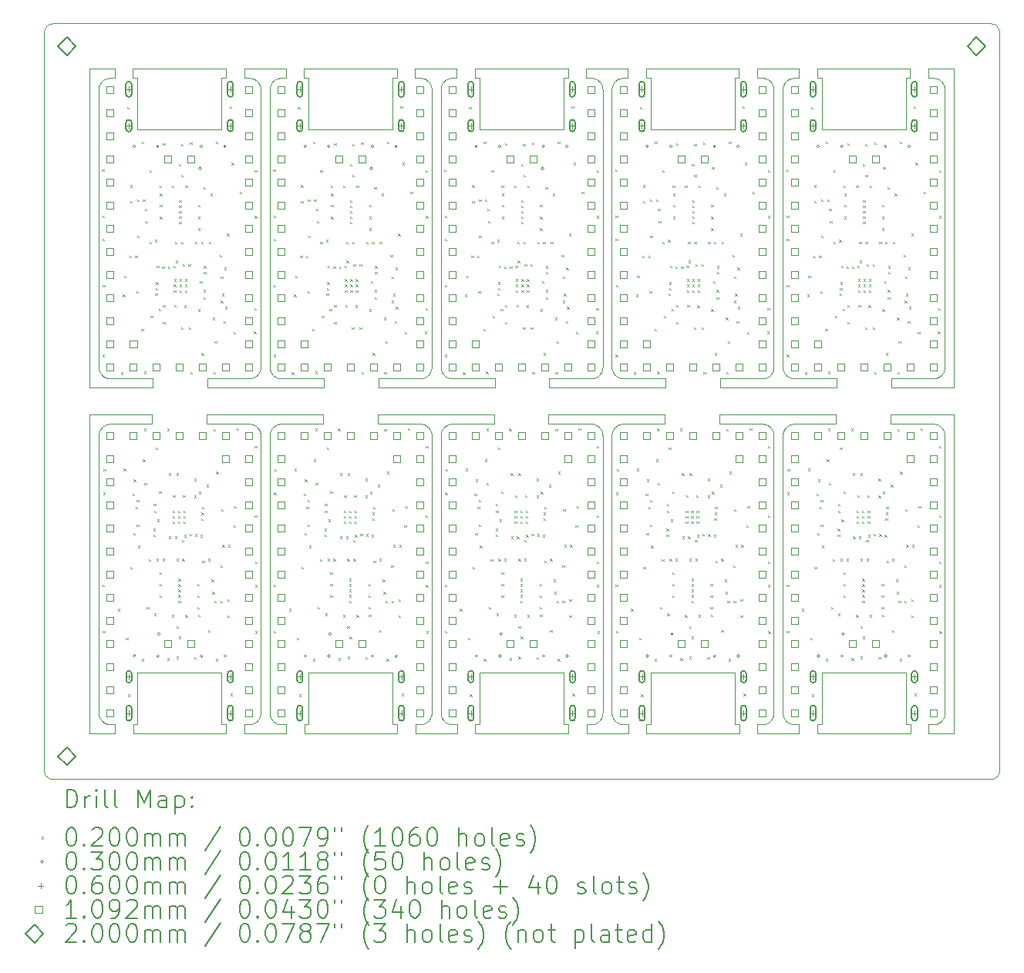
<source format=gbr>
%TF.GenerationSoftware,KiCad,Pcbnew,(6.0.7)*%
%TF.CreationDate,2022-09-17T18:53:55+02:00*%
%TF.ProjectId,panel,70616e65-6c2e-46b6-9963-61645f706362,rev1.0*%
%TF.SameCoordinates,Original*%
%TF.FileFunction,Drillmap*%
%TF.FilePolarity,Positive*%
%FSLAX45Y45*%
G04 Gerber Fmt 4.5, Leading zero omitted, Abs format (unit mm)*
G04 Created by KiCad (PCBNEW (6.0.7)) date 2022-09-17 18:53:55*
%MOMM*%
%LPD*%
G01*
G04 APERTURE LIST*
%ADD10C,0.100000*%
%ADD11C,0.200000*%
%ADD12C,0.020000*%
%ADD13C,0.030000*%
%ADD14C,0.060000*%
%ADD15C,0.109220*%
G04 APERTURE END LIST*
D10*
X5871958Y-5336633D02*
X5875222Y-5342178D01*
X9457551Y-5379237D02*
X9462737Y-5375429D01*
X2201435Y-9201400D02*
X2207769Y-9202535D01*
X3867708Y-5978917D02*
X3865021Y-5973070D01*
X4043367Y-9188042D02*
X4049070Y-9191021D01*
X9631222Y-5961821D02*
X9627958Y-5967367D01*
X11960711Y-9774711D02*
X11967301Y-9767439D01*
X8918500Y-5902000D02*
X8918500Y-5802000D01*
X3801083Y-5391708D02*
X3806930Y-5389021D01*
X3818178Y-9184778D02*
X3823551Y-9181237D01*
X9385000Y-2100000D02*
X9331500Y-2100000D01*
X2149263Y-5375429D02*
X2154449Y-5379237D01*
X9446633Y-5386042D02*
X9452178Y-5382778D01*
X9416833Y-5906054D02*
X9410565Y-5904600D01*
X11374042Y-9138633D02*
X11377021Y-9132930D01*
X7614778Y-2159822D02*
X7611237Y-2154449D01*
X3983824Y-9115019D02*
X3985905Y-9121108D01*
X2115958Y-2165367D02*
X2112979Y-2171070D01*
X5944981Y-5396176D02*
X5951167Y-5397946D01*
X3751000Y-5402000D02*
X3757432Y-5401837D01*
X11301019Y-5396176D02*
X11307108Y-5394095D01*
X11363428Y-9154737D02*
X11367237Y-9149551D01*
X5690633Y-2115958D02*
X5684930Y-2112979D01*
X7734651Y-6016152D02*
X7734163Y-6022567D01*
X5750176Y-9115019D02*
X5751946Y-9108833D01*
X3985905Y-5319108D02*
X3988292Y-5325083D01*
X3697500Y-2100000D02*
X3697500Y-2000000D01*
X7626094Y-2182892D02*
X7623708Y-2176917D01*
X2112979Y-5973070D02*
X2110292Y-5978917D01*
X7532565Y-9201400D02*
X7538833Y-9199946D01*
X5861824Y-5990981D02*
X5860054Y-5997167D01*
X5696178Y-5382778D02*
X5701551Y-5379237D01*
X11389837Y-2220568D02*
X11389348Y-2214152D01*
X7626094Y-5984892D02*
X7623708Y-5978917D01*
X7848152Y-2100652D02*
X7841769Y-2101465D01*
X11384176Y-5313019D02*
X11385946Y-5306833D01*
X7734000Y-2227000D02*
X7734000Y-5275000D01*
X7810917Y-5912292D02*
X7805070Y-5914979D01*
X2527000Y-2100000D02*
X2476500Y-2100000D01*
X5690633Y-9188042D02*
X5696178Y-9184778D01*
X5171500Y-5502000D02*
X5171500Y-5402000D01*
X7632535Y-9096231D02*
X7633348Y-9089848D01*
X5938892Y-9196095D02*
X5944981Y-9198176D01*
X3806930Y-5914979D02*
X3801083Y-5912292D01*
X3751000Y-2100000D02*
X3697500Y-2100000D01*
X3806930Y-9191021D02*
X3812633Y-9188042D01*
X9391432Y-5902163D02*
X9385000Y-5902000D01*
X11909509Y-9802079D02*
X11919028Y-9799694D01*
X7574178Y-5382778D02*
X7579551Y-5379237D01*
X5856163Y-5281432D02*
X5856651Y-5287848D01*
X5743021Y-5330930D02*
X5745708Y-5325083D01*
X11307108Y-5394095D02*
X11313083Y-5391708D01*
X4092152Y-2100652D02*
X4085769Y-2101465D01*
X7513432Y-5902163D02*
X7507000Y-5902000D01*
X5957435Y-2102600D02*
X5951167Y-2104054D01*
X11340737Y-5375429D02*
X11345724Y-5371362D01*
X9683070Y-9191021D02*
X9688917Y-9193708D01*
X9683070Y-5914979D02*
X9677367Y-5917958D01*
X7910500Y-2000000D02*
X7910500Y-2100000D01*
X7735464Y-2207769D02*
X7734651Y-2214152D01*
X3451000Y-2666000D02*
X2527000Y-2666000D01*
X7623708Y-5978917D02*
X7621021Y-5973070D01*
X7739824Y-5990981D02*
X7738054Y-5997167D01*
X11370778Y-5961821D02*
X11367237Y-5956449D01*
X2476500Y-2100000D02*
X2476500Y-2000000D01*
X7734163Y-5281432D02*
X7734651Y-5287848D01*
X7611237Y-2154449D02*
X7607428Y-2149263D01*
X7829167Y-2104054D02*
X7822981Y-2105824D01*
X8114500Y-9204000D02*
X8161000Y-9204000D01*
X9499021Y-5973070D02*
X9496042Y-5967367D01*
X9507946Y-5997167D02*
X9506176Y-5990981D01*
X3862042Y-2165367D02*
X3858778Y-2159822D01*
X7633348Y-2214152D02*
X7632535Y-2207769D01*
X9499021Y-9132930D02*
X9501708Y-9127083D01*
X4073167Y-5397946D02*
X4079435Y-5399400D01*
X5970152Y-2100652D02*
X5963769Y-2101465D01*
X3872176Y-5313019D02*
X3873946Y-5306833D01*
X7816892Y-2107905D02*
X7810917Y-2110292D01*
X3865021Y-2171070D02*
X3862042Y-2165367D01*
X9397848Y-5902651D02*
X9391432Y-5902163D01*
X9385000Y-9204000D02*
X9391432Y-9203837D01*
X5748094Y-5984892D02*
X5745708Y-5978917D01*
X3978000Y-6029000D02*
X3978000Y-9077000D01*
X5162500Y-5802000D02*
X6440500Y-5802000D01*
X7841769Y-5903464D02*
X7835435Y-5904600D01*
X9489237Y-9149551D02*
X9492778Y-9144178D01*
X7744292Y-5325083D02*
X7746979Y-5330930D01*
X11350499Y-5367049D02*
X11355049Y-5362499D01*
X11355049Y-9164499D02*
X11359362Y-9159724D01*
X5882571Y-5352737D02*
X5886638Y-5357724D01*
X3828737Y-9177429D02*
X3833724Y-9173362D01*
X9472499Y-9169049D02*
X9477049Y-9164499D01*
X7632535Y-2207769D02*
X7631400Y-2201435D01*
X7207000Y-2666000D02*
X6283000Y-2666000D01*
X5756000Y-6029000D02*
X5755837Y-6022567D01*
X5910449Y-9181237D02*
X5915821Y-9184778D01*
X7741905Y-9121108D02*
X7744292Y-9127083D01*
X5890951Y-5941501D02*
X5886638Y-5946276D01*
X5951167Y-9199946D02*
X5957435Y-9201400D01*
X8927500Y-5502000D02*
X8927500Y-5402000D01*
X2149263Y-5928571D02*
X2144276Y-5932638D01*
X7599049Y-5941501D02*
X7594499Y-5936951D01*
X2101465Y-2207769D02*
X2100652Y-2214152D01*
X4092152Y-5902651D02*
X4085769Y-5903464D01*
X9613465Y-6009769D02*
X9612652Y-6016152D01*
X9700981Y-5396176D02*
X9707167Y-5397946D01*
X3876535Y-9096231D02*
X3877348Y-9089848D01*
X3878000Y-9077000D02*
X3878000Y-6029000D01*
X2107905Y-5319108D02*
X2110292Y-5325083D01*
X2122763Y-9149551D02*
X2126571Y-9154737D01*
X9656276Y-5371362D02*
X9661263Y-5375429D01*
X7778276Y-5932638D02*
X7773501Y-5936951D01*
X9666449Y-2122763D02*
X9661263Y-2126571D01*
X9739000Y-5902000D02*
X9732568Y-5902163D01*
X5754535Y-9096231D02*
X5755348Y-9089848D01*
X11313083Y-2110292D02*
X11307108Y-2107905D01*
X7773501Y-5936951D02*
X7768951Y-5941501D01*
X9511837Y-5281432D02*
X9512000Y-5275000D01*
X7579551Y-9181237D02*
X7584737Y-9177429D01*
X11282231Y-5903464D02*
X11275848Y-5902651D01*
X7589724Y-5932638D02*
X7584737Y-5928571D01*
X7738054Y-2195167D02*
X7736600Y-2201435D01*
X9452178Y-9184778D02*
X9457551Y-9181237D01*
X5745708Y-9127083D02*
X5748094Y-9121108D01*
X9496042Y-2165367D02*
X9492778Y-2159822D01*
X7744292Y-5978917D02*
X7741905Y-5984892D01*
X11382094Y-9121108D02*
X11384176Y-9115019D01*
X7519848Y-9203348D02*
X7526231Y-9202535D01*
X5690633Y-5386042D02*
X5696178Y-5382778D01*
X9707167Y-9199946D02*
X9713435Y-9201400D01*
X5648231Y-5400535D02*
X5654565Y-5399400D01*
X5927070Y-5914979D02*
X5921367Y-5917958D01*
X11390000Y-9077000D02*
X11390000Y-6029000D01*
X11387400Y-5300565D02*
X11388535Y-5294231D01*
X9410565Y-5904600D02*
X9404231Y-5903464D01*
X3858778Y-9144178D02*
X3862042Y-9138633D01*
X9423019Y-2105824D02*
X9416833Y-2104054D01*
X9509400Y-6003435D02*
X9507946Y-5997167D01*
X3497500Y-2100000D02*
X3451000Y-2100000D01*
X7788449Y-5924763D02*
X7783262Y-5928571D01*
X2227000Y-2100000D02*
X2220568Y-2100163D01*
X5905262Y-2126571D02*
X5900276Y-2130638D01*
X9624979Y-5973070D02*
X9622292Y-5978917D01*
X4098567Y-9203837D02*
X4105000Y-9204000D01*
X7810917Y-9193708D02*
X7816892Y-9196095D01*
X2107905Y-9121108D02*
X2110292Y-9127083D01*
X4571500Y-5402000D02*
X4571500Y-5502000D01*
X5866292Y-5978917D02*
X5863905Y-5984892D01*
X11973147Y-1544443D02*
X11967301Y-1536561D01*
X3770231Y-5903464D02*
X3763848Y-5902651D01*
X2527000Y-2666000D02*
X2527000Y-2100000D01*
X11318930Y-5914979D02*
X11313083Y-5912292D01*
X7829167Y-9199946D02*
X7835435Y-9201400D01*
X4060892Y-9196095D02*
X4066981Y-9198176D01*
X9404231Y-2101465D02*
X9397848Y-2100652D01*
X3865021Y-5973070D02*
X3862042Y-5967367D01*
X7746979Y-2171070D02*
X7744292Y-2176917D01*
X5756000Y-2227000D02*
X5755837Y-2220568D01*
X7734000Y-9077000D02*
X7734163Y-9083432D01*
X9612000Y-5275000D02*
X9612163Y-5281432D01*
X2195167Y-9199946D02*
X2201435Y-9201400D01*
X9429108Y-5394095D02*
X9435083Y-5391708D01*
X11978192Y-9751140D02*
X11982388Y-9742268D01*
X3997222Y-2159822D02*
X3993958Y-2165367D01*
X3875400Y-2201435D02*
X3873946Y-2195167D01*
X4054917Y-5391708D02*
X4060892Y-5394095D01*
X9085000Y-2100000D02*
X9085000Y-2666000D01*
X7756763Y-9149551D02*
X7760571Y-9154737D01*
X7756763Y-5347551D02*
X7760571Y-5352737D01*
X9677367Y-5386042D02*
X9683070Y-5389021D01*
X7626094Y-9121108D02*
X7628176Y-9115019D01*
X9612000Y-6029000D02*
X9612000Y-9077000D01*
X3978651Y-5287848D02*
X3979464Y-5294231D01*
X11899802Y-1500481D02*
X11890000Y-1500000D01*
X9477049Y-9164499D02*
X9481362Y-9159724D01*
X5756000Y-5275000D02*
X5756000Y-2227000D01*
X9671822Y-2119222D02*
X9666449Y-2122763D01*
X5641848Y-2100652D02*
X5635432Y-2100163D01*
X3833724Y-5371362D02*
X3838499Y-5367049D01*
X4004571Y-9154737D02*
X4008638Y-9159724D01*
X11275848Y-2100652D02*
X11269432Y-2100163D01*
X5970152Y-9203348D02*
X5976567Y-9203837D01*
X3997222Y-9144178D02*
X4000763Y-9149551D01*
X3847362Y-2144276D02*
X3843049Y-2139501D01*
X2154449Y-5924763D02*
X2149263Y-5928571D01*
X3828737Y-2126571D02*
X3823551Y-2122763D01*
X9446633Y-9188042D02*
X9452178Y-9184778D01*
X3782833Y-2104054D02*
X3776565Y-2102600D01*
X2126571Y-2149263D02*
X2122763Y-2154449D01*
X7603362Y-9159724D02*
X7607428Y-9154737D01*
X6036500Y-9304000D02*
X5579500Y-9304000D01*
X4354500Y-2000000D02*
X5375500Y-2000000D01*
X11294833Y-5397946D02*
X11301019Y-5396176D01*
X7551108Y-2107905D02*
X7545019Y-2105824D01*
X9612163Y-6022567D02*
X9612000Y-6029000D01*
X11377021Y-5330930D02*
X11379708Y-5325083D01*
X5856163Y-2220568D02*
X5856000Y-2227000D01*
X5329000Y-2666000D02*
X4405000Y-2666000D01*
X4022276Y-2130638D02*
X4017501Y-2134951D01*
X7749958Y-5967367D02*
X7746979Y-5973070D01*
X9477049Y-2139501D02*
X9472499Y-2134951D01*
X3818178Y-5921222D02*
X3812633Y-5917958D01*
X5890951Y-9164499D02*
X5895501Y-9169049D01*
X7744292Y-9127083D02*
X7746979Y-9132930D01*
X5875222Y-2159822D02*
X5871958Y-2165367D01*
X11490000Y-5802000D02*
X11490000Y-9304000D01*
X11384176Y-9115019D02*
X11385946Y-9108833D01*
X2480500Y-9304000D02*
X2480500Y-9204000D01*
X2154449Y-5379237D02*
X2159822Y-5382778D01*
X3867708Y-2176917D02*
X3865021Y-2171070D01*
X10039000Y-8638000D02*
X10963000Y-8638000D01*
X3978000Y-2227000D02*
X3978000Y-5275000D01*
X9642638Y-9159724D02*
X9646951Y-9164499D01*
X7756763Y-5956449D02*
X7753222Y-5961821D01*
X11288565Y-5904600D02*
X11282231Y-5903464D01*
X5858600Y-5300565D02*
X5860054Y-5306833D01*
X3838499Y-5936951D02*
X3833724Y-5932638D01*
X2159822Y-9184778D02*
X2165367Y-9188042D01*
X11263000Y-2100000D02*
X11209500Y-2100000D01*
X4066981Y-2105824D02*
X4060892Y-2107905D01*
X11313083Y-9193708D02*
X11318930Y-9191021D01*
X3763848Y-2100652D02*
X3757432Y-2100163D01*
X1552860Y-9792192D02*
X1561732Y-9796388D01*
X4354500Y-2100000D02*
X4354500Y-2000000D01*
X5895501Y-2134951D02*
X5890951Y-2139501D01*
X7760571Y-5352737D02*
X7764638Y-5357724D01*
X7614778Y-5342178D02*
X7618042Y-5336633D01*
X3789019Y-5396176D02*
X3795108Y-5394095D01*
X3851428Y-5951262D02*
X3847362Y-5946276D01*
X11324633Y-5917958D02*
X11318930Y-5914979D01*
X5679083Y-9193708D02*
X5684930Y-9191021D01*
X5654565Y-2102600D02*
X5648231Y-2101465D01*
X2100652Y-5287848D02*
X2101465Y-5294231D01*
X1570971Y-9799694D02*
X1580491Y-9802079D01*
X7551108Y-5909905D02*
X7545019Y-5907824D01*
X5921367Y-9188042D02*
X5927070Y-9191021D01*
X3757432Y-2100163D02*
X3751000Y-2100000D01*
X9612163Y-9083432D02*
X9612652Y-9089848D01*
X11301019Y-5907824D02*
X11294833Y-5906054D01*
X4154500Y-2000000D02*
X4154500Y-2100000D01*
X7568633Y-5386042D02*
X7574178Y-5382778D01*
X2159822Y-5921222D02*
X2154449Y-5924763D01*
X4405000Y-9204000D02*
X4405000Y-8638000D01*
X2207769Y-5903464D02*
X2201435Y-5904600D01*
X7805070Y-9191021D02*
X7810917Y-9193708D01*
X9651501Y-5367049D02*
X9656276Y-5371362D01*
X3870094Y-2182892D02*
X3867708Y-2176917D01*
X5871958Y-2165367D02*
X5868979Y-2171070D01*
X7618042Y-2165367D02*
X7614778Y-2159822D01*
X1500000Y-9704000D02*
X1500481Y-9713802D01*
X9616054Y-5306833D02*
X9617824Y-5313019D01*
X3979464Y-5294231D02*
X3980600Y-5300565D01*
X9504095Y-5319108D02*
X9506176Y-5313019D01*
X5673108Y-9196095D02*
X5679083Y-9193708D01*
X5743021Y-2171070D02*
X5740042Y-2165367D01*
X3770231Y-9202535D02*
X3776565Y-9201400D01*
X11363428Y-5352737D02*
X11367237Y-5347551D01*
X1507612Y-1561732D02*
X1504306Y-1570971D01*
X9713435Y-2102600D02*
X9707167Y-2104054D01*
X5976567Y-2100163D02*
X5970152Y-2100652D01*
X7562930Y-2112979D02*
X7557083Y-2110292D01*
X7910500Y-2100000D02*
X7861000Y-2100000D01*
X4049070Y-5389021D02*
X4054917Y-5391708D01*
X5938892Y-5394095D02*
X5944981Y-5396176D01*
X2112979Y-2171070D02*
X2110292Y-2176917D01*
X3862042Y-5967367D02*
X3858778Y-5961821D01*
X7822981Y-9198176D02*
X7829167Y-9199946D01*
X7741905Y-2182892D02*
X7739824Y-2188981D01*
X3833724Y-5932638D02*
X3828737Y-5928571D01*
X7841769Y-5400535D02*
X7848152Y-5401348D01*
X9739000Y-5402000D02*
X10205500Y-5402000D01*
X5983000Y-5902000D02*
X5976567Y-5902163D01*
X4105000Y-5902000D02*
X4098567Y-5902163D01*
X5856651Y-9089848D02*
X5857464Y-9096231D01*
X10196500Y-5902000D02*
X9739000Y-5902000D01*
X11374042Y-5336633D02*
X11377021Y-5330930D01*
X9688917Y-9193708D02*
X9694892Y-9196095D01*
X11301019Y-2105824D02*
X11294833Y-2104054D01*
X11275848Y-9203348D02*
X11282231Y-9202535D01*
X7568633Y-5917958D02*
X7562930Y-5914979D01*
X7634000Y-2227000D02*
X7633837Y-2220568D01*
X2149263Y-2126571D02*
X2144276Y-2130638D01*
X9435083Y-5391708D02*
X9440930Y-5389021D01*
X9713435Y-5904600D02*
X9707167Y-5906054D01*
X3770231Y-2101465D02*
X3763848Y-2100652D01*
X2102600Y-5300565D02*
X2104054Y-5306833D01*
X7805070Y-5389021D02*
X7810917Y-5391708D01*
X5932917Y-9193708D02*
X5938892Y-9196095D01*
X9688917Y-2110292D02*
X9683070Y-2112979D01*
X9642638Y-5946276D02*
X9638571Y-5951262D01*
X11009500Y-2000000D02*
X11009500Y-2100000D01*
X11990000Y-1600000D02*
X11989518Y-1590198D01*
X9624979Y-5330930D02*
X9627958Y-5336633D01*
X7633348Y-6016152D02*
X7632535Y-6009769D01*
X9792500Y-9304000D02*
X9335500Y-9304000D01*
X9694892Y-5394095D02*
X9700981Y-5396176D01*
X7764638Y-5946276D02*
X7760571Y-5951262D01*
X9423019Y-9198176D02*
X9429108Y-9196095D01*
X11359362Y-5357724D02*
X11363428Y-5352737D01*
X5329000Y-9204000D02*
X5379500Y-9204000D01*
X5886638Y-9159724D02*
X5890951Y-9164499D01*
X5915821Y-5921222D02*
X5910449Y-5924763D01*
X9619905Y-2182892D02*
X9617824Y-2188981D01*
X4017501Y-2134951D02*
X4012951Y-2139501D01*
X9510535Y-5294231D02*
X9511348Y-5287848D01*
X7760571Y-2149263D02*
X7756763Y-2154449D01*
X1536561Y-9781301D02*
X1544443Y-9787147D01*
X9707167Y-5906054D02*
X9700981Y-5907824D01*
X5868979Y-5330930D02*
X5871958Y-5336633D01*
X9504095Y-5984892D02*
X9501708Y-5978917D01*
X7632535Y-6009769D02*
X7631400Y-6003435D01*
X9507946Y-9108833D02*
X9509400Y-9102565D01*
X2101465Y-6009769D02*
X2100652Y-6016152D01*
X5868979Y-9132930D02*
X5871958Y-9138633D01*
X2480500Y-9204000D02*
X2527000Y-9204000D01*
X3855237Y-5347551D02*
X3858778Y-5342178D01*
X8918500Y-5802000D02*
X10196500Y-5802000D01*
X9391432Y-5401837D02*
X9397848Y-5401348D01*
X7768951Y-9164499D02*
X7773501Y-9169049D01*
X2149263Y-9177429D02*
X2154449Y-9181237D01*
X11982388Y-1561732D02*
X11978192Y-1552860D01*
X5667019Y-9198176D02*
X5673108Y-9196095D01*
X7829167Y-5397946D02*
X7835435Y-5399400D01*
X11307108Y-5909905D02*
X11301019Y-5907824D01*
X9631222Y-9144178D02*
X9634763Y-9149551D01*
X1561732Y-1507612D02*
X1552860Y-1511808D01*
X2126571Y-9154737D02*
X2130638Y-9159724D01*
X9651501Y-9169049D02*
X9656276Y-9173362D01*
X3757432Y-9203837D02*
X3763848Y-9203348D01*
X3757432Y-5401837D02*
X3763848Y-5401348D01*
X7629946Y-9108833D02*
X7631400Y-9102565D01*
X5882571Y-9154737D02*
X5886638Y-9159724D01*
X2280500Y-9304000D02*
X2000000Y-9304000D01*
X9700981Y-5907824D02*
X9694892Y-5909905D01*
X11359362Y-5946276D02*
X11355049Y-5941501D01*
X7764638Y-2144276D02*
X7760571Y-2149263D01*
X11388535Y-9096231D02*
X11389348Y-9089848D01*
X3876535Y-2207769D02*
X3875400Y-2201435D01*
X4405000Y-2666000D02*
X4405000Y-2100000D01*
X9507946Y-5306833D02*
X9509400Y-5300565D01*
X7822981Y-2105824D02*
X7816892Y-2107905D01*
X2104054Y-9108833D02*
X2105824Y-9115019D01*
X2195167Y-2104054D02*
X2188981Y-2105824D01*
X9677367Y-2115958D02*
X9671822Y-2119222D01*
X2214152Y-9203348D02*
X2220568Y-9203837D01*
X3763848Y-5401348D02*
X3770231Y-5400535D01*
X2139501Y-9169049D02*
X2144276Y-9173362D01*
X5375500Y-2000000D02*
X5375500Y-2100000D01*
X9462737Y-5375429D02*
X9467724Y-5371362D01*
X2171070Y-2112979D02*
X2165367Y-2115958D01*
X1561732Y-9796388D02*
X1570971Y-9799694D01*
X11919028Y-1504306D02*
X11909509Y-1501921D01*
X9489237Y-2154449D02*
X9485429Y-2149263D01*
X7734651Y-5287848D02*
X7735464Y-5294231D01*
X3877348Y-9089848D02*
X3877837Y-9083432D01*
X11374042Y-5967367D02*
X11370778Y-5961821D01*
X5755348Y-6016152D02*
X5754535Y-6009769D01*
X3806930Y-2112979D02*
X3801083Y-2110292D01*
X11928268Y-9796388D02*
X11937140Y-9792192D01*
X3862042Y-9138633D02*
X3865021Y-9132930D01*
X9616054Y-2195167D02*
X9614600Y-2201435D01*
X9651501Y-5936951D02*
X9646951Y-5941501D01*
X3818178Y-5382778D02*
X3823551Y-5379237D01*
X9501708Y-2176917D02*
X9499021Y-2171070D01*
X9612163Y-5281432D02*
X9612652Y-5287848D01*
X3776565Y-5399400D02*
X3782833Y-5397946D01*
X5938892Y-5909905D02*
X5932917Y-5912292D01*
X5754535Y-5294231D02*
X5755348Y-5287848D01*
X9622292Y-5978917D02*
X9619905Y-5984892D01*
X7603362Y-5946276D02*
X7599049Y-5941501D01*
X5895501Y-5936951D02*
X5890951Y-5941501D01*
X7538833Y-2104054D02*
X7532565Y-2102600D01*
X2119222Y-9144178D02*
X2122763Y-9149551D01*
X3838499Y-5367049D02*
X3843049Y-5362499D01*
X5641848Y-5902651D02*
X5635432Y-5902163D01*
X3983824Y-2188981D02*
X3982054Y-2195167D01*
X5733237Y-9149551D02*
X5736778Y-9144178D01*
X2101465Y-9096231D02*
X2102600Y-9102565D01*
X9683070Y-2112979D02*
X9677367Y-2115958D01*
X7634000Y-9077000D02*
X7634000Y-6029000D01*
X2105824Y-9115019D02*
X2107905Y-9121108D01*
X3855237Y-9149551D02*
X3858778Y-9144178D01*
X2276500Y-2100000D02*
X2227000Y-2100000D01*
X11013500Y-9204000D02*
X11013500Y-9304000D01*
X3872176Y-9115019D02*
X3873946Y-9108833D01*
X1600000Y-9804000D02*
X11890000Y-9804000D01*
X9331500Y-2000000D02*
X9788500Y-2000000D01*
X11367237Y-5956449D02*
X11363428Y-5951262D01*
X11387400Y-9102565D02*
X11388535Y-9096231D01*
X11387400Y-6003435D02*
X11385946Y-5997167D01*
X3851428Y-5352737D02*
X3855237Y-5347551D01*
X7562930Y-9191021D02*
X7568633Y-9188042D01*
X1544443Y-1516853D02*
X1536561Y-1522699D01*
X5743021Y-5973070D02*
X5740042Y-5967367D01*
X4054917Y-9193708D02*
X4060892Y-9196095D01*
X7734163Y-6022567D02*
X7734000Y-6029000D01*
X8318500Y-5902000D02*
X7861000Y-5902000D01*
X2165367Y-9188042D02*
X2171070Y-9191021D01*
X11282231Y-2101465D02*
X11275848Y-2100652D01*
X9416833Y-5397946D02*
X9423019Y-5396176D01*
X5878763Y-5347551D02*
X5882571Y-5352737D01*
X3843049Y-2139501D02*
X3838499Y-2134951D01*
X9511348Y-6016152D02*
X9510535Y-6009769D01*
X7841769Y-2101465D02*
X7835435Y-2102600D01*
X7783262Y-5928571D02*
X7778276Y-5932638D01*
X2122763Y-2154449D02*
X2119222Y-2159822D01*
X2144276Y-5932638D02*
X2139501Y-5936951D01*
X4027262Y-5375429D02*
X4032449Y-5379237D01*
X7768951Y-5362499D02*
X7773501Y-5367049D01*
X1501921Y-9723509D02*
X1504306Y-9733028D01*
X1504306Y-1570971D02*
X1501921Y-1580491D01*
X5725362Y-9159724D02*
X5729428Y-9154737D01*
X7805070Y-2112979D02*
X7799367Y-2115958D01*
X5667019Y-2105824D02*
X5660833Y-2104054D01*
X5733237Y-5956449D02*
X5729428Y-5951262D01*
X9624979Y-9132930D02*
X9627958Y-9138633D01*
X11313083Y-5912292D02*
X11307108Y-5909905D01*
X9506176Y-9115019D02*
X9507946Y-9108833D01*
X7739824Y-9115019D02*
X7741905Y-9121108D01*
X1580491Y-9802079D02*
X1590198Y-9803518D01*
X3990979Y-2171070D02*
X3988292Y-2176917D01*
X7257500Y-9304000D02*
X6236500Y-9304000D01*
X7749958Y-2165367D02*
X7746979Y-2171070D01*
X7526231Y-9202535D02*
X7532565Y-9201400D01*
X11967301Y-1536561D02*
X11960711Y-1529289D01*
X7631400Y-6003435D02*
X7629946Y-5997167D01*
X9683070Y-5389021D02*
X9688917Y-5391708D01*
X5970152Y-5902651D02*
X5963769Y-5903464D01*
X7788449Y-9181237D02*
X7793821Y-9184778D01*
X10805500Y-5402000D02*
X11263000Y-5402000D01*
X5751946Y-5306833D02*
X5753400Y-5300565D01*
X7783262Y-2126571D02*
X7778276Y-2130638D01*
X5716499Y-5936951D02*
X5711724Y-5932638D01*
X4004571Y-5352737D02*
X4008638Y-5357724D01*
X5667019Y-5907824D02*
X5660833Y-5906054D01*
X5856163Y-6022567D02*
X5856000Y-6029000D01*
X5635432Y-5902163D02*
X5629000Y-5902000D01*
X5667019Y-5396176D02*
X5673108Y-5394095D01*
X11367237Y-5347551D02*
X11370778Y-5342178D01*
X3982054Y-9108833D02*
X3983824Y-9115019D01*
X3978000Y-9077000D02*
X3978163Y-9083432D01*
X2112979Y-5330930D02*
X2115958Y-5336633D01*
X2214152Y-2100652D02*
X2207769Y-2101465D01*
X5756000Y-9077000D02*
X5756000Y-6029000D01*
X1590198Y-1500481D02*
X1580491Y-1501921D01*
X9671822Y-5382778D02*
X9677367Y-5386042D01*
X7738054Y-9108833D02*
X7739824Y-9115019D01*
X3451000Y-9204000D02*
X3501500Y-9204000D01*
X7634000Y-6029000D02*
X7633837Y-6022567D01*
X4079435Y-5399400D02*
X4085769Y-5400535D01*
X2122763Y-5347551D02*
X2126571Y-5352737D01*
X3451000Y-2100000D02*
X3451000Y-2666000D01*
X5861824Y-5313019D02*
X5863905Y-5319108D01*
X9739000Y-2100000D02*
X9732568Y-2100163D01*
X11937140Y-9792192D02*
X11945557Y-9787147D01*
X9501708Y-9127083D02*
X9504095Y-9121108D01*
X11367237Y-2154449D02*
X11363428Y-2149263D01*
X5905262Y-5928571D02*
X5900276Y-5932638D01*
X9499021Y-2171070D02*
X9496042Y-2165367D01*
X7629946Y-5997167D02*
X7628176Y-5990981D01*
X2102600Y-9102565D02*
X2104054Y-9108833D01*
X3980600Y-2201435D02*
X3979464Y-2207769D01*
X2176917Y-5912292D02*
X2171070Y-5914979D01*
X9638571Y-5951262D02*
X9634763Y-5956449D01*
X3988292Y-5325083D02*
X3990979Y-5330930D01*
X11374042Y-2165367D02*
X11370778Y-2159822D01*
X11382094Y-2182892D02*
X11379708Y-2176917D01*
X7861000Y-2100000D02*
X7854567Y-2100163D01*
X7753222Y-5342178D02*
X7756763Y-5347551D01*
X7760571Y-9154737D02*
X7764638Y-9159724D01*
X3877837Y-9083432D02*
X3878000Y-9077000D01*
X5868979Y-5973070D02*
X5866292Y-5978917D01*
X9467724Y-9173362D02*
X9472499Y-9169049D01*
X3858778Y-2159822D02*
X3855237Y-2154449D01*
X4079435Y-5904600D02*
X4073167Y-5906054D01*
X3983824Y-5313019D02*
X3985905Y-5319108D01*
X2100652Y-6016152D02*
X2100163Y-6022567D01*
X3843049Y-5362499D02*
X3847362Y-5357724D01*
X3843049Y-5941501D02*
X3838499Y-5936951D01*
X3876535Y-5294231D02*
X3877348Y-5287848D01*
X3776565Y-5904600D02*
X3770231Y-5903464D01*
X11213500Y-9204000D02*
X11263000Y-9204000D01*
X5673108Y-5394095D02*
X5679083Y-5391708D01*
X1511808Y-1552860D02*
X1507612Y-1561732D01*
X2139501Y-5936951D02*
X2134951Y-5941501D01*
X5944981Y-9198176D02*
X5951167Y-9199946D01*
X3870094Y-5319108D02*
X3872176Y-5313019D01*
X9385000Y-5402000D02*
X9391432Y-5401837D01*
X10039000Y-2666000D02*
X10039000Y-2100000D01*
X2195167Y-5906054D02*
X2188981Y-5907824D01*
X7735464Y-5294231D02*
X7736600Y-5300565D01*
X2220568Y-9203837D02*
X2227000Y-9204000D01*
X2201435Y-5904600D02*
X2195167Y-5906054D01*
X2280500Y-9204000D02*
X2280500Y-9304000D01*
X5725362Y-5357724D02*
X5729428Y-5352737D01*
X10796500Y-5802000D02*
X11490000Y-5802000D01*
X9467724Y-5932638D02*
X9462737Y-5928571D01*
X5679083Y-2110292D02*
X5673108Y-2107905D01*
X3993958Y-2165367D02*
X3990979Y-2171070D01*
X5957435Y-5399400D02*
X5963769Y-5400535D01*
X5900276Y-5371362D02*
X5905262Y-5375429D01*
X9435083Y-9193708D02*
X9440930Y-9191021D01*
X9619905Y-5984892D02*
X9617824Y-5990981D01*
X11385946Y-5306833D02*
X11387400Y-5300565D01*
X8927500Y-5402000D02*
X9385000Y-5402000D01*
X9489237Y-5956449D02*
X9485429Y-5951262D01*
X11269432Y-5401837D02*
X11275848Y-5401348D01*
X9612652Y-9089848D02*
X9613465Y-9096231D01*
X5679083Y-5391708D02*
X5684930Y-5389021D01*
X9617824Y-5990981D02*
X9616054Y-5997167D01*
X9481362Y-2144276D02*
X9477049Y-2139501D01*
X3757432Y-5902163D02*
X3751000Y-5902000D01*
X7568633Y-9188042D02*
X7574178Y-9184778D01*
X4060892Y-5909905D02*
X4054917Y-5912292D01*
X3875400Y-9102565D02*
X3876535Y-9096231D01*
X9688917Y-5391708D02*
X9694892Y-5394095D01*
X9410565Y-5399400D02*
X9416833Y-5397946D01*
X9732568Y-2100163D02*
X9726152Y-2100652D01*
X7538833Y-5397946D02*
X7545019Y-5396176D01*
X5856000Y-9077000D02*
X5856163Y-9083432D01*
X3763848Y-5902651D02*
X3757432Y-5902163D01*
X5379500Y-9304000D02*
X4358500Y-9304000D01*
X2188981Y-5396176D02*
X2195167Y-5397946D01*
X2165367Y-5386042D02*
X2171070Y-5389021D01*
X5635432Y-2100163D02*
X5629000Y-2100000D01*
X7623708Y-9127083D02*
X7626094Y-9121108D01*
X7816892Y-5909905D02*
X7810917Y-5912292D01*
X7861000Y-5402000D02*
X8327500Y-5402000D01*
X2100000Y-2227000D02*
X2100000Y-5275000D01*
X7793821Y-5921222D02*
X7788449Y-5924763D01*
X7551108Y-5394095D02*
X7557083Y-5391708D01*
X4073167Y-5906054D02*
X4066981Y-5907824D01*
X9792500Y-9204000D02*
X9792500Y-9304000D01*
X7753222Y-2159822D02*
X7749958Y-2165367D01*
X2165367Y-2115958D02*
X2159822Y-2119222D01*
X9429108Y-9196095D02*
X9435083Y-9193708D01*
X7848152Y-5401348D02*
X7854567Y-5401837D01*
X7532565Y-2102600D02*
X7526231Y-2101465D01*
X7584737Y-5928571D02*
X7579551Y-5924763D01*
X11377021Y-9132930D02*
X11379708Y-9127083D01*
X3878000Y-5275000D02*
X3878000Y-2227000D01*
X4037821Y-5382778D02*
X4043367Y-5386042D01*
X3979464Y-2207769D02*
X3978651Y-2214152D01*
X11379708Y-5978917D02*
X11377021Y-5973070D01*
X5750176Y-5990981D02*
X5748094Y-5984892D01*
X2115958Y-5336633D02*
X2119222Y-5342178D01*
X9507946Y-2195167D02*
X9506176Y-2188981D01*
X1552860Y-1511808D02*
X1544443Y-1516853D01*
X9452178Y-5382778D02*
X9457551Y-5379237D01*
X9612652Y-5287848D02*
X9613465Y-5294231D01*
X7562930Y-5389021D02*
X7568633Y-5386042D01*
X9404231Y-9202535D02*
X9410565Y-9201400D01*
X5900276Y-5932638D02*
X5895501Y-5936951D01*
X5725362Y-2144276D02*
X5721049Y-2139501D01*
X5748094Y-2182892D02*
X5745708Y-2176917D01*
X5882571Y-2149263D02*
X5878763Y-2154449D01*
X5635432Y-9203837D02*
X5641848Y-9203348D01*
X9509400Y-2201435D02*
X9507946Y-2195167D01*
X7746979Y-5973070D02*
X7744292Y-5978917D01*
X5957435Y-9201400D02*
X5963769Y-9202535D01*
X9719769Y-5400535D02*
X9726152Y-5401348D01*
X8327500Y-5502000D02*
X7049500Y-5502000D01*
X11953439Y-9781301D02*
X11960711Y-9774711D01*
X11350499Y-5936951D02*
X11345724Y-5932638D01*
X3701500Y-9304000D02*
X3701500Y-9204000D01*
X1570971Y-1504306D02*
X1561732Y-1507612D01*
X3873946Y-5306833D02*
X3875400Y-5300565D01*
X7618042Y-9138633D02*
X7621021Y-9132930D01*
X9506176Y-5313019D02*
X9507946Y-5306833D01*
X9492778Y-9144178D02*
X9496042Y-9138633D01*
X7810917Y-5391708D02*
X7816892Y-5394095D01*
X7739824Y-5313019D02*
X7741905Y-5319108D01*
X4017501Y-5936951D02*
X4012951Y-5941501D01*
X11263000Y-5402000D02*
X11269432Y-5401837D01*
X4012951Y-9164499D02*
X4017501Y-9169049D01*
X9612163Y-2220568D02*
X9612000Y-2227000D01*
X3985905Y-9121108D02*
X3988292Y-9127083D01*
X3980600Y-6003435D02*
X3979464Y-6009769D01*
X9440930Y-5389021D02*
X9446633Y-5386042D01*
X4008638Y-9159724D02*
X4012951Y-9164499D01*
X11899802Y-9803518D02*
X11909509Y-9802079D01*
X3833724Y-9173362D02*
X3838499Y-9169049D01*
X11340737Y-2126571D02*
X11335551Y-2122763D01*
X7773501Y-5367049D02*
X7778276Y-5371362D01*
X9622292Y-5325083D02*
X9624979Y-5330930D01*
X7507000Y-5902000D02*
X7040500Y-5902000D01*
X7551108Y-9196095D02*
X7557083Y-9193708D01*
X5654565Y-5399400D02*
X5660833Y-5397946D01*
X6032500Y-2100000D02*
X5983000Y-2100000D01*
X9481362Y-9159724D02*
X9485429Y-9154737D01*
X2144276Y-2130638D02*
X2139501Y-2134951D01*
X7914500Y-9304000D02*
X7457500Y-9304000D01*
X5745708Y-5325083D02*
X5748094Y-5319108D01*
X4008638Y-2144276D02*
X4004571Y-2149263D01*
X6232500Y-2100000D02*
X6232500Y-2000000D01*
X2276500Y-2000000D02*
X2276500Y-2100000D01*
X7633348Y-5287848D02*
X7633837Y-5281432D01*
X7538833Y-9199946D02*
X7545019Y-9198176D01*
X3847362Y-5946276D02*
X3843049Y-5941501D01*
X9651501Y-2134951D02*
X9646951Y-2139501D01*
X9404231Y-5400535D02*
X9410565Y-5399400D01*
X5927070Y-2112979D02*
X5921367Y-2115958D01*
X9788500Y-2100000D02*
X9739000Y-2100000D01*
X11294833Y-5906054D02*
X11288565Y-5904600D01*
X7626094Y-5319108D02*
X7628176Y-5313019D01*
X9504095Y-2182892D02*
X9501708Y-2176917D01*
X5886638Y-5946276D02*
X5882571Y-5951262D01*
X7735464Y-6009769D02*
X7734651Y-6016152D01*
X5660833Y-5906054D02*
X5654565Y-5904600D01*
X11288565Y-5399400D02*
X11294833Y-5397946D01*
X5976567Y-9203837D02*
X5983000Y-9204000D01*
X5701551Y-9181237D02*
X5706737Y-9177429D01*
X11213500Y-9304000D02*
X11213500Y-9204000D01*
X5684930Y-9191021D02*
X5690633Y-9188042D01*
X5706737Y-5375429D02*
X5711724Y-5371362D01*
X2188981Y-2105824D02*
X2182892Y-2107905D01*
X7753222Y-5961821D02*
X7749958Y-5967367D01*
X11335551Y-5379237D02*
X11340737Y-5375429D01*
X7628176Y-5313019D02*
X7629946Y-5306833D01*
X7618042Y-5967367D02*
X7614778Y-5961821D01*
X7749958Y-9138633D02*
X7753222Y-9144178D01*
X5976567Y-5902163D02*
X5970152Y-5902651D01*
X3878000Y-2227000D02*
X3877837Y-2220568D01*
X3870094Y-9121108D02*
X3872176Y-9115019D01*
X5696178Y-5921222D02*
X5690633Y-5917958D01*
X5860054Y-5997167D02*
X5858600Y-6003435D01*
X6440500Y-5902000D02*
X5983000Y-5902000D01*
X2130638Y-5946276D02*
X2126571Y-5951262D01*
X3875400Y-5300565D02*
X3876535Y-5294231D01*
X3751000Y-5902000D02*
X3284500Y-5902000D01*
X3795108Y-9196095D02*
X3801083Y-9193708D01*
X9671822Y-5921222D02*
X9666449Y-5924763D01*
X9624979Y-2171070D02*
X9622292Y-2176917D01*
X9638571Y-9154737D02*
X9642638Y-9159724D01*
X7633837Y-5281432D02*
X7634000Y-5275000D01*
X7854567Y-9203837D02*
X7861000Y-9204000D01*
X7835435Y-5399400D02*
X7841769Y-5400535D01*
X5721049Y-2139501D02*
X5716499Y-2134951D01*
X11490000Y-9304000D02*
X11213500Y-9304000D01*
X9496042Y-5967367D02*
X9492778Y-5961821D01*
X3812633Y-5917958D02*
X3806930Y-5914979D01*
X11967301Y-9767439D02*
X11973147Y-9759557D01*
X9440930Y-9191021D02*
X9446633Y-9188042D01*
X4085769Y-2101465D02*
X4079435Y-2102600D01*
X9452178Y-5921222D02*
X9446633Y-5917958D01*
X8161000Y-8638000D02*
X9085000Y-8638000D01*
X2176917Y-9193708D02*
X2182892Y-9196095D01*
X5648231Y-9202535D02*
X5654565Y-9201400D01*
X4049070Y-2112979D02*
X4043367Y-2115958D01*
X5716499Y-9169049D02*
X5721049Y-9164499D01*
X9462737Y-2126571D02*
X9457551Y-2122763D01*
X9397848Y-5401348D02*
X9404231Y-5400535D01*
X3801083Y-5912292D02*
X3795108Y-5909905D01*
X7735464Y-9096231D02*
X7736600Y-9102565D01*
X5963769Y-2101465D02*
X5957435Y-2102600D01*
X7611237Y-5347551D02*
X7614778Y-5342178D01*
X3818178Y-2119222D02*
X3812633Y-2115958D01*
X5856651Y-6016152D02*
X5856163Y-6022567D01*
X11275848Y-5401348D02*
X11282231Y-5400535D01*
X9713435Y-9201400D02*
X9719769Y-9202535D01*
X4022276Y-5371362D02*
X4027262Y-5375429D01*
X2171070Y-9191021D02*
X2176917Y-9193708D01*
X9492778Y-5961821D02*
X9489237Y-5956449D01*
X3828737Y-5375429D02*
X3833724Y-5371362D01*
X11384176Y-5990981D02*
X11382094Y-5984892D01*
X7835435Y-5904600D02*
X7829167Y-5906054D01*
X9613465Y-9096231D02*
X9614600Y-9102565D01*
X11928268Y-1507612D02*
X11919028Y-1504306D01*
X7783262Y-5375429D02*
X7788449Y-5379237D01*
X3451000Y-8638000D02*
X3451000Y-9204000D01*
X2176917Y-2110292D02*
X2171070Y-2112979D01*
X11387400Y-2201435D02*
X11385946Y-2195167D01*
X5970152Y-5401348D02*
X5976567Y-5401837D01*
X3877348Y-6016152D02*
X3876535Y-6009769D01*
X9726152Y-9203348D02*
X9732568Y-9203837D01*
X9416833Y-9199946D02*
X9423019Y-9198176D01*
X11009500Y-2100000D02*
X10963000Y-2100000D01*
X7788449Y-2122763D02*
X7783262Y-2126571D01*
X5866292Y-9127083D02*
X5868979Y-9132930D01*
X5721049Y-9164499D02*
X5725362Y-9159724D01*
X5711724Y-2130638D02*
X5706737Y-2126571D01*
X7589724Y-9173362D02*
X7594499Y-9169049D01*
X9616054Y-9108833D02*
X9617824Y-9115019D01*
X7793821Y-9184778D02*
X7799367Y-9188042D01*
X11345724Y-5932638D02*
X11340737Y-5928571D01*
X5861824Y-9115019D02*
X5863905Y-9121108D01*
X7793821Y-2119222D02*
X7788449Y-2122763D01*
X7799367Y-2115958D02*
X7793821Y-2119222D01*
X11390000Y-5275000D02*
X11390000Y-2227000D01*
X7207000Y-9204000D02*
X7257500Y-9204000D01*
X4358500Y-9204000D02*
X4405000Y-9204000D01*
X5711724Y-5371362D02*
X5716499Y-5367049D01*
X10963000Y-2100000D02*
X10963000Y-2666000D01*
X9634763Y-2154449D02*
X9631222Y-2159822D01*
X4037821Y-2119222D02*
X4032449Y-2122763D01*
X3978163Y-5281432D02*
X3978651Y-5287848D01*
X11324633Y-2115958D02*
X11318930Y-2112979D01*
X11340737Y-5928571D02*
X11335551Y-5924763D01*
X9613465Y-5294231D02*
X9614600Y-5300565D01*
X10963000Y-8638000D02*
X10963000Y-9204000D01*
X5860054Y-5306833D02*
X5861824Y-5313019D01*
X7778276Y-9173362D02*
X7783262Y-9177429D01*
X9481362Y-5946276D02*
X9477049Y-5941501D01*
X3823551Y-5924763D02*
X3818178Y-5921222D01*
X11324633Y-9188042D02*
X11330178Y-9184778D01*
X9467724Y-2130638D02*
X9462737Y-2126571D01*
X9489237Y-5347551D02*
X9492778Y-5342178D01*
X2144276Y-9173362D02*
X2149263Y-9177429D01*
X9638571Y-5352737D02*
X9642638Y-5357724D01*
X7526231Y-5400535D02*
X7532565Y-5399400D01*
X2100163Y-9083432D02*
X2100652Y-9089848D01*
X9512000Y-2227000D02*
X9511837Y-2220568D01*
X3980600Y-9102565D02*
X3982054Y-9108833D01*
X4032449Y-5379237D02*
X4037821Y-5382778D01*
X9694892Y-5909905D02*
X9688917Y-5912292D01*
X11355049Y-5941501D02*
X11350499Y-5936951D01*
X2104054Y-5997167D02*
X2102600Y-6003435D01*
X7805070Y-5914979D02*
X7799367Y-5917958D01*
X11335551Y-5924763D02*
X11330178Y-5921222D01*
X4060892Y-2107905D02*
X4054917Y-2110292D01*
X2102600Y-6003435D02*
X2101465Y-6009769D01*
X4000763Y-5956449D02*
X3997222Y-5961821D01*
X11919028Y-9799694D02*
X11928268Y-9796388D01*
X5654565Y-5904600D02*
X5648231Y-5903464D01*
X7519848Y-2100652D02*
X7513432Y-2100163D01*
X3501500Y-9204000D02*
X3501500Y-9304000D01*
X3812633Y-9188042D02*
X3818178Y-9184778D01*
X8327500Y-5402000D02*
X8327500Y-5502000D01*
X7568633Y-2115958D02*
X7562930Y-2112979D01*
X3872176Y-5990981D02*
X3870094Y-5984892D01*
X9504095Y-9121108D02*
X9506176Y-9115019D01*
X11350499Y-2134951D02*
X11345724Y-2130638D01*
X4073167Y-9199946D02*
X4079435Y-9201400D01*
X9511348Y-2214152D02*
X9510535Y-2207769D01*
X9646951Y-5362499D02*
X9651501Y-5367049D01*
X11988078Y-1580491D02*
X11985694Y-1570971D01*
X5863905Y-5319108D02*
X5866292Y-5325083D01*
X5721049Y-5941501D02*
X5716499Y-5936951D01*
X7603362Y-5357724D02*
X7607428Y-5352737D01*
X5753400Y-2201435D02*
X5751946Y-2195167D01*
X5886638Y-2144276D02*
X5882571Y-2149263D01*
X3828737Y-5928571D02*
X3823551Y-5924763D01*
X4004571Y-2149263D02*
X4000763Y-2154449D01*
X5701551Y-5924763D02*
X5696178Y-5921222D01*
X11960711Y-1529289D02*
X11953439Y-1522699D01*
X9496042Y-9138633D02*
X9499021Y-9132930D01*
X5856000Y-5275000D02*
X5856163Y-5281432D01*
X9512000Y-6029000D02*
X9511837Y-6022567D01*
X2214152Y-5401348D02*
X2220568Y-5401837D01*
X3763848Y-9203348D02*
X3770231Y-9202535D01*
X7545019Y-2105824D02*
X7538833Y-2104054D01*
X11379708Y-5325083D02*
X11382094Y-5319108D01*
X4054917Y-5912292D02*
X4049070Y-5914979D01*
X7574178Y-9184778D02*
X7579551Y-9181237D01*
X7526231Y-2101465D02*
X7519848Y-2100652D01*
X9435083Y-5912292D02*
X9429108Y-5909905D01*
X9499021Y-5330930D02*
X9501708Y-5325083D01*
X9131500Y-2100000D02*
X9085000Y-2100000D01*
X3284500Y-5802000D02*
X4562500Y-5802000D01*
X9492778Y-2159822D02*
X9489237Y-2154449D01*
X3782833Y-5906054D02*
X3776565Y-5904600D01*
X9713435Y-5399400D02*
X9719769Y-5400535D01*
X4012951Y-5362499D02*
X4017501Y-5367049D01*
X8114500Y-9304000D02*
X8114500Y-9204000D01*
X9719769Y-2101465D02*
X9713435Y-2102600D01*
X9726152Y-5401348D02*
X9732568Y-5401837D01*
X2100000Y-5275000D02*
X2100163Y-5281432D01*
X3806930Y-5389021D02*
X3812633Y-5386042D01*
X6283000Y-8638000D02*
X7207000Y-8638000D01*
X2182892Y-9196095D02*
X2188981Y-9198176D01*
X7594499Y-5367049D02*
X7599049Y-5362499D01*
X4012951Y-5941501D02*
X4008638Y-5946276D01*
X2126571Y-5352737D02*
X2130638Y-5357724D01*
X3993958Y-9138633D02*
X3997222Y-9144178D01*
X3865021Y-5330930D02*
X3867708Y-5325083D01*
X11382094Y-5319108D02*
X11384176Y-5313019D01*
X7519848Y-5902651D02*
X7513432Y-5902163D01*
X7633837Y-2220568D02*
X7633348Y-2214152D01*
X7799367Y-5386042D02*
X7805070Y-5389021D01*
X11973147Y-9759557D02*
X11978192Y-9751140D01*
X7579551Y-5379237D02*
X7584737Y-5375429D01*
X2527000Y-9204000D02*
X2527000Y-8638000D01*
X7914500Y-9204000D02*
X7914500Y-9304000D01*
X5755348Y-2214152D02*
X5754535Y-2207769D01*
X2684500Y-5902000D02*
X2227000Y-5902000D01*
X8161000Y-9204000D02*
X8161000Y-8638000D01*
X2100652Y-9089848D02*
X2101465Y-9096231D01*
X5660833Y-5397946D02*
X5667019Y-5396176D01*
X5716499Y-2134951D02*
X5711724Y-2130638D01*
X6440500Y-5802000D02*
X6440500Y-5902000D01*
X4027262Y-5928571D02*
X4022276Y-5932638D01*
X3855237Y-2154449D02*
X3851428Y-2149263D01*
X4066981Y-9198176D02*
X4073167Y-9199946D01*
X3770231Y-5400535D02*
X3776565Y-5399400D01*
X7848152Y-5902651D02*
X7841769Y-5903464D01*
X3851428Y-2149263D02*
X3847362Y-2144276D01*
X1511808Y-9751140D02*
X1516853Y-9759557D01*
X3497500Y-2000000D02*
X3497500Y-2100000D01*
X11330178Y-9184778D02*
X11335551Y-9181237D01*
X7453500Y-2100000D02*
X7453500Y-2000000D01*
X2110292Y-5978917D02*
X2107905Y-5984892D01*
X7621021Y-2171070D02*
X7618042Y-2165367D01*
X7634000Y-5275000D02*
X7634000Y-2227000D01*
X2110292Y-9127083D02*
X2112979Y-9132930D01*
X2110292Y-5325083D02*
X2112979Y-5330930D01*
X9739000Y-9204000D02*
X9792500Y-9204000D01*
X3980600Y-5300565D02*
X3982054Y-5306833D01*
X11370778Y-9144178D02*
X11374042Y-9138633D01*
X11275848Y-5902651D02*
X11269432Y-5902163D01*
X3982054Y-5997167D02*
X3980600Y-6003435D01*
X5921367Y-5917958D02*
X5915821Y-5921222D01*
X2154449Y-2122763D02*
X2149263Y-2126571D01*
X3988292Y-5978917D02*
X3985905Y-5984892D01*
X4008638Y-5946276D02*
X4004571Y-5951262D01*
X5375500Y-2100000D02*
X5329000Y-2100000D01*
X7557083Y-5391708D02*
X7562930Y-5389021D01*
X11269432Y-2100163D02*
X11263000Y-2100000D01*
X9677367Y-9188042D02*
X9683070Y-9191021D01*
X11490000Y-2000000D02*
X11490000Y-5502000D01*
X3833724Y-2130638D02*
X3828737Y-2126571D01*
X7207000Y-2100000D02*
X7207000Y-2666000D01*
X9700981Y-2105824D02*
X9694892Y-2107905D01*
X9616054Y-5997167D02*
X9614600Y-6003435D01*
X5740042Y-2165367D02*
X5736778Y-2159822D01*
X9622292Y-2176917D02*
X9619905Y-2182892D01*
X5740042Y-5336633D02*
X5743021Y-5330930D01*
X5944981Y-2105824D02*
X5938892Y-2107905D01*
X7589724Y-5371362D02*
X7594499Y-5367049D01*
X3993958Y-5336633D02*
X3997222Y-5342178D01*
X7739824Y-2188981D02*
X7738054Y-2195167D01*
X4105000Y-9204000D02*
X4158500Y-9204000D01*
X7854567Y-5902163D02*
X7848152Y-5902651D01*
X5863905Y-9121108D02*
X5866292Y-9127083D01*
X2130638Y-5357724D02*
X2134951Y-5362499D01*
X9510535Y-6009769D02*
X9509400Y-6003435D01*
X9613465Y-2207769D02*
X9612652Y-2214152D01*
X5729428Y-5352737D02*
X5733237Y-5347551D01*
X2126571Y-5951262D02*
X2122763Y-5956449D01*
X9688917Y-5912292D02*
X9683070Y-5914979D01*
X9467724Y-5371362D02*
X9472499Y-5367049D01*
X4092152Y-5401348D02*
X4098567Y-5401837D01*
X5882571Y-5951262D02*
X5878763Y-5956449D01*
X9446633Y-5917958D02*
X9440930Y-5914979D01*
X2227000Y-9204000D02*
X2280500Y-9204000D01*
X4105000Y-5402000D02*
X4571500Y-5402000D01*
X11282231Y-9202535D02*
X11288565Y-9201400D01*
X9992500Y-9204000D02*
X10039000Y-9204000D01*
X7513432Y-9203837D02*
X7519848Y-9203348D01*
X2188981Y-5907824D02*
X2182892Y-5909905D01*
X3501500Y-9304000D02*
X2480500Y-9304000D01*
X5915821Y-2119222D02*
X5910449Y-2122763D01*
X5745708Y-5978917D02*
X5743021Y-5973070D01*
X5729428Y-5951262D02*
X5725362Y-5946276D01*
X3978651Y-9089848D02*
X3979464Y-9096231D01*
X9617824Y-2188981D02*
X9616054Y-2195167D01*
X3847362Y-9159724D02*
X3851428Y-9154737D01*
X7457500Y-9204000D02*
X7507000Y-9204000D01*
X9732568Y-9203837D02*
X9739000Y-9204000D01*
X7799367Y-5917958D02*
X7793821Y-5921222D01*
X5575500Y-2000000D02*
X6032500Y-2000000D01*
X9440930Y-5914979D02*
X9435083Y-5912292D01*
X3878000Y-6029000D02*
X3877837Y-6022567D01*
X5856000Y-6029000D02*
X5856000Y-9077000D01*
X5910449Y-5924763D02*
X5905262Y-5928571D01*
X9619905Y-5319108D02*
X9622292Y-5325083D01*
X3838499Y-9169049D02*
X3843049Y-9164499D01*
X5701551Y-5379237D02*
X5706737Y-5375429D01*
X5751946Y-2195167D02*
X5750176Y-2188981D01*
X7629946Y-5306833D02*
X7631400Y-5300565D01*
X11313083Y-5391708D02*
X11318930Y-5389021D01*
X4032449Y-2122763D02*
X4027262Y-2126571D01*
X11335551Y-2122763D02*
X11330178Y-2119222D01*
X5890951Y-5362499D02*
X5895501Y-5367049D01*
X11389348Y-6016152D02*
X11388535Y-6009769D01*
X11288565Y-2102600D02*
X11282231Y-2101465D01*
X7519848Y-5401348D02*
X7526231Y-5400535D01*
X1522699Y-9767439D02*
X1529289Y-9774711D01*
X7778276Y-5371362D02*
X7783262Y-5375429D01*
X4098567Y-5902163D02*
X4092152Y-5902651D01*
X5706737Y-2126571D02*
X5701551Y-2122763D01*
X7623708Y-2176917D02*
X7621021Y-2171070D01*
X9661263Y-5375429D02*
X9666449Y-5379237D01*
X9485429Y-9154737D02*
X9489237Y-9149551D01*
X5910449Y-2122763D02*
X5905262Y-2126571D01*
X2165367Y-5917958D02*
X2159822Y-5921222D01*
X9452178Y-2119222D02*
X9446633Y-2115958D01*
X5863905Y-5984892D02*
X5861824Y-5990981D01*
X9391432Y-9203837D02*
X9397848Y-9203348D01*
X9627958Y-5336633D02*
X9631222Y-5342178D01*
X7513432Y-5401837D02*
X7519848Y-5401348D01*
X11345724Y-9173362D02*
X11350499Y-9169049D01*
X8110500Y-2000000D02*
X9131500Y-2000000D01*
X5679083Y-5912292D02*
X5673108Y-5909905D01*
X7574178Y-5921222D02*
X7568633Y-5917958D01*
X9661263Y-5928571D02*
X9656276Y-5932638D01*
X7746979Y-9132930D02*
X7749958Y-9138633D01*
X7738054Y-5306833D02*
X7739824Y-5313019D01*
X2100000Y-9077000D02*
X2100163Y-9083432D01*
X9501708Y-5978917D02*
X9499021Y-5973070D01*
X5976567Y-5401837D02*
X5983000Y-5402000D01*
X4085769Y-9202535D02*
X4092152Y-9203348D01*
X5579500Y-9304000D02*
X5579500Y-9204000D01*
X5921367Y-2115958D02*
X5915821Y-2119222D01*
X9666449Y-5924763D02*
X9661263Y-5928571D01*
X5915821Y-9184778D02*
X5921367Y-9188042D01*
X9429108Y-2107905D02*
X9423019Y-2105824D01*
X5871958Y-5967367D02*
X5868979Y-5973070D01*
X3801083Y-9193708D02*
X3806930Y-9191021D01*
X3978651Y-2214152D02*
X3978163Y-2220568D01*
X3293500Y-5402000D02*
X3751000Y-5402000D01*
X5748094Y-9121108D02*
X5750176Y-9115019D01*
X7584737Y-5375429D02*
X7589724Y-5371362D01*
X2182892Y-5909905D02*
X2176917Y-5912292D01*
X9612652Y-2214152D02*
X9612163Y-2220568D01*
X5171500Y-5402000D02*
X5629000Y-5402000D01*
X1500000Y-1600000D02*
X1500000Y-9704000D01*
X9331500Y-2100000D02*
X9331500Y-2000000D01*
X5866292Y-5325083D02*
X5868979Y-5330930D01*
X11350499Y-9169049D02*
X11355049Y-9164499D01*
X5983000Y-9204000D02*
X6036500Y-9204000D01*
X7257500Y-9204000D02*
X7257500Y-9304000D01*
X5740042Y-5967367D02*
X5736778Y-5961821D01*
X3782833Y-5397946D02*
X3789019Y-5396176D01*
X7513432Y-2100163D02*
X7507000Y-2100000D01*
X3983824Y-5990981D02*
X3982054Y-5997167D01*
X7603362Y-2144276D02*
X7599049Y-2139501D01*
X5648231Y-5903464D02*
X5641848Y-5902651D01*
X9614600Y-9102565D02*
X9616054Y-9108833D01*
X9661263Y-9177429D02*
X9666449Y-9181237D01*
X5684930Y-5914979D02*
X5679083Y-5912292D01*
X10196500Y-5802000D02*
X10196500Y-5902000D01*
X4066981Y-5907824D02*
X4060892Y-5909905D01*
X2119222Y-2159822D02*
X2115958Y-2165367D01*
X4562500Y-5902000D02*
X4105000Y-5902000D01*
X5711724Y-5932638D02*
X5706737Y-5928571D01*
X9135500Y-9304000D02*
X8114500Y-9304000D01*
X3993958Y-5967367D02*
X3990979Y-5973070D01*
X5673108Y-5909905D02*
X5667019Y-5907824D01*
X7507000Y-5402000D02*
X7513432Y-5401837D01*
X1507612Y-9742268D02*
X1511808Y-9751140D01*
X9988500Y-2100000D02*
X9988500Y-2000000D01*
X7861000Y-9204000D02*
X7914500Y-9204000D01*
X2139501Y-2134951D02*
X2134951Y-2139501D01*
X5629000Y-5402000D02*
X5635432Y-5401837D01*
X11330178Y-5382778D02*
X11335551Y-5379237D01*
X11909509Y-1501921D02*
X11899802Y-1500481D01*
X2119222Y-5961821D02*
X2115958Y-5967367D01*
X3789019Y-9198176D02*
X3795108Y-9196095D01*
X11379708Y-2176917D02*
X11377021Y-2171070D01*
X4022276Y-5932638D02*
X4017501Y-5936951D01*
X2207769Y-2101465D02*
X2201435Y-2102600D01*
X9511837Y-2220568D02*
X9511348Y-2214152D01*
X5673108Y-2107905D02*
X5667019Y-2105824D01*
X3876535Y-6009769D02*
X3875400Y-6003435D01*
X5944981Y-5907824D02*
X5938892Y-5909905D01*
X7611237Y-9149551D02*
X7614778Y-9144178D01*
X5963769Y-5400535D02*
X5970152Y-5401348D01*
X6232500Y-2000000D02*
X7253500Y-2000000D01*
X2527000Y-8638000D02*
X3451000Y-8638000D01*
X5641848Y-5401348D02*
X5648231Y-5400535D01*
X11355049Y-5362499D02*
X11359362Y-5357724D01*
X5905262Y-9177429D02*
X5910449Y-9181237D01*
X9726152Y-2100652D02*
X9719769Y-2101465D01*
X5910449Y-5379237D02*
X5915821Y-5382778D01*
X2130638Y-9159724D02*
X2134951Y-9164499D01*
X7526231Y-5903464D02*
X7519848Y-5902651D01*
X7764638Y-5357724D02*
X7768951Y-5362499D01*
X11982388Y-9742268D02*
X11985694Y-9733028D01*
X7532565Y-5399400D02*
X7538833Y-5397946D01*
X5729428Y-9154737D02*
X5733237Y-9149551D01*
X5575500Y-2100000D02*
X5575500Y-2000000D01*
X5938892Y-2107905D02*
X5932917Y-2110292D01*
X9656276Y-5932638D02*
X9651501Y-5936951D01*
X5857464Y-5294231D02*
X5858600Y-5300565D01*
X5875222Y-5342178D02*
X5878763Y-5347551D01*
X5905262Y-5375429D02*
X5910449Y-5379237D01*
X7607428Y-5951262D02*
X7603362Y-5946276D01*
X5740042Y-9138633D02*
X5743021Y-9132930D01*
X7829167Y-5906054D02*
X7822981Y-5907824D01*
X2134951Y-5941501D02*
X2130638Y-5946276D01*
X5716499Y-5367049D02*
X5721049Y-5362499D01*
X5871958Y-9138633D02*
X5875222Y-9144178D01*
X3978000Y-5275000D02*
X3978163Y-5281432D01*
X5329000Y-2100000D02*
X5329000Y-2666000D01*
X2115958Y-5967367D02*
X2112979Y-5973070D01*
X5755348Y-5287848D02*
X5755837Y-5281432D01*
X11335551Y-9181237D02*
X11340737Y-9177429D01*
X4060892Y-5394095D02*
X4066981Y-5396176D01*
X10796500Y-5902000D02*
X10796500Y-5802000D01*
X7632535Y-5294231D02*
X7633348Y-5287848D01*
X1516853Y-9759557D02*
X1522699Y-9767439D01*
X4358500Y-9304000D02*
X4358500Y-9204000D01*
X5696178Y-9184778D02*
X5701551Y-9181237D01*
X7768951Y-5941501D02*
X7764638Y-5946276D01*
X2134951Y-2139501D02*
X2130638Y-2144276D01*
X5915821Y-5382778D02*
X5921367Y-5386042D01*
X9510535Y-9096231D02*
X9511348Y-9089848D01*
X7628176Y-2188981D02*
X7626094Y-2182892D01*
X4085769Y-5903464D02*
X4079435Y-5904600D01*
X5729428Y-2149263D02*
X5725362Y-2144276D01*
X6036500Y-9204000D02*
X6036500Y-9304000D01*
X11282231Y-5400535D02*
X11288565Y-5399400D01*
X5951167Y-5397946D02*
X5957435Y-5399400D01*
X9512000Y-5275000D02*
X9512000Y-2227000D01*
X9631222Y-5342178D02*
X9634763Y-5347551D01*
X2171070Y-5389021D02*
X2176917Y-5391708D01*
X11385946Y-2195167D02*
X11384176Y-2188981D01*
X9416833Y-2104054D02*
X9410565Y-2102600D01*
X9726152Y-5902651D02*
X9719769Y-5903464D01*
X11388535Y-6009769D02*
X11387400Y-6003435D01*
X7611237Y-5956449D02*
X7607428Y-5951262D01*
X2144276Y-5371362D02*
X2149263Y-5375429D01*
X5379500Y-9204000D02*
X5379500Y-9304000D01*
X11377021Y-2171070D02*
X11374042Y-2165367D01*
X9988500Y-2000000D02*
X11009500Y-2000000D01*
X4000763Y-5347551D02*
X4004571Y-5352737D01*
X11989518Y-9713802D02*
X11990000Y-9704000D01*
X11209500Y-2000000D02*
X11490000Y-2000000D01*
X5748094Y-5319108D02*
X5750176Y-5313019D01*
X3997222Y-5961821D02*
X3993958Y-5967367D01*
X3823551Y-2122763D02*
X3818178Y-2119222D01*
X11318930Y-5389021D02*
X11324633Y-5386042D01*
X7734000Y-5275000D02*
X7734163Y-5281432D01*
X5745708Y-2176917D02*
X5743021Y-2171070D01*
X11294833Y-2104054D02*
X11288565Y-2102600D01*
X7788449Y-5379237D02*
X7793821Y-5382778D01*
X7816892Y-5394095D02*
X7822981Y-5396176D01*
X9719769Y-9202535D02*
X9726152Y-9203348D01*
X11367237Y-9149551D02*
X11370778Y-9144178D01*
X11359362Y-2144276D02*
X11355049Y-2139501D01*
X9410565Y-2102600D02*
X9404231Y-2101465D01*
X9131500Y-2000000D02*
X9131500Y-2100000D01*
X11389837Y-5281432D02*
X11390000Y-5275000D01*
X3867708Y-5325083D02*
X3870094Y-5319108D01*
X5858600Y-9102565D02*
X5860054Y-9108833D01*
X3985905Y-5984892D02*
X3983824Y-5990981D01*
X11345724Y-2130638D02*
X11340737Y-2126571D01*
X5963769Y-9202535D02*
X5970152Y-9203348D01*
X11370778Y-5342178D02*
X11374042Y-5336633D01*
X4092152Y-9203348D02*
X4098567Y-9203837D01*
X8110500Y-2100000D02*
X8110500Y-2000000D01*
X7594499Y-9169049D02*
X7599049Y-9164499D01*
X7773501Y-2134951D02*
X7768951Y-2139501D01*
X7749958Y-5336633D02*
X7753222Y-5342178D01*
X9512000Y-9077000D02*
X9512000Y-6029000D01*
X9788500Y-2000000D02*
X9788500Y-2100000D01*
X9446633Y-2115958D02*
X9440930Y-2112979D01*
X7607428Y-2149263D02*
X7603362Y-2144276D01*
X2122763Y-5956449D02*
X2119222Y-5961821D01*
X4008638Y-5357724D02*
X4012951Y-5362499D01*
X5860054Y-9108833D02*
X5861824Y-9115019D01*
X9457551Y-5924763D02*
X9452178Y-5921222D01*
X1500481Y-1590198D02*
X1500000Y-1600000D01*
X3858778Y-5961821D02*
X3855237Y-5956449D01*
X2112979Y-9132930D02*
X2115958Y-9138633D01*
X6449500Y-5402000D02*
X6449500Y-5502000D01*
X5856651Y-5287848D02*
X5857464Y-5294231D01*
X9612652Y-6016152D02*
X9612163Y-6022567D01*
X5754535Y-2207769D02*
X5753400Y-2201435D01*
X11945557Y-1516853D02*
X11937140Y-1511808D01*
X11490000Y-5502000D02*
X10805500Y-5502000D01*
X6032500Y-2000000D02*
X6032500Y-2100000D01*
X5629000Y-9204000D02*
X5635432Y-9203837D01*
X3877837Y-5281432D02*
X3878000Y-5275000D01*
X5753400Y-9102565D02*
X5754535Y-9096231D01*
X9462737Y-9177429D02*
X9467724Y-9173362D01*
X9992500Y-9304000D02*
X9992500Y-9204000D01*
X9694892Y-9196095D02*
X9700981Y-9198176D01*
X2100163Y-6022567D02*
X2100000Y-6029000D01*
X7736600Y-2201435D02*
X7735464Y-2207769D01*
X9646951Y-9164499D02*
X9651501Y-9169049D01*
X7822981Y-5907824D02*
X7816892Y-5909905D01*
X1529289Y-1529289D02*
X1522699Y-1536561D01*
X4027262Y-2126571D02*
X4022276Y-2130638D01*
X4049070Y-5914979D02*
X4043367Y-5917958D01*
X7633348Y-9089848D02*
X7633837Y-9083432D01*
X7532565Y-5904600D02*
X7526231Y-5903464D01*
X7253500Y-2000000D02*
X7253500Y-2100000D01*
X11385946Y-5997167D02*
X11384176Y-5990981D01*
X11263000Y-9204000D02*
X11269432Y-9203837D01*
X5875222Y-5961821D02*
X5871958Y-5967367D01*
X9485429Y-2149263D02*
X9481362Y-2144276D01*
X9719769Y-5903464D02*
X9713435Y-5904600D01*
X5751946Y-9108833D02*
X5753400Y-9102565D01*
X1536561Y-1522699D02*
X1529289Y-1529289D01*
X11945557Y-9787147D02*
X11953439Y-9781301D01*
X3877348Y-5287848D02*
X3877837Y-5281432D01*
X5751946Y-5997167D02*
X5750176Y-5990981D01*
X9619905Y-9121108D02*
X9622292Y-9127083D01*
X1504306Y-9733028D02*
X1507612Y-9742268D01*
X11388535Y-2207769D02*
X11387400Y-2201435D01*
X4049070Y-9191021D02*
X4054917Y-9193708D01*
X4571500Y-5502000D02*
X3293500Y-5502000D01*
X9492778Y-5342178D02*
X9496042Y-5336633D01*
X11382094Y-5984892D02*
X11379708Y-5978917D01*
X7841769Y-9202535D02*
X7848152Y-9203348D01*
X7816892Y-9196095D02*
X7822981Y-9198176D01*
X11340737Y-9177429D02*
X11345724Y-9173362D01*
X2105824Y-2188981D02*
X2104054Y-2195167D01*
X7040500Y-5802000D02*
X8318500Y-5802000D01*
X4017501Y-9169049D02*
X4022276Y-9173362D01*
X7253500Y-2100000D02*
X7207000Y-2100000D01*
X5878763Y-5956449D02*
X5875222Y-5961821D01*
X2119222Y-5342178D02*
X2122763Y-5347551D01*
X9617824Y-9115019D02*
X9619905Y-9121108D01*
X5932917Y-5912292D02*
X5927070Y-5914979D01*
X5755837Y-2220568D02*
X5755348Y-2214152D01*
X7631400Y-2201435D02*
X7629946Y-2195167D01*
X1522699Y-1536561D02*
X1516853Y-1544443D01*
X11890000Y-9804000D02*
X11899802Y-9803518D01*
X5684930Y-2112979D02*
X5679083Y-2110292D01*
X11388535Y-5294231D02*
X11389348Y-5287848D01*
X7618042Y-5336633D02*
X7621021Y-5330930D01*
X11318930Y-2112979D02*
X11313083Y-2110292D01*
X9085000Y-8638000D02*
X9085000Y-9204000D01*
X9622292Y-9127083D02*
X9624979Y-9132930D01*
X9457551Y-9181237D02*
X9462737Y-9177429D01*
X4079435Y-9201400D02*
X4085769Y-9202535D01*
X5706737Y-9177429D02*
X5711724Y-9173362D01*
X5856651Y-2214152D02*
X5856163Y-2220568D01*
X11990000Y-9704000D02*
X11990000Y-1600000D01*
X9627958Y-2165367D02*
X9624979Y-2171070D01*
X11953439Y-1522699D02*
X11945557Y-1516853D01*
X8318500Y-5802000D02*
X8318500Y-5902000D01*
X7835435Y-9201400D02*
X7841769Y-9202535D01*
X7778276Y-2130638D02*
X7773501Y-2134951D01*
X11330178Y-2119222D02*
X11324633Y-2115958D01*
X9510535Y-2207769D02*
X9509400Y-2201435D01*
X3789019Y-2105824D02*
X3782833Y-2104054D01*
X2220568Y-2100163D02*
X2214152Y-2100652D01*
X3697500Y-2000000D02*
X4154500Y-2000000D01*
X4405000Y-2100000D02*
X4354500Y-2100000D01*
X2100163Y-2220568D02*
X2100000Y-2227000D01*
X3795108Y-2107905D02*
X3789019Y-2105824D01*
X11389837Y-6022567D02*
X11389348Y-6016152D01*
X5701551Y-2122763D02*
X5696178Y-2119222D01*
X7545019Y-5907824D02*
X7538833Y-5906054D01*
X9423019Y-5907824D02*
X9416833Y-5906054D01*
X3872176Y-2188981D02*
X3870094Y-2182892D01*
X7607428Y-9154737D02*
X7611237Y-9149551D01*
X2182892Y-5394095D02*
X2188981Y-5396176D01*
X10805500Y-5502000D02*
X10805500Y-5402000D01*
X2134951Y-5362499D02*
X2139501Y-5367049D01*
X7773501Y-9169049D02*
X7778276Y-9173362D01*
X6236500Y-9304000D02*
X6236500Y-9204000D01*
X3789019Y-5907824D02*
X3782833Y-5906054D01*
X3877348Y-2214152D02*
X3876535Y-2207769D01*
X4079435Y-2102600D02*
X4073167Y-2104054D01*
X7633837Y-6022567D02*
X7633348Y-6016152D01*
X7623708Y-5325083D02*
X7626094Y-5319108D01*
X9671822Y-9184778D02*
X9677367Y-9188042D01*
X3862042Y-5336633D02*
X3865021Y-5330930D01*
X7557083Y-9193708D02*
X7562930Y-9191021D01*
X11390000Y-6029000D02*
X11389837Y-6022567D01*
X4004571Y-5951262D02*
X4000763Y-5956449D01*
X7736600Y-5300565D02*
X7738054Y-5306833D01*
X4043367Y-5386042D02*
X4049070Y-5389021D01*
X5754535Y-6009769D02*
X5753400Y-6003435D01*
X5951167Y-2104054D02*
X5944981Y-2105824D01*
X2107905Y-5984892D02*
X2105824Y-5990981D01*
X2693500Y-5502000D02*
X2000000Y-5502000D01*
X3851428Y-9154737D02*
X3855237Y-9149551D01*
X7854567Y-2100163D02*
X7848152Y-2100652D01*
X7457500Y-9304000D02*
X7457500Y-9204000D01*
X7822981Y-5396176D02*
X7829167Y-5397946D01*
X9397848Y-2100652D02*
X9391432Y-2100163D01*
X11301019Y-9198176D02*
X11307108Y-9196095D01*
X4012951Y-2139501D02*
X4008638Y-2144276D01*
X4037821Y-9184778D02*
X4043367Y-9188042D01*
X2000000Y-5502000D02*
X2000000Y-2000000D01*
X9617824Y-5313019D02*
X9619905Y-5319108D01*
X9634763Y-5956449D02*
X9631222Y-5961821D01*
X3751000Y-9204000D02*
X3757432Y-9203837D01*
X11209500Y-2100000D02*
X11209500Y-2000000D01*
X4022276Y-9173362D02*
X4027262Y-9177429D01*
X7607428Y-5352737D02*
X7611237Y-5347551D01*
X9732568Y-5902163D02*
X9726152Y-5902651D01*
X9485429Y-5951262D02*
X9481362Y-5946276D01*
X9666449Y-5379237D02*
X9671822Y-5382778D01*
X3978651Y-6016152D02*
X3978163Y-6022567D01*
X1501921Y-1580491D02*
X1500481Y-1590198D01*
X5162500Y-5902000D02*
X5162500Y-5802000D01*
X2100163Y-5281432D02*
X2100652Y-5287848D01*
X2107905Y-2182892D02*
X2105824Y-2188981D01*
X3979464Y-6009769D02*
X3978651Y-6016152D01*
X7799367Y-9188042D02*
X7805070Y-9191021D01*
X7756763Y-2154449D02*
X7753222Y-2159822D01*
X3982054Y-5306833D02*
X3983824Y-5313019D01*
X9435083Y-2110292D02*
X9429108Y-2107905D01*
X9656276Y-9173362D02*
X9661263Y-9177429D01*
X5711724Y-9173362D02*
X5716499Y-9169049D01*
X3875400Y-6003435D02*
X3873946Y-5997167D01*
X3795108Y-5394095D02*
X3801083Y-5391708D01*
X5861824Y-2188981D02*
X5860054Y-2195167D01*
X5963769Y-5903464D02*
X5957435Y-5904600D01*
X4054917Y-2110292D02*
X4049070Y-2112979D01*
X7207000Y-8638000D02*
X7207000Y-9204000D01*
X10039000Y-9204000D02*
X10039000Y-8638000D01*
X7599049Y-2139501D02*
X7594499Y-2134951D01*
X6449500Y-5502000D02*
X5171500Y-5502000D01*
X7746979Y-5330930D02*
X7749958Y-5336633D01*
X11363428Y-2149263D02*
X11359362Y-2144276D01*
X7861000Y-5902000D02*
X7854567Y-5902163D01*
X5857464Y-2207769D02*
X5856651Y-2214152D01*
X9612000Y-2227000D02*
X9612000Y-5275000D01*
X2154449Y-9181237D02*
X2159822Y-9184778D01*
X3982054Y-2195167D02*
X3980600Y-2201435D01*
X2214152Y-5902651D02*
X2207769Y-5903464D01*
X11307108Y-2107905D02*
X11301019Y-2105824D01*
X11269432Y-9203837D02*
X11275848Y-9203348D01*
X9700981Y-9198176D02*
X9707167Y-9199946D01*
X5900276Y-9173362D02*
X5905262Y-9177429D01*
X4154500Y-2100000D02*
X4105000Y-2100000D01*
X5736778Y-9144178D02*
X5740042Y-9138633D01*
X9614600Y-5300565D02*
X9616054Y-5306833D01*
X5753400Y-6003435D02*
X5751946Y-5997167D01*
X3701500Y-9204000D02*
X3751000Y-9204000D01*
X2159822Y-2119222D02*
X2154449Y-2122763D01*
X9656276Y-2130638D02*
X9651501Y-2134951D01*
X5951167Y-5906054D02*
X5944981Y-5907824D01*
X7049500Y-5402000D02*
X7507000Y-5402000D01*
X9472499Y-5936951D02*
X9467724Y-5932638D01*
X9707167Y-2104054D02*
X9700981Y-2105824D01*
X3990979Y-5330930D02*
X3993958Y-5336633D01*
X9335500Y-9204000D02*
X9385000Y-9204000D01*
X7738054Y-5997167D02*
X7736600Y-6003435D01*
X5743021Y-9132930D02*
X5745708Y-9127083D01*
X5858600Y-2201435D02*
X5857464Y-2207769D01*
X3978163Y-2220568D02*
X3978000Y-2227000D01*
X11318930Y-9191021D02*
X11324633Y-9188042D01*
X9631222Y-2159822D02*
X9627958Y-2165367D01*
X2201435Y-2102600D02*
X2195167Y-2104054D01*
X7734651Y-9089848D02*
X7735464Y-9096231D01*
X4032449Y-9181237D02*
X4037821Y-9184778D01*
X7040500Y-5902000D02*
X7040500Y-5802000D01*
X9511837Y-6022567D02*
X9511348Y-6016152D01*
X5932917Y-2110292D02*
X5927070Y-2112979D01*
X9677367Y-5917958D02*
X9671822Y-5921222D01*
X11389348Y-2214152D02*
X11388535Y-2207769D01*
X9511348Y-9089848D02*
X9511837Y-9083432D01*
X7453500Y-2000000D02*
X7910500Y-2000000D01*
X7545019Y-5396176D02*
X7551108Y-5394095D01*
X9646951Y-5941501D02*
X9642638Y-5946276D01*
X2182892Y-2107905D02*
X2176917Y-2110292D01*
X4158500Y-9204000D02*
X4158500Y-9304000D01*
X11988078Y-9723509D02*
X11989518Y-9713802D01*
X4017501Y-5367049D02*
X4022276Y-5371362D01*
X5660833Y-2104054D02*
X5654565Y-2102600D01*
X5866292Y-2176917D02*
X5863905Y-2182892D01*
X4562500Y-5802000D02*
X4562500Y-5902000D01*
X7736600Y-9102565D02*
X7738054Y-9108833D01*
X2130638Y-2144276D02*
X2126571Y-2149263D01*
X2105824Y-5990981D02*
X2104054Y-5997167D01*
X5895501Y-9169049D02*
X5900276Y-9173362D01*
X2171070Y-5914979D02*
X2165367Y-5917958D01*
X7507000Y-9204000D02*
X7513432Y-9203837D01*
X4043367Y-5917958D02*
X4037821Y-5921222D01*
X9638571Y-2149263D02*
X9634763Y-2154449D01*
X9472499Y-5367049D02*
X9477049Y-5362499D01*
X5733237Y-5347551D02*
X5736778Y-5342178D01*
X9496042Y-5336633D02*
X9499021Y-5330930D01*
X11330178Y-5921222D02*
X11324633Y-5917958D01*
X10205500Y-5402000D02*
X10205500Y-5502000D01*
X6236500Y-9204000D02*
X6283000Y-9204000D01*
X2115958Y-9138633D02*
X2119222Y-9144178D01*
X2207769Y-5400535D02*
X2214152Y-5401348D01*
X2102600Y-2201435D02*
X2101465Y-2207769D01*
X7736600Y-6003435D02*
X7735464Y-6009769D01*
X9634763Y-5347551D02*
X9638571Y-5352737D01*
X7584737Y-2126571D02*
X7579551Y-2122763D01*
X4158500Y-9304000D02*
X3701500Y-9304000D01*
X4043367Y-2115958D02*
X4037821Y-2119222D01*
X3988292Y-9127083D02*
X3990979Y-9132930D01*
X10963000Y-9204000D02*
X11013500Y-9204000D01*
X1500481Y-9713802D02*
X1501921Y-9723509D01*
X9477049Y-5941501D02*
X9472499Y-5936951D01*
X7628176Y-5990981D02*
X7626094Y-5984892D01*
X5736778Y-5961821D02*
X5733237Y-5956449D01*
X3873946Y-5997167D02*
X3872176Y-5990981D01*
X9694892Y-2107905D02*
X9688917Y-2110292D01*
X11985694Y-9733028D02*
X11988078Y-9723509D01*
X7629946Y-2195167D02*
X7628176Y-2188981D01*
X11389348Y-9089848D02*
X11389837Y-9083432D01*
X5750176Y-2188981D02*
X5748094Y-2182892D01*
X3847362Y-5357724D02*
X3851428Y-5352737D01*
X7793821Y-5382778D02*
X7799367Y-5386042D01*
X9472499Y-2134951D02*
X9467724Y-2130638D01*
X9634763Y-9149551D02*
X9638571Y-9154737D01*
X5927070Y-9191021D02*
X5932917Y-9193708D01*
X7621021Y-5973070D02*
X7618042Y-5967367D01*
X10205500Y-5502000D02*
X8927500Y-5502000D01*
X2476500Y-2000000D02*
X3497500Y-2000000D01*
X9501708Y-5325083D02*
X9504095Y-5319108D01*
X3873946Y-9108833D02*
X3875400Y-9102565D01*
X4405000Y-8638000D02*
X5329000Y-8638000D01*
X3990979Y-5973070D02*
X3988292Y-5978917D01*
X3867708Y-9127083D02*
X3870094Y-9121108D01*
X7589724Y-2130638D02*
X7584737Y-2126571D01*
X2684500Y-5802000D02*
X2684500Y-5902000D01*
X8161000Y-2666000D02*
X8161000Y-2100000D01*
X11359362Y-9159724D02*
X11363428Y-9154737D01*
X3838499Y-2134951D02*
X3833724Y-2130638D01*
X3812633Y-5386042D02*
X3818178Y-5382778D01*
X5895501Y-5367049D02*
X5900276Y-5371362D01*
X2195167Y-5397946D02*
X2201435Y-5399400D01*
X3990979Y-9132930D02*
X3993958Y-9138633D01*
X11978192Y-1552860D02*
X11973147Y-1544443D01*
X7734000Y-6029000D02*
X7734000Y-9077000D01*
X1590198Y-9803518D02*
X1600000Y-9804000D01*
X5856000Y-2227000D02*
X5856000Y-5275000D01*
X11307108Y-9196095D02*
X11313083Y-9193708D01*
X3873946Y-2195167D02*
X3872176Y-2188981D01*
X11377021Y-5973070D02*
X11374042Y-5967367D01*
X7557083Y-5912292D02*
X7551108Y-5909905D01*
X3997222Y-5342178D02*
X4000763Y-5347551D01*
X4000763Y-9149551D02*
X4004571Y-9154737D01*
X7594499Y-2134951D02*
X7589724Y-2130638D01*
X5860054Y-2195167D02*
X5858600Y-2201435D01*
X10963000Y-2666000D02*
X10039000Y-2666000D01*
X11890000Y-1500000D02*
X1600000Y-1500000D01*
X5868979Y-2171070D02*
X5866292Y-2176917D01*
X2104054Y-2195167D02*
X2102600Y-2201435D01*
X9511837Y-9083432D02*
X9512000Y-9077000D01*
X2693500Y-5402000D02*
X2693500Y-5502000D01*
X9085000Y-2666000D02*
X8161000Y-2666000D01*
X11937140Y-1511808D02*
X11928268Y-1507612D01*
X9506176Y-5990981D02*
X9504095Y-5984892D01*
X9429108Y-5909905D02*
X9423019Y-5907824D01*
X4098567Y-5401837D02*
X4105000Y-5402000D01*
X3823551Y-9181237D02*
X3828737Y-9177429D01*
X7584737Y-9177429D02*
X7589724Y-9173362D01*
X5736778Y-2159822D02*
X5733237Y-2154449D01*
X3843049Y-9164499D02*
X3847362Y-9159724D01*
X7760571Y-5951262D02*
X7756763Y-5956449D01*
X6283000Y-2100000D02*
X6232500Y-2100000D01*
X9646951Y-2139501D02*
X9642638Y-2144276D01*
X5932917Y-5391708D02*
X5938892Y-5394095D01*
X7753222Y-9144178D02*
X7756763Y-9149551D01*
X9135500Y-9204000D02*
X9135500Y-9304000D01*
X5733237Y-2154449D02*
X5729428Y-2149263D01*
X9509400Y-5300565D02*
X9510535Y-5294231D01*
X11288565Y-9201400D02*
X11294833Y-9199946D01*
X9509400Y-9102565D02*
X9510535Y-9096231D01*
X9462737Y-5928571D02*
X9457551Y-5924763D01*
X9642638Y-2144276D02*
X9638571Y-2149263D01*
X9666449Y-9181237D02*
X9671822Y-9184778D01*
X5863905Y-2182892D02*
X5861824Y-2188981D01*
X9410565Y-9201400D02*
X9416833Y-9199946D01*
X7538833Y-5906054D02*
X7532565Y-5904600D01*
X5857464Y-6009769D02*
X5856651Y-6016152D01*
X5755837Y-9083432D02*
X5756000Y-9077000D01*
X7545019Y-9198176D02*
X7551108Y-9196095D01*
X11370778Y-2159822D02*
X11367237Y-2154449D01*
X4105000Y-2100000D02*
X4098567Y-2100163D01*
X2134951Y-9164499D02*
X2139501Y-9169049D01*
X5927070Y-5389021D02*
X5932917Y-5391708D01*
X3985905Y-2182892D02*
X3983824Y-2188981D01*
X2227000Y-5402000D02*
X2693500Y-5402000D01*
X5629000Y-2100000D02*
X5575500Y-2100000D01*
X5856163Y-9083432D02*
X5856651Y-9089848D01*
X3293500Y-5502000D02*
X3293500Y-5402000D01*
X9614600Y-6003435D02*
X9613465Y-6009769D01*
X5755837Y-5281432D02*
X5756000Y-5275000D01*
X5629000Y-5902000D02*
X5162500Y-5902000D01*
X4066981Y-5396176D02*
X4073167Y-5397946D01*
X2176917Y-5391708D02*
X2182892Y-5394095D01*
X5648231Y-2101465D02*
X5641848Y-2100652D01*
X11345724Y-5371362D02*
X11350499Y-5367049D01*
X9485429Y-5352737D02*
X9489237Y-5347551D01*
X7562930Y-5914979D02*
X7557083Y-5912292D01*
X11390000Y-2227000D02*
X11389837Y-2220568D01*
X4037821Y-5921222D02*
X4032449Y-5924763D01*
X2000000Y-2000000D02*
X2276500Y-2000000D01*
X7741905Y-5984892D02*
X7739824Y-5990981D01*
X5878763Y-9149551D02*
X5882571Y-9154737D01*
X11385946Y-9108833D02*
X11387400Y-9102565D01*
X7557083Y-2110292D02*
X7551108Y-2107905D01*
X9627958Y-5967367D02*
X9624979Y-5973070D01*
X10039000Y-2100000D02*
X9988500Y-2100000D01*
X5684930Y-5389021D02*
X5690633Y-5386042D01*
X1544443Y-9787147D02*
X1552860Y-9792192D01*
X3877837Y-6022567D02*
X3877348Y-6016152D01*
X7599049Y-5362499D02*
X7603362Y-5357724D01*
X9642638Y-5357724D02*
X9646951Y-5362499D01*
X9085000Y-9204000D02*
X9135500Y-9204000D01*
X7614778Y-5961821D02*
X7611237Y-5956449D01*
X9423019Y-5396176D02*
X9429108Y-5394095D01*
X5886638Y-5357724D02*
X5890951Y-5362499D01*
X5329000Y-8638000D02*
X5329000Y-9204000D01*
X3855237Y-5956449D02*
X3851428Y-5951262D01*
X7579551Y-2122763D02*
X7574178Y-2119222D01*
X5736778Y-5342178D02*
X5740042Y-5336633D01*
X5725362Y-5946276D02*
X5721049Y-5941501D01*
X2159822Y-5382778D02*
X2165367Y-5386042D01*
X2201435Y-5399400D02*
X2207769Y-5400535D01*
X7783262Y-9177429D02*
X7788449Y-9181237D01*
X3858778Y-5342178D02*
X3862042Y-5336633D01*
X11013500Y-9304000D02*
X9992500Y-9304000D01*
X4000763Y-2154449D02*
X3997222Y-2159822D01*
X9335500Y-9304000D02*
X9335500Y-9204000D01*
X9391432Y-2100163D02*
X9385000Y-2100000D01*
X5983000Y-2100000D02*
X5976567Y-2100163D01*
X5890951Y-2139501D02*
X5886638Y-2144276D01*
X5858600Y-6003435D02*
X5857464Y-6009769D01*
X11324633Y-5386042D02*
X11330178Y-5382778D01*
X9481362Y-5357724D02*
X9485429Y-5352737D01*
X3870094Y-5984892D02*
X3867708Y-5978917D01*
X3877837Y-2220568D02*
X3877348Y-2214152D01*
X2100000Y-6029000D02*
X2100000Y-9077000D01*
X2227000Y-5902000D02*
X2220568Y-5902163D01*
X11363428Y-5951262D02*
X11359362Y-5946276D01*
X7594499Y-5936951D02*
X7589724Y-5932638D01*
X3812633Y-2115958D02*
X3806930Y-2112979D01*
X2105824Y-5313019D02*
X2107905Y-5319108D01*
X5641848Y-9203348D02*
X5648231Y-9202535D01*
X7744292Y-2176917D02*
X7741905Y-2182892D01*
X1580491Y-1501921D02*
X1570971Y-1504306D01*
X11989518Y-1590198D02*
X11988078Y-1580491D01*
X3801083Y-2110292D02*
X3795108Y-2107905D01*
X7734163Y-2220568D02*
X7734000Y-2227000D01*
X11389837Y-9083432D02*
X11390000Y-9077000D01*
X7633837Y-9083432D02*
X7634000Y-9077000D01*
X7810917Y-2110292D02*
X7805070Y-2112979D01*
X5755837Y-6022567D02*
X5755348Y-6016152D01*
X4027262Y-9177429D02*
X4032449Y-9181237D01*
X9404231Y-5903464D02*
X9397848Y-5902651D01*
X5654565Y-9201400D02*
X5660833Y-9199946D01*
X5983000Y-5402000D02*
X6449500Y-5402000D01*
X2000000Y-5802000D02*
X2684500Y-5802000D01*
X5696178Y-2119222D02*
X5690633Y-2115958D01*
X11269432Y-5902163D02*
X11263000Y-5902000D01*
X5878763Y-2154449D02*
X5875222Y-2159822D01*
X5660833Y-9199946D02*
X5667019Y-9198176D01*
X7741905Y-5319108D02*
X7744292Y-5325083D01*
X4098567Y-2100163D02*
X4092152Y-2100652D01*
X9457551Y-2122763D02*
X9452178Y-2119222D01*
X2000000Y-9304000D02*
X2000000Y-5802000D01*
X2104054Y-5306833D02*
X2105824Y-5313019D01*
X2139501Y-5367049D02*
X2144276Y-5371362D01*
X11389348Y-5287848D02*
X11389837Y-5281432D01*
X7848152Y-9203348D02*
X7854567Y-9203837D01*
X1529289Y-9774711D02*
X1536561Y-9781301D01*
X2188981Y-9198176D02*
X2195167Y-9199946D01*
X2110292Y-2176917D02*
X2107905Y-2182892D01*
X9612000Y-9077000D02*
X9612163Y-9083432D01*
X7614778Y-9144178D02*
X7618042Y-9138633D01*
X3988292Y-2176917D02*
X3985905Y-2182892D01*
X2207769Y-9202535D02*
X2214152Y-9203348D01*
X5900276Y-2130638D02*
X5895501Y-2134951D01*
X9707167Y-5397946D02*
X9713435Y-5399400D01*
X5721049Y-5362499D02*
X5725362Y-5357724D01*
X7768951Y-2139501D02*
X7764638Y-2144276D01*
X1516853Y-1544443D02*
X1511808Y-1552860D01*
X5753400Y-5300565D02*
X5754535Y-5294231D01*
X4032449Y-5924763D02*
X4027262Y-5928571D01*
X9614600Y-2201435D02*
X9613465Y-2207769D01*
X11379708Y-9127083D02*
X11382094Y-9121108D01*
X5921367Y-5386042D02*
X5927070Y-5389021D01*
X3795108Y-5909905D02*
X3789019Y-5907824D01*
X11384176Y-2188981D02*
X11382094Y-2182892D01*
X3978163Y-9083432D02*
X3978651Y-9089848D01*
X7734651Y-2214152D02*
X7734163Y-2220568D01*
X4073167Y-2104054D02*
X4066981Y-2105824D01*
X3782833Y-9199946D02*
X3789019Y-9198176D01*
X7734163Y-9083432D02*
X7734651Y-9089848D01*
X9627958Y-9138633D02*
X9631222Y-9144178D01*
X6283000Y-9204000D02*
X6283000Y-8638000D01*
X9477049Y-5362499D02*
X9481362Y-5357724D01*
X2220568Y-5902163D02*
X2214152Y-5902651D01*
X9385000Y-5902000D02*
X8918500Y-5902000D01*
X2100652Y-2214152D02*
X2100163Y-2220568D01*
X7764638Y-9159724D02*
X7768951Y-9164499D01*
X3776565Y-2102600D02*
X3770231Y-2101465D01*
X9732568Y-5401837D02*
X9739000Y-5402000D01*
X5706737Y-5928571D02*
X5701551Y-5924763D01*
X11294833Y-9199946D02*
X11301019Y-9198176D01*
X5857464Y-9096231D02*
X5858600Y-9102565D01*
X7628176Y-9115019D02*
X7629946Y-9108833D01*
X5750176Y-5313019D02*
X5751946Y-5306833D01*
X9511348Y-5287848D02*
X9511837Y-5281432D01*
X9397848Y-9203348D02*
X9404231Y-9202535D01*
X9506176Y-2188981D02*
X9504095Y-2182892D01*
X3823551Y-5379237D02*
X3828737Y-5375429D01*
X6283000Y-2666000D02*
X6283000Y-2100000D01*
X2101465Y-5294231D02*
X2102600Y-5300565D01*
X5875222Y-9144178D02*
X5878763Y-9149551D01*
X5690633Y-5917958D02*
X5684930Y-5914979D01*
X7621021Y-9132930D02*
X7623708Y-9127083D01*
X3776565Y-9201400D02*
X3782833Y-9199946D01*
X3978163Y-6022567D02*
X3978000Y-6029000D01*
X7631400Y-9102565D02*
X7632535Y-9096231D01*
X2220568Y-5401837D02*
X2227000Y-5402000D01*
X8161000Y-2100000D02*
X8110500Y-2100000D01*
X5635432Y-5401837D02*
X5641848Y-5401348D01*
X7835435Y-2102600D02*
X7829167Y-2104054D01*
X7854567Y-5401837D02*
X7861000Y-5402000D01*
X3284500Y-5902000D02*
X3284500Y-5802000D01*
X7049500Y-5502000D02*
X7049500Y-5402000D01*
X7574178Y-2119222D02*
X7568633Y-2115958D01*
X9440930Y-2112979D02*
X9435083Y-2110292D01*
X3979464Y-9096231D02*
X3980600Y-9102565D01*
X9661263Y-2126571D02*
X9656276Y-2130638D01*
X5755348Y-9089848D02*
X5755837Y-9083432D01*
X5579500Y-9204000D02*
X5629000Y-9204000D01*
X1600000Y-1500000D02*
X1590198Y-1500481D01*
X7599049Y-9164499D02*
X7603362Y-9159724D01*
X11355049Y-2139501D02*
X11350499Y-2134951D01*
X7631400Y-5300565D02*
X7632535Y-5294231D01*
X11985694Y-1570971D02*
X11982388Y-1561732D01*
X7507000Y-2100000D02*
X7453500Y-2100000D01*
X7579551Y-5924763D02*
X7574178Y-5921222D01*
X4085769Y-5400535D02*
X4092152Y-5401348D01*
X5957435Y-5904600D02*
X5951167Y-5906054D01*
X3865021Y-9132930D02*
X3867708Y-9127083D01*
X7621021Y-5330930D02*
X7623708Y-5325083D01*
X11263000Y-5902000D02*
X10796500Y-5902000D01*
D11*
D12*
X2138500Y-3104000D02*
X2158500Y-3124000D01*
X2158500Y-3104000D02*
X2138500Y-3124000D01*
X2142500Y-3613000D02*
X2162500Y-3633000D01*
X2162500Y-3613000D02*
X2142500Y-3633000D01*
X2142500Y-3868000D02*
X2162500Y-3888000D01*
X2162500Y-3868000D02*
X2142500Y-3888000D01*
X2143500Y-5139000D02*
X2163500Y-5159000D01*
X2163500Y-5139000D02*
X2143500Y-5159000D01*
X2143500Y-7668000D02*
X2163500Y-7688000D01*
X2163500Y-7668000D02*
X2143500Y-7688000D01*
X2144500Y-4376000D02*
X2164500Y-4396000D01*
X2164500Y-4376000D02*
X2144500Y-4396000D01*
X2144500Y-8173000D02*
X2164500Y-8193000D01*
X2164500Y-8173000D02*
X2144500Y-8193000D01*
X2148500Y-6655000D02*
X2168500Y-6675000D01*
X2168500Y-6655000D02*
X2148500Y-6675000D01*
X2153500Y-6397000D02*
X2173500Y-6417000D01*
X2173500Y-6397000D02*
X2153500Y-6417000D01*
X2310500Y-7935000D02*
X2330500Y-7955000D01*
X2330500Y-7935000D02*
X2310500Y-7955000D01*
X2343500Y-5334000D02*
X2363500Y-5354000D01*
X2363500Y-5334000D02*
X2343500Y-5354000D01*
X2366500Y-4479000D02*
X2386500Y-4499000D01*
X2386500Y-4479000D02*
X2366500Y-4499000D01*
X2374500Y-6392000D02*
X2394500Y-6412000D01*
X2394500Y-6392000D02*
X2374500Y-6412000D01*
X2379500Y-4270000D02*
X2399500Y-4290000D01*
X2399500Y-4270000D02*
X2379500Y-4290000D01*
X2399500Y-8251000D02*
X2419500Y-8271000D01*
X2419500Y-8251000D02*
X2399500Y-8271000D01*
X2411500Y-2419000D02*
X2431500Y-2439000D01*
X2431500Y-2419000D02*
X2411500Y-2439000D01*
X2420500Y-8873000D02*
X2440500Y-8893000D01*
X2440500Y-8873000D02*
X2420500Y-8893000D01*
X2436500Y-4052000D02*
X2456500Y-4072000D01*
X2456500Y-4052000D02*
X2436500Y-4072000D01*
X2444500Y-3279000D02*
X2464500Y-3299000D01*
X2464500Y-3279000D02*
X2444500Y-3299000D01*
X2444500Y-3453000D02*
X2464500Y-3473000D01*
X2464500Y-3453000D02*
X2444500Y-3473000D01*
X2448500Y-7473000D02*
X2468500Y-7493000D01*
X2468500Y-7473000D02*
X2448500Y-7493000D01*
X2471500Y-6668000D02*
X2491500Y-6688000D01*
X2491500Y-6668000D02*
X2471500Y-6688000D01*
X2479500Y-7101000D02*
X2499500Y-7121000D01*
X2499500Y-7101000D02*
X2479500Y-7121000D01*
X2485500Y-6512000D02*
X2505500Y-6532000D01*
X2505500Y-6512000D02*
X2485500Y-6532000D01*
X2500500Y-4052000D02*
X2520500Y-4072000D01*
X2520500Y-4052000D02*
X2500500Y-4072000D01*
X2504500Y-6813000D02*
X2524500Y-6833000D01*
X2524500Y-6813000D02*
X2504500Y-6833000D01*
X2513500Y-4443500D02*
X2533500Y-4463500D01*
X2533500Y-4443500D02*
X2513500Y-4463500D01*
X2517000Y-7005500D02*
X2537000Y-7025500D01*
X2537000Y-7005500D02*
X2517000Y-7025500D01*
X2517500Y-6736000D02*
X2537500Y-6756000D01*
X2537500Y-6736000D02*
X2517500Y-6756000D01*
X2521000Y-3436000D02*
X2541000Y-3456000D01*
X2541000Y-3436000D02*
X2521000Y-3456000D01*
X2522500Y-3830000D02*
X2542500Y-3850000D01*
X2542500Y-3830000D02*
X2522500Y-3850000D01*
X2531500Y-7239000D02*
X2551500Y-7259000D01*
X2551500Y-7239000D02*
X2531500Y-7259000D01*
X2568500Y-4858000D02*
X2588500Y-4878000D01*
X2588500Y-4858000D02*
X2568500Y-4878000D01*
X2572500Y-8485000D02*
X2592500Y-8505000D01*
X2592500Y-8485000D02*
X2572500Y-8505000D01*
X2573500Y-2799000D02*
X2593500Y-2819000D01*
X2593500Y-2799000D02*
X2573500Y-2819000D01*
X2585500Y-6292000D02*
X2605500Y-6312000D01*
X2605500Y-6292000D02*
X2585500Y-6312000D01*
X2587500Y-3437000D02*
X2607500Y-3457000D01*
X2607500Y-3437000D02*
X2587500Y-3457000D01*
X2598500Y-5328000D02*
X2618500Y-5348000D01*
X2618500Y-5328000D02*
X2598500Y-5348000D01*
X2599500Y-5952000D02*
X2619500Y-5972000D01*
X2619500Y-5952000D02*
X2599500Y-5972000D01*
X2604500Y-6549000D02*
X2624500Y-6569000D01*
X2624500Y-6549000D02*
X2604500Y-6569000D01*
X2608500Y-3536000D02*
X2628500Y-3556000D01*
X2628500Y-3536000D02*
X2608500Y-3556000D01*
X2617500Y-3670000D02*
X2637500Y-3690000D01*
X2637500Y-3670000D02*
X2617500Y-3690000D01*
X2628500Y-7913000D02*
X2648500Y-7933000D01*
X2648500Y-7913000D02*
X2628500Y-7933000D01*
X2649500Y-7386000D02*
X2669500Y-7406000D01*
X2669500Y-7386000D02*
X2649500Y-7406000D01*
X2656500Y-3900000D02*
X2676500Y-3920000D01*
X2676500Y-3900000D02*
X2656500Y-3920000D01*
X2657000Y-3115000D02*
X2677000Y-3135000D01*
X2677000Y-3115000D02*
X2657000Y-3135000D01*
X2671000Y-4713500D02*
X2691000Y-4733500D01*
X2691000Y-4713500D02*
X2671000Y-4733500D01*
X2701500Y-7055000D02*
X2721500Y-7075000D01*
X2721500Y-7055000D02*
X2701500Y-7075000D01*
X2702500Y-7118000D02*
X2722500Y-7138000D01*
X2722500Y-7118000D02*
X2702500Y-7138000D01*
X2705500Y-6777000D02*
X2725500Y-6797000D01*
X2725500Y-6777000D02*
X2705500Y-6797000D01*
X2706500Y-6856000D02*
X2726500Y-6876000D01*
X2726500Y-6856000D02*
X2706500Y-6876000D01*
X2709500Y-7985500D02*
X2729500Y-8005500D01*
X2729500Y-7985500D02*
X2709500Y-8005500D01*
X2719500Y-3880000D02*
X2739500Y-3900000D01*
X2739500Y-3880000D02*
X2719500Y-3900000D01*
X2722500Y-4469000D02*
X2742500Y-4489000D01*
X2742500Y-4469000D02*
X2722500Y-4489000D01*
X2727000Y-6160500D02*
X2747000Y-6180500D01*
X2747000Y-6160500D02*
X2727000Y-6180500D01*
X2728500Y-4408000D02*
X2748500Y-4428000D01*
X2748500Y-4408000D02*
X2728500Y-4428000D01*
X2730500Y-4344000D02*
X2750500Y-4364000D01*
X2750500Y-4344000D02*
X2730500Y-4364000D01*
X2734500Y-7383000D02*
X2754500Y-7403000D01*
X2754500Y-7383000D02*
X2734500Y-7403000D01*
X2738500Y-4162469D02*
X2758500Y-4182469D01*
X2758500Y-4162469D02*
X2738500Y-4182469D01*
X2745500Y-6953000D02*
X2765500Y-6973000D01*
X2765500Y-6953000D02*
X2745500Y-6973000D01*
X2758500Y-4637000D02*
X2778500Y-4657000D01*
X2778500Y-4637000D02*
X2758500Y-4657000D01*
X2764500Y-6643000D02*
X2784500Y-6663000D01*
X2784500Y-6643000D02*
X2764500Y-6663000D01*
X2767000Y-7533000D02*
X2787000Y-7553000D01*
X2787000Y-7533000D02*
X2767000Y-7553000D01*
X2767000Y-7660500D02*
X2787000Y-7680500D01*
X2787000Y-7660500D02*
X2767000Y-7680500D01*
X2767000Y-7788000D02*
X2787000Y-7808000D01*
X2787000Y-7788000D02*
X2767000Y-7808000D01*
X2768500Y-3283500D02*
X2788500Y-3303500D01*
X2788500Y-3283500D02*
X2768500Y-3303500D01*
X2773500Y-3371000D02*
X2793500Y-3391000D01*
X2793500Y-3371000D02*
X2773500Y-3391000D01*
X2773500Y-3496000D02*
X2793500Y-3516000D01*
X2793500Y-3496000D02*
X2773500Y-3516000D01*
X2773500Y-3626000D02*
X2793500Y-3646000D01*
X2793500Y-3626000D02*
X2773500Y-3646000D01*
X2798500Y-4171000D02*
X2818500Y-4191000D01*
X2818500Y-4171000D02*
X2798500Y-4191000D01*
X2799500Y-7385500D02*
X2819500Y-7405500D01*
X2819500Y-7385500D02*
X2799500Y-7405500D01*
X2806500Y-4595000D02*
X2826500Y-4615000D01*
X2826500Y-4595000D02*
X2806500Y-4615000D01*
X2806500Y-4782000D02*
X2826500Y-4802000D01*
X2826500Y-4782000D02*
X2806500Y-4802000D01*
X2807457Y-2818737D02*
X2827457Y-2838737D01*
X2827457Y-2818737D02*
X2807457Y-2838737D01*
X2851500Y-5953000D02*
X2871500Y-5973000D01*
X2871500Y-5953000D02*
X2851500Y-5973000D01*
X2854500Y-8476000D02*
X2874500Y-8496000D01*
X2874500Y-8476000D02*
X2854500Y-8496000D01*
X2861000Y-4173500D02*
X2881000Y-4193500D01*
X2881000Y-4173500D02*
X2861000Y-4193500D01*
X2869500Y-6443000D02*
X2889500Y-6463000D01*
X2889500Y-6443000D02*
X2869500Y-6463000D01*
X2872000Y-7138000D02*
X2892000Y-7158000D01*
X2892000Y-7138000D02*
X2872000Y-7158000D01*
X2905500Y-3281000D02*
X2925500Y-3301000D01*
X2925500Y-3281000D02*
X2905500Y-3301000D01*
X2905500Y-8003000D02*
X2925500Y-8023000D01*
X2925500Y-8003000D02*
X2905500Y-8023000D01*
X2911500Y-6973000D02*
X2931500Y-6993000D01*
X2931500Y-6973000D02*
X2911500Y-6993000D01*
X2912000Y-6913000D02*
X2932000Y-6933000D01*
X2932000Y-6913000D02*
X2912000Y-6933000D01*
X2912500Y-6853000D02*
X2932500Y-6873000D01*
X2932500Y-6853000D02*
X2912500Y-6873000D01*
X2917500Y-6687000D02*
X2937500Y-6707000D01*
X2937500Y-6687000D02*
X2917500Y-6707000D01*
X2921000Y-4163500D02*
X2941000Y-4183500D01*
X2941000Y-4163500D02*
X2921000Y-4183500D01*
X2925500Y-4431000D02*
X2945500Y-4451000D01*
X2945500Y-4431000D02*
X2925500Y-4451000D01*
X2926000Y-4371000D02*
X2946000Y-4391000D01*
X2946000Y-4371000D02*
X2926000Y-4391000D01*
X2926500Y-4311000D02*
X2946500Y-4331000D01*
X2946500Y-4311000D02*
X2926500Y-4331000D01*
X2930500Y-4596000D02*
X2950500Y-4616000D01*
X2950500Y-4596000D02*
X2930500Y-4616000D01*
X2937000Y-7138000D02*
X2957000Y-7158000D01*
X2957000Y-7138000D02*
X2937000Y-7158000D01*
X2938500Y-3901000D02*
X2958500Y-3921000D01*
X2958500Y-3901000D02*
X2938500Y-3921000D01*
X2943500Y-4106000D02*
X2963500Y-4126000D01*
X2963500Y-4106000D02*
X2943500Y-4126000D01*
X2952000Y-7383000D02*
X2972000Y-7403000D01*
X2972000Y-7383000D02*
X2952000Y-7403000D01*
X2952000Y-8123000D02*
X2972000Y-8143000D01*
X2972000Y-8123000D02*
X2952000Y-8143000D01*
X2953500Y-8459000D02*
X2973500Y-8479000D01*
X2973500Y-8459000D02*
X2953500Y-8479000D01*
X2954500Y-6443000D02*
X2974500Y-6463000D01*
X2974500Y-6443000D02*
X2954500Y-6463000D01*
X2972000Y-6853000D02*
X2992000Y-6873000D01*
X2992000Y-6853000D02*
X2972000Y-6873000D01*
X2972000Y-6913000D02*
X2992000Y-6933000D01*
X2992000Y-6913000D02*
X2972000Y-6933000D01*
X2972000Y-6973000D02*
X2992000Y-6993000D01*
X2992000Y-6973000D02*
X2972000Y-6993000D01*
X2974500Y-7603000D02*
X2994500Y-7623000D01*
X2994500Y-7603000D02*
X2974500Y-7623000D01*
X2974500Y-7663000D02*
X2994500Y-7683000D01*
X2994500Y-7663000D02*
X2974500Y-7683000D01*
X2974500Y-7723000D02*
X2994500Y-7743000D01*
X2994500Y-7723000D02*
X2974500Y-7743000D01*
X2974500Y-7783000D02*
X2994500Y-7803000D01*
X2994500Y-7783000D02*
X2974500Y-7803000D01*
X2974500Y-7843000D02*
X2994500Y-7863000D01*
X2994500Y-7843000D02*
X2974500Y-7863000D01*
X2977500Y-8238000D02*
X2997500Y-8258000D01*
X2997500Y-8238000D02*
X2977500Y-8258000D01*
X2980500Y-3046000D02*
X3000500Y-3066000D01*
X3000500Y-3046000D02*
X2980500Y-3066000D01*
X2983500Y-3441000D02*
X3003500Y-3461000D01*
X3003500Y-3441000D02*
X2983500Y-3461000D01*
X2983500Y-3501000D02*
X3003500Y-3521000D01*
X3003500Y-3501000D02*
X2983500Y-3521000D01*
X2983500Y-3561000D02*
X3003500Y-3581000D01*
X3003500Y-3561000D02*
X2983500Y-3581000D01*
X2983500Y-3621000D02*
X3003500Y-3641000D01*
X3003500Y-3621000D02*
X2983500Y-3641000D01*
X2983500Y-3681000D02*
X3003500Y-3701000D01*
X3003500Y-3681000D02*
X2983500Y-3701000D01*
X2986000Y-4311000D02*
X3006000Y-4331000D01*
X3006000Y-4311000D02*
X2986000Y-4331000D01*
X2986000Y-4371000D02*
X3006000Y-4391000D01*
X3006000Y-4371000D02*
X2986000Y-4391000D01*
X2986000Y-4431000D02*
X3006000Y-4451000D01*
X3006000Y-4431000D02*
X2986000Y-4451000D01*
X3003500Y-4841000D02*
X3023500Y-4861000D01*
X3023500Y-4841000D02*
X3003500Y-4861000D01*
X3004500Y-2825000D02*
X3024500Y-2845000D01*
X3024500Y-2825000D02*
X3004500Y-2845000D01*
X3006000Y-3161000D02*
X3026000Y-3181000D01*
X3026000Y-3161000D02*
X3006000Y-3181000D01*
X3006000Y-3901000D02*
X3026000Y-3921000D01*
X3026000Y-3901000D02*
X3006000Y-3921000D01*
X3014500Y-7178000D02*
X3034500Y-7198000D01*
X3034500Y-7178000D02*
X3014500Y-7198000D01*
X3019500Y-7383000D02*
X3039500Y-7403000D01*
X3039500Y-7383000D02*
X3019500Y-7403000D01*
X3021000Y-4146000D02*
X3041000Y-4166000D01*
X3041000Y-4146000D02*
X3021000Y-4166000D01*
X3027500Y-6688000D02*
X3047500Y-6708000D01*
X3047500Y-6688000D02*
X3027500Y-6708000D01*
X3031500Y-6973000D02*
X3051500Y-6993000D01*
X3051500Y-6973000D02*
X3031500Y-6993000D01*
X3032000Y-6913000D02*
X3052000Y-6933000D01*
X3052000Y-6913000D02*
X3032000Y-6933000D01*
X3032500Y-6853000D02*
X3052500Y-6873000D01*
X3052500Y-6853000D02*
X3032500Y-6873000D01*
X3037000Y-7120500D02*
X3057000Y-7140500D01*
X3057000Y-7120500D02*
X3037000Y-7140500D01*
X3040500Y-4597000D02*
X3060500Y-4617000D01*
X3060500Y-4597000D02*
X3040500Y-4617000D01*
X3045500Y-4431000D02*
X3065500Y-4451000D01*
X3065500Y-4431000D02*
X3045500Y-4451000D01*
X3046000Y-4371000D02*
X3066000Y-4391000D01*
X3066000Y-4371000D02*
X3046000Y-4391000D01*
X3046500Y-4311000D02*
X3066500Y-4331000D01*
X3066500Y-4311000D02*
X3046500Y-4331000D01*
X3052500Y-3281000D02*
X3072500Y-3301000D01*
X3072500Y-3281000D02*
X3052500Y-3301000D01*
X3052500Y-8003000D02*
X3072500Y-8023000D01*
X3072500Y-8003000D02*
X3052500Y-8023000D01*
X3086000Y-4146000D02*
X3106000Y-4166000D01*
X3106000Y-4146000D02*
X3086000Y-4166000D01*
X3088500Y-4841000D02*
X3108500Y-4861000D01*
X3108500Y-4841000D02*
X3088500Y-4861000D01*
X3097000Y-7110500D02*
X3117000Y-7130500D01*
X3117000Y-7110500D02*
X3097000Y-7130500D01*
X3103500Y-2808000D02*
X3123500Y-2828000D01*
X3123500Y-2808000D02*
X3103500Y-2828000D01*
X3106500Y-5331000D02*
X3126500Y-5351000D01*
X3126500Y-5331000D02*
X3106500Y-5351000D01*
X3150543Y-8465263D02*
X3170543Y-8485263D01*
X3170543Y-8465263D02*
X3150543Y-8485263D01*
X3151500Y-6502000D02*
X3171500Y-6522000D01*
X3171500Y-6502000D02*
X3151500Y-6522000D01*
X3151500Y-6689000D02*
X3171500Y-6709000D01*
X3171500Y-6689000D02*
X3151500Y-6709000D01*
X3158500Y-3898500D02*
X3178500Y-3918500D01*
X3178500Y-3898500D02*
X3158500Y-3918500D01*
X3159500Y-7113000D02*
X3179500Y-7133000D01*
X3179500Y-7113000D02*
X3159500Y-7133000D01*
X3184500Y-7658000D02*
X3204500Y-7678000D01*
X3204500Y-7658000D02*
X3184500Y-7678000D01*
X3184500Y-7788000D02*
X3204500Y-7808000D01*
X3204500Y-7788000D02*
X3184500Y-7808000D01*
X3184500Y-7913000D02*
X3204500Y-7933000D01*
X3204500Y-7913000D02*
X3184500Y-7933000D01*
X3189500Y-8000500D02*
X3209500Y-8020500D01*
X3209500Y-8000500D02*
X3189500Y-8020500D01*
X3191000Y-3496000D02*
X3211000Y-3516000D01*
X3211000Y-3496000D02*
X3191000Y-3516000D01*
X3191000Y-3623500D02*
X3211000Y-3643500D01*
X3211000Y-3623500D02*
X3191000Y-3643500D01*
X3191000Y-3751000D02*
X3211000Y-3771000D01*
X3211000Y-3751000D02*
X3191000Y-3771000D01*
X3193500Y-4641000D02*
X3213500Y-4661000D01*
X3213500Y-4641000D02*
X3193500Y-4661000D01*
X3199500Y-6647000D02*
X3219500Y-6667000D01*
X3219500Y-6647000D02*
X3199500Y-6667000D01*
X3212500Y-4331000D02*
X3232500Y-4351000D01*
X3232500Y-4331000D02*
X3212500Y-4351000D01*
X3219500Y-7121531D02*
X3239500Y-7141531D01*
X3239500Y-7121531D02*
X3219500Y-7141531D01*
X3223500Y-3901000D02*
X3243500Y-3921000D01*
X3243500Y-3901000D02*
X3223500Y-3921000D01*
X3227500Y-6940000D02*
X3247500Y-6960000D01*
X3247500Y-6940000D02*
X3227500Y-6960000D01*
X3229500Y-6876000D02*
X3249500Y-6896000D01*
X3249500Y-6876000D02*
X3229500Y-6896000D01*
X3231000Y-5123500D02*
X3251000Y-5143500D01*
X3251000Y-5123500D02*
X3231000Y-5143500D01*
X3235500Y-6815000D02*
X3255500Y-6835000D01*
X3255500Y-6815000D02*
X3235500Y-6835000D01*
X3238500Y-7404000D02*
X3258500Y-7424000D01*
X3258500Y-7404000D02*
X3238500Y-7424000D01*
X3248500Y-3298500D02*
X3268500Y-3318500D01*
X3268500Y-3298500D02*
X3248500Y-3318500D01*
X3251500Y-4428000D02*
X3271500Y-4448000D01*
X3271500Y-4428000D02*
X3251500Y-4448000D01*
X3252500Y-4507000D02*
X3272500Y-4527000D01*
X3272500Y-4507000D02*
X3252500Y-4527000D01*
X3255500Y-4166000D02*
X3275500Y-4186000D01*
X3275500Y-4166000D02*
X3255500Y-4186000D01*
X3256500Y-4229000D02*
X3276500Y-4249000D01*
X3276500Y-4229000D02*
X3256500Y-4249000D01*
X3287000Y-6570500D02*
X3307000Y-6590500D01*
X3307000Y-6570500D02*
X3287000Y-6590500D01*
X3301000Y-8169000D02*
X3321000Y-8189000D01*
X3321000Y-8169000D02*
X3301000Y-8189000D01*
X3301500Y-7384000D02*
X3321500Y-7404000D01*
X3321500Y-7384000D02*
X3301500Y-7404000D01*
X3308500Y-3898000D02*
X3328500Y-3918000D01*
X3328500Y-3898000D02*
X3308500Y-3918000D01*
X3329500Y-3371000D02*
X3349500Y-3391000D01*
X3349500Y-3371000D02*
X3329500Y-3391000D01*
X3340500Y-7614000D02*
X3360500Y-7634000D01*
X3360500Y-7614000D02*
X3340500Y-7634000D01*
X3349500Y-7748000D02*
X3369500Y-7768000D01*
X3369500Y-7748000D02*
X3349500Y-7768000D01*
X3353500Y-4735000D02*
X3373500Y-4755000D01*
X3373500Y-4735000D02*
X3353500Y-4755000D01*
X3358500Y-5332000D02*
X3378500Y-5352000D01*
X3378500Y-5332000D02*
X3358500Y-5352000D01*
X3359500Y-5956000D02*
X3379500Y-5976000D01*
X3379500Y-5956000D02*
X3359500Y-5976000D01*
X3370500Y-7847000D02*
X3390500Y-7867000D01*
X3390500Y-7847000D02*
X3370500Y-7867000D01*
X3372500Y-4992000D02*
X3392500Y-5012000D01*
X3392500Y-4992000D02*
X3372500Y-5012000D01*
X3384500Y-8485000D02*
X3404500Y-8505000D01*
X3404500Y-8485000D02*
X3384500Y-8505000D01*
X3385500Y-2799000D02*
X3405500Y-2819000D01*
X3405500Y-2799000D02*
X3385500Y-2819000D01*
X3389500Y-6426000D02*
X3409500Y-6446000D01*
X3409500Y-6426000D02*
X3389500Y-6446000D01*
X3426500Y-4045000D02*
X3446500Y-4065000D01*
X3446500Y-4045000D02*
X3426500Y-4065000D01*
X3435500Y-7454000D02*
X3455500Y-7474000D01*
X3455500Y-7454000D02*
X3435500Y-7474000D01*
X3437000Y-7848000D02*
X3457000Y-7868000D01*
X3457000Y-7848000D02*
X3437000Y-7868000D01*
X3440500Y-4548000D02*
X3460500Y-4568000D01*
X3460500Y-4548000D02*
X3440500Y-4568000D01*
X3441000Y-4278500D02*
X3461000Y-4298500D01*
X3461000Y-4278500D02*
X3441000Y-4298500D01*
X3444500Y-6840500D02*
X3464500Y-6860500D01*
X3464500Y-6840500D02*
X3444500Y-6860500D01*
X3453500Y-4471000D02*
X3473500Y-4491000D01*
X3473500Y-4471000D02*
X3453500Y-4491000D01*
X3457500Y-7232000D02*
X3477500Y-7252000D01*
X3477500Y-7232000D02*
X3457500Y-7252000D01*
X3472500Y-4772000D02*
X3492500Y-4792000D01*
X3492500Y-4772000D02*
X3472500Y-4792000D01*
X3478500Y-4183000D02*
X3498500Y-4203000D01*
X3498500Y-4183000D02*
X3478500Y-4203000D01*
X3486500Y-4616000D02*
X3506500Y-4636000D01*
X3506500Y-4616000D02*
X3486500Y-4636000D01*
X3509500Y-3811000D02*
X3529500Y-3831000D01*
X3529500Y-3811000D02*
X3509500Y-3831000D01*
X3513500Y-7831000D02*
X3533500Y-7851000D01*
X3533500Y-7831000D02*
X3513500Y-7851000D01*
X3513500Y-8005000D02*
X3533500Y-8025000D01*
X3533500Y-8005000D02*
X3513500Y-8025000D01*
X3521500Y-7232000D02*
X3541500Y-7252000D01*
X3541500Y-7232000D02*
X3521500Y-7252000D01*
X3537500Y-2411000D02*
X3557500Y-2431000D01*
X3557500Y-2411000D02*
X3537500Y-2431000D01*
X3546500Y-8865000D02*
X3566500Y-8885000D01*
X3566500Y-8865000D02*
X3546500Y-8885000D01*
X3558500Y-3033000D02*
X3578500Y-3053000D01*
X3578500Y-3033000D02*
X3558500Y-3053000D01*
X3578500Y-7014000D02*
X3598500Y-7034000D01*
X3598500Y-7014000D02*
X3578500Y-7034000D01*
X3583500Y-4892000D02*
X3603500Y-4912000D01*
X3603500Y-4892000D02*
X3583500Y-4912000D01*
X3591500Y-6805000D02*
X3611500Y-6825000D01*
X3611500Y-6805000D02*
X3591500Y-6825000D01*
X3614500Y-5950000D02*
X3634500Y-5970000D01*
X3634500Y-5950000D02*
X3614500Y-5970000D01*
X3647500Y-3349000D02*
X3667500Y-3369000D01*
X3667500Y-3349000D02*
X3647500Y-3369000D01*
X3804500Y-4887000D02*
X3824500Y-4907000D01*
X3824500Y-4887000D02*
X3804500Y-4907000D01*
X3809500Y-4629000D02*
X3829500Y-4649000D01*
X3829500Y-4629000D02*
X3809500Y-4649000D01*
X3813500Y-3111000D02*
X3833500Y-3131000D01*
X3833500Y-3111000D02*
X3813500Y-3131000D01*
X3813500Y-6908000D02*
X3833500Y-6928000D01*
X3833500Y-6908000D02*
X3813500Y-6928000D01*
X3814500Y-3616000D02*
X3834500Y-3636000D01*
X3834500Y-3616000D02*
X3814500Y-3636000D01*
X3814500Y-6145000D02*
X3834500Y-6165000D01*
X3834500Y-6145000D02*
X3814500Y-6165000D01*
X3815500Y-7416000D02*
X3835500Y-7436000D01*
X3835500Y-7416000D02*
X3815500Y-7436000D01*
X3815500Y-7671000D02*
X3835500Y-7691000D01*
X3835500Y-7671000D02*
X3815500Y-7691000D01*
X3819500Y-8180000D02*
X3839500Y-8200000D01*
X3839500Y-8180000D02*
X3819500Y-8200000D01*
X4016500Y-3104000D02*
X4036500Y-3124000D01*
X4036500Y-3104000D02*
X4016500Y-3124000D01*
X4020500Y-3613000D02*
X4040500Y-3633000D01*
X4040500Y-3613000D02*
X4020500Y-3633000D01*
X4020500Y-3868000D02*
X4040500Y-3888000D01*
X4040500Y-3868000D02*
X4020500Y-3888000D01*
X4021500Y-5139000D02*
X4041500Y-5159000D01*
X4041500Y-5139000D02*
X4021500Y-5159000D01*
X4021500Y-7668000D02*
X4041500Y-7688000D01*
X4041500Y-7668000D02*
X4021500Y-7688000D01*
X4022500Y-4376000D02*
X4042500Y-4396000D01*
X4042500Y-4376000D02*
X4022500Y-4396000D01*
X4022500Y-8173000D02*
X4042500Y-8193000D01*
X4042500Y-8173000D02*
X4022500Y-8193000D01*
X4026500Y-6655000D02*
X4046500Y-6675000D01*
X4046500Y-6655000D02*
X4026500Y-6675000D01*
X4031500Y-6397000D02*
X4051500Y-6417000D01*
X4051500Y-6397000D02*
X4031500Y-6417000D01*
X4188500Y-7935000D02*
X4208500Y-7955000D01*
X4208500Y-7935000D02*
X4188500Y-7955000D01*
X4221500Y-5334000D02*
X4241500Y-5354000D01*
X4241500Y-5334000D02*
X4221500Y-5354000D01*
X4244500Y-4479000D02*
X4264500Y-4499000D01*
X4264500Y-4479000D02*
X4244500Y-4499000D01*
X4252500Y-6392000D02*
X4272500Y-6412000D01*
X4272500Y-6392000D02*
X4252500Y-6412000D01*
X4257500Y-4270000D02*
X4277500Y-4290000D01*
X4277500Y-4270000D02*
X4257500Y-4290000D01*
X4277500Y-8251000D02*
X4297500Y-8271000D01*
X4297500Y-8251000D02*
X4277500Y-8271000D01*
X4289500Y-2419000D02*
X4309500Y-2439000D01*
X4309500Y-2419000D02*
X4289500Y-2439000D01*
X4298500Y-8873000D02*
X4318500Y-8893000D01*
X4318500Y-8873000D02*
X4298500Y-8893000D01*
X4314500Y-4052000D02*
X4334500Y-4072000D01*
X4334500Y-4052000D02*
X4314500Y-4072000D01*
X4322500Y-3279000D02*
X4342500Y-3299000D01*
X4342500Y-3279000D02*
X4322500Y-3299000D01*
X4322500Y-3453000D02*
X4342500Y-3473000D01*
X4342500Y-3453000D02*
X4322500Y-3473000D01*
X4326500Y-7473000D02*
X4346500Y-7493000D01*
X4346500Y-7473000D02*
X4326500Y-7493000D01*
X4349500Y-6668000D02*
X4369500Y-6688000D01*
X4369500Y-6668000D02*
X4349500Y-6688000D01*
X4357500Y-7101000D02*
X4377500Y-7121000D01*
X4377500Y-7101000D02*
X4357500Y-7121000D01*
X4363500Y-6512000D02*
X4383500Y-6532000D01*
X4383500Y-6512000D02*
X4363500Y-6532000D01*
X4378500Y-4052000D02*
X4398500Y-4072000D01*
X4398500Y-4052000D02*
X4378500Y-4072000D01*
X4382500Y-6813000D02*
X4402500Y-6833000D01*
X4402500Y-6813000D02*
X4382500Y-6833000D01*
X4391500Y-4443500D02*
X4411500Y-4463500D01*
X4411500Y-4443500D02*
X4391500Y-4463500D01*
X4395000Y-7005500D02*
X4415000Y-7025500D01*
X4415000Y-7005500D02*
X4395000Y-7025500D01*
X4395500Y-6736000D02*
X4415500Y-6756000D01*
X4415500Y-6736000D02*
X4395500Y-6756000D01*
X4399000Y-3436000D02*
X4419000Y-3456000D01*
X4419000Y-3436000D02*
X4399000Y-3456000D01*
X4400500Y-3830000D02*
X4420500Y-3850000D01*
X4420500Y-3830000D02*
X4400500Y-3850000D01*
X4409500Y-7239000D02*
X4429500Y-7259000D01*
X4429500Y-7239000D02*
X4409500Y-7259000D01*
X4446500Y-4858000D02*
X4466500Y-4878000D01*
X4466500Y-4858000D02*
X4446500Y-4878000D01*
X4450500Y-8485000D02*
X4470500Y-8505000D01*
X4470500Y-8485000D02*
X4450500Y-8505000D01*
X4451500Y-2799000D02*
X4471500Y-2819000D01*
X4471500Y-2799000D02*
X4451500Y-2819000D01*
X4463500Y-6292000D02*
X4483500Y-6312000D01*
X4483500Y-6292000D02*
X4463500Y-6312000D01*
X4465500Y-3437000D02*
X4485500Y-3457000D01*
X4485500Y-3437000D02*
X4465500Y-3457000D01*
X4476500Y-5328000D02*
X4496500Y-5348000D01*
X4496500Y-5328000D02*
X4476500Y-5348000D01*
X4477500Y-5952000D02*
X4497500Y-5972000D01*
X4497500Y-5952000D02*
X4477500Y-5972000D01*
X4482500Y-6549000D02*
X4502500Y-6569000D01*
X4502500Y-6549000D02*
X4482500Y-6569000D01*
X4486500Y-3536000D02*
X4506500Y-3556000D01*
X4506500Y-3536000D02*
X4486500Y-3556000D01*
X4495500Y-3670000D02*
X4515500Y-3690000D01*
X4515500Y-3670000D02*
X4495500Y-3690000D01*
X4506500Y-7913000D02*
X4526500Y-7933000D01*
X4526500Y-7913000D02*
X4506500Y-7933000D01*
X4527500Y-7386000D02*
X4547500Y-7406000D01*
X4547500Y-7386000D02*
X4527500Y-7406000D01*
X4534500Y-3900000D02*
X4554500Y-3920000D01*
X4554500Y-3900000D02*
X4534500Y-3920000D01*
X4535000Y-3115000D02*
X4555000Y-3135000D01*
X4555000Y-3115000D02*
X4535000Y-3135000D01*
X4549000Y-4713500D02*
X4569000Y-4733500D01*
X4569000Y-4713500D02*
X4549000Y-4733500D01*
X4579500Y-7055000D02*
X4599500Y-7075000D01*
X4599500Y-7055000D02*
X4579500Y-7075000D01*
X4580500Y-7118000D02*
X4600500Y-7138000D01*
X4600500Y-7118000D02*
X4580500Y-7138000D01*
X4583500Y-6777000D02*
X4603500Y-6797000D01*
X4603500Y-6777000D02*
X4583500Y-6797000D01*
X4584500Y-6856000D02*
X4604500Y-6876000D01*
X4604500Y-6856000D02*
X4584500Y-6876000D01*
X4587500Y-7985500D02*
X4607500Y-8005500D01*
X4607500Y-7985500D02*
X4587500Y-8005500D01*
X4597500Y-3880000D02*
X4617500Y-3900000D01*
X4617500Y-3880000D02*
X4597500Y-3900000D01*
X4600500Y-4469000D02*
X4620500Y-4489000D01*
X4620500Y-4469000D02*
X4600500Y-4489000D01*
X4605000Y-6160500D02*
X4625000Y-6180500D01*
X4625000Y-6160500D02*
X4605000Y-6180500D01*
X4606500Y-4408000D02*
X4626500Y-4428000D01*
X4626500Y-4408000D02*
X4606500Y-4428000D01*
X4608500Y-4344000D02*
X4628500Y-4364000D01*
X4628500Y-4344000D02*
X4608500Y-4364000D01*
X4612500Y-7383000D02*
X4632500Y-7403000D01*
X4632500Y-7383000D02*
X4612500Y-7403000D01*
X4616500Y-4162469D02*
X4636500Y-4182469D01*
X4636500Y-4162469D02*
X4616500Y-4182469D01*
X4623500Y-6953000D02*
X4643500Y-6973000D01*
X4643500Y-6953000D02*
X4623500Y-6973000D01*
X4636500Y-4637000D02*
X4656500Y-4657000D01*
X4656500Y-4637000D02*
X4636500Y-4657000D01*
X4642500Y-6643000D02*
X4662500Y-6663000D01*
X4662500Y-6643000D02*
X4642500Y-6663000D01*
X4645000Y-7533000D02*
X4665000Y-7553000D01*
X4665000Y-7533000D02*
X4645000Y-7553000D01*
X4645000Y-7660500D02*
X4665000Y-7680500D01*
X4665000Y-7660500D02*
X4645000Y-7680500D01*
X4645000Y-7788000D02*
X4665000Y-7808000D01*
X4665000Y-7788000D02*
X4645000Y-7808000D01*
X4646500Y-3283500D02*
X4666500Y-3303500D01*
X4666500Y-3283500D02*
X4646500Y-3303500D01*
X4651500Y-3371000D02*
X4671500Y-3391000D01*
X4671500Y-3371000D02*
X4651500Y-3391000D01*
X4651500Y-3496000D02*
X4671500Y-3516000D01*
X4671500Y-3496000D02*
X4651500Y-3516000D01*
X4651500Y-3626000D02*
X4671500Y-3646000D01*
X4671500Y-3626000D02*
X4651500Y-3646000D01*
X4676500Y-4171000D02*
X4696500Y-4191000D01*
X4696500Y-4171000D02*
X4676500Y-4191000D01*
X4677500Y-7385500D02*
X4697500Y-7405500D01*
X4697500Y-7385500D02*
X4677500Y-7405500D01*
X4684500Y-4595000D02*
X4704500Y-4615000D01*
X4704500Y-4595000D02*
X4684500Y-4615000D01*
X4684500Y-4782000D02*
X4704500Y-4802000D01*
X4704500Y-4782000D02*
X4684500Y-4802000D01*
X4685457Y-2818737D02*
X4705457Y-2838737D01*
X4705457Y-2818737D02*
X4685457Y-2838737D01*
X4729500Y-5953000D02*
X4749500Y-5973000D01*
X4749500Y-5953000D02*
X4729500Y-5973000D01*
X4732500Y-8476000D02*
X4752500Y-8496000D01*
X4752500Y-8476000D02*
X4732500Y-8496000D01*
X4739000Y-4173500D02*
X4759000Y-4193500D01*
X4759000Y-4173500D02*
X4739000Y-4193500D01*
X4747500Y-6443000D02*
X4767500Y-6463000D01*
X4767500Y-6443000D02*
X4747500Y-6463000D01*
X4750000Y-7138000D02*
X4770000Y-7158000D01*
X4770000Y-7138000D02*
X4750000Y-7158000D01*
X4783500Y-3281000D02*
X4803500Y-3301000D01*
X4803500Y-3281000D02*
X4783500Y-3301000D01*
X4783500Y-8003000D02*
X4803500Y-8023000D01*
X4803500Y-8003000D02*
X4783500Y-8023000D01*
X4789500Y-6973000D02*
X4809500Y-6993000D01*
X4809500Y-6973000D02*
X4789500Y-6993000D01*
X4790000Y-6913000D02*
X4810000Y-6933000D01*
X4810000Y-6913000D02*
X4790000Y-6933000D01*
X4790500Y-6853000D02*
X4810500Y-6873000D01*
X4810500Y-6853000D02*
X4790500Y-6873000D01*
X4795500Y-6687000D02*
X4815500Y-6707000D01*
X4815500Y-6687000D02*
X4795500Y-6707000D01*
X4799000Y-4163500D02*
X4819000Y-4183500D01*
X4819000Y-4163500D02*
X4799000Y-4183500D01*
X4803500Y-4431000D02*
X4823500Y-4451000D01*
X4823500Y-4431000D02*
X4803500Y-4451000D01*
X4804000Y-4371000D02*
X4824000Y-4391000D01*
X4824000Y-4371000D02*
X4804000Y-4391000D01*
X4804500Y-4311000D02*
X4824500Y-4331000D01*
X4824500Y-4311000D02*
X4804500Y-4331000D01*
X4808500Y-4596000D02*
X4828500Y-4616000D01*
X4828500Y-4596000D02*
X4808500Y-4616000D01*
X4815000Y-7138000D02*
X4835000Y-7158000D01*
X4835000Y-7138000D02*
X4815000Y-7158000D01*
X4816500Y-3901000D02*
X4836500Y-3921000D01*
X4836500Y-3901000D02*
X4816500Y-3921000D01*
X4821500Y-4106000D02*
X4841500Y-4126000D01*
X4841500Y-4106000D02*
X4821500Y-4126000D01*
X4830000Y-7383000D02*
X4850000Y-7403000D01*
X4850000Y-7383000D02*
X4830000Y-7403000D01*
X4830000Y-8123000D02*
X4850000Y-8143000D01*
X4850000Y-8123000D02*
X4830000Y-8143000D01*
X4831500Y-8459000D02*
X4851500Y-8479000D01*
X4851500Y-8459000D02*
X4831500Y-8479000D01*
X4832500Y-6443000D02*
X4852500Y-6463000D01*
X4852500Y-6443000D02*
X4832500Y-6463000D01*
X4850000Y-6853000D02*
X4870000Y-6873000D01*
X4870000Y-6853000D02*
X4850000Y-6873000D01*
X4850000Y-6913000D02*
X4870000Y-6933000D01*
X4870000Y-6913000D02*
X4850000Y-6933000D01*
X4850000Y-6973000D02*
X4870000Y-6993000D01*
X4870000Y-6973000D02*
X4850000Y-6993000D01*
X4852500Y-7603000D02*
X4872500Y-7623000D01*
X4872500Y-7603000D02*
X4852500Y-7623000D01*
X4852500Y-7663000D02*
X4872500Y-7683000D01*
X4872500Y-7663000D02*
X4852500Y-7683000D01*
X4852500Y-7723000D02*
X4872500Y-7743000D01*
X4872500Y-7723000D02*
X4852500Y-7743000D01*
X4852500Y-7783000D02*
X4872500Y-7803000D01*
X4872500Y-7783000D02*
X4852500Y-7803000D01*
X4852500Y-7843000D02*
X4872500Y-7863000D01*
X4872500Y-7843000D02*
X4852500Y-7863000D01*
X4855500Y-8238000D02*
X4875500Y-8258000D01*
X4875500Y-8238000D02*
X4855500Y-8258000D01*
X4858500Y-3046000D02*
X4878500Y-3066000D01*
X4878500Y-3046000D02*
X4858500Y-3066000D01*
X4861500Y-3441000D02*
X4881500Y-3461000D01*
X4881500Y-3441000D02*
X4861500Y-3461000D01*
X4861500Y-3501000D02*
X4881500Y-3521000D01*
X4881500Y-3501000D02*
X4861500Y-3521000D01*
X4861500Y-3561000D02*
X4881500Y-3581000D01*
X4881500Y-3561000D02*
X4861500Y-3581000D01*
X4861500Y-3621000D02*
X4881500Y-3641000D01*
X4881500Y-3621000D02*
X4861500Y-3641000D01*
X4861500Y-3681000D02*
X4881500Y-3701000D01*
X4881500Y-3681000D02*
X4861500Y-3701000D01*
X4864000Y-4311000D02*
X4884000Y-4331000D01*
X4884000Y-4311000D02*
X4864000Y-4331000D01*
X4864000Y-4371000D02*
X4884000Y-4391000D01*
X4884000Y-4371000D02*
X4864000Y-4391000D01*
X4864000Y-4431000D02*
X4884000Y-4451000D01*
X4884000Y-4431000D02*
X4864000Y-4451000D01*
X4881500Y-4841000D02*
X4901500Y-4861000D01*
X4901500Y-4841000D02*
X4881500Y-4861000D01*
X4882500Y-2825000D02*
X4902500Y-2845000D01*
X4902500Y-2825000D02*
X4882500Y-2845000D01*
X4884000Y-3161000D02*
X4904000Y-3181000D01*
X4904000Y-3161000D02*
X4884000Y-3181000D01*
X4884000Y-3901000D02*
X4904000Y-3921000D01*
X4904000Y-3901000D02*
X4884000Y-3921000D01*
X4892500Y-7178000D02*
X4912500Y-7198000D01*
X4912500Y-7178000D02*
X4892500Y-7198000D01*
X4897500Y-7383000D02*
X4917500Y-7403000D01*
X4917500Y-7383000D02*
X4897500Y-7403000D01*
X4899000Y-4146000D02*
X4919000Y-4166000D01*
X4919000Y-4146000D02*
X4899000Y-4166000D01*
X4905500Y-6688000D02*
X4925500Y-6708000D01*
X4925500Y-6688000D02*
X4905500Y-6708000D01*
X4909500Y-6973000D02*
X4929500Y-6993000D01*
X4929500Y-6973000D02*
X4909500Y-6993000D01*
X4910000Y-6913000D02*
X4930000Y-6933000D01*
X4930000Y-6913000D02*
X4910000Y-6933000D01*
X4910500Y-6853000D02*
X4930500Y-6873000D01*
X4930500Y-6853000D02*
X4910500Y-6873000D01*
X4915000Y-7120500D02*
X4935000Y-7140500D01*
X4935000Y-7120500D02*
X4915000Y-7140500D01*
X4918500Y-4597000D02*
X4938500Y-4617000D01*
X4938500Y-4597000D02*
X4918500Y-4617000D01*
X4923500Y-4431000D02*
X4943500Y-4451000D01*
X4943500Y-4431000D02*
X4923500Y-4451000D01*
X4924000Y-4371000D02*
X4944000Y-4391000D01*
X4944000Y-4371000D02*
X4924000Y-4391000D01*
X4924500Y-4311000D02*
X4944500Y-4331000D01*
X4944500Y-4311000D02*
X4924500Y-4331000D01*
X4930500Y-3281000D02*
X4950500Y-3301000D01*
X4950500Y-3281000D02*
X4930500Y-3301000D01*
X4930500Y-8003000D02*
X4950500Y-8023000D01*
X4950500Y-8003000D02*
X4930500Y-8023000D01*
X4964000Y-4146000D02*
X4984000Y-4166000D01*
X4984000Y-4146000D02*
X4964000Y-4166000D01*
X4966500Y-4841000D02*
X4986500Y-4861000D01*
X4986500Y-4841000D02*
X4966500Y-4861000D01*
X4975000Y-7110500D02*
X4995000Y-7130500D01*
X4995000Y-7110500D02*
X4975000Y-7130500D01*
X4981500Y-2808000D02*
X5001500Y-2828000D01*
X5001500Y-2808000D02*
X4981500Y-2828000D01*
X4984500Y-5331000D02*
X5004500Y-5351000D01*
X5004500Y-5331000D02*
X4984500Y-5351000D01*
X5028543Y-8465263D02*
X5048543Y-8485263D01*
X5048543Y-8465263D02*
X5028543Y-8485263D01*
X5029500Y-6502000D02*
X5049500Y-6522000D01*
X5049500Y-6502000D02*
X5029500Y-6522000D01*
X5029500Y-6689000D02*
X5049500Y-6709000D01*
X5049500Y-6689000D02*
X5029500Y-6709000D01*
X5036500Y-3898500D02*
X5056500Y-3918500D01*
X5056500Y-3898500D02*
X5036500Y-3918500D01*
X5037500Y-7113000D02*
X5057500Y-7133000D01*
X5057500Y-7113000D02*
X5037500Y-7133000D01*
X5062500Y-7658000D02*
X5082500Y-7678000D01*
X5082500Y-7658000D02*
X5062500Y-7678000D01*
X5062500Y-7788000D02*
X5082500Y-7808000D01*
X5082500Y-7788000D02*
X5062500Y-7808000D01*
X5062500Y-7913000D02*
X5082500Y-7933000D01*
X5082500Y-7913000D02*
X5062500Y-7933000D01*
X5067500Y-8000500D02*
X5087500Y-8020500D01*
X5087500Y-8000500D02*
X5067500Y-8020500D01*
X5069000Y-3496000D02*
X5089000Y-3516000D01*
X5089000Y-3496000D02*
X5069000Y-3516000D01*
X5069000Y-3623500D02*
X5089000Y-3643500D01*
X5089000Y-3623500D02*
X5069000Y-3643500D01*
X5069000Y-3751000D02*
X5089000Y-3771000D01*
X5089000Y-3751000D02*
X5069000Y-3771000D01*
X5071500Y-4641000D02*
X5091500Y-4661000D01*
X5091500Y-4641000D02*
X5071500Y-4661000D01*
X5077500Y-6647000D02*
X5097500Y-6667000D01*
X5097500Y-6647000D02*
X5077500Y-6667000D01*
X5090500Y-4331000D02*
X5110500Y-4351000D01*
X5110500Y-4331000D02*
X5090500Y-4351000D01*
X5097500Y-7121531D02*
X5117500Y-7141531D01*
X5117500Y-7121531D02*
X5097500Y-7141531D01*
X5101500Y-3901000D02*
X5121500Y-3921000D01*
X5121500Y-3901000D02*
X5101500Y-3921000D01*
X5105500Y-6940000D02*
X5125500Y-6960000D01*
X5125500Y-6940000D02*
X5105500Y-6960000D01*
X5107500Y-6876000D02*
X5127500Y-6896000D01*
X5127500Y-6876000D02*
X5107500Y-6896000D01*
X5109000Y-5123500D02*
X5129000Y-5143500D01*
X5129000Y-5123500D02*
X5109000Y-5143500D01*
X5113500Y-6815000D02*
X5133500Y-6835000D01*
X5133500Y-6815000D02*
X5113500Y-6835000D01*
X5116500Y-7404000D02*
X5136500Y-7424000D01*
X5136500Y-7404000D02*
X5116500Y-7424000D01*
X5126500Y-3298500D02*
X5146500Y-3318500D01*
X5146500Y-3298500D02*
X5126500Y-3318500D01*
X5129500Y-4428000D02*
X5149500Y-4448000D01*
X5149500Y-4428000D02*
X5129500Y-4448000D01*
X5130500Y-4507000D02*
X5150500Y-4527000D01*
X5150500Y-4507000D02*
X5130500Y-4527000D01*
X5133500Y-4166000D02*
X5153500Y-4186000D01*
X5153500Y-4166000D02*
X5133500Y-4186000D01*
X5134500Y-4229000D02*
X5154500Y-4249000D01*
X5154500Y-4229000D02*
X5134500Y-4249000D01*
X5165000Y-6570500D02*
X5185000Y-6590500D01*
X5185000Y-6570500D02*
X5165000Y-6590500D01*
X5179000Y-8169000D02*
X5199000Y-8189000D01*
X5199000Y-8169000D02*
X5179000Y-8189000D01*
X5179500Y-7384000D02*
X5199500Y-7404000D01*
X5199500Y-7384000D02*
X5179500Y-7404000D01*
X5186500Y-3898000D02*
X5206500Y-3918000D01*
X5206500Y-3898000D02*
X5186500Y-3918000D01*
X5207500Y-3371000D02*
X5227500Y-3391000D01*
X5227500Y-3371000D02*
X5207500Y-3391000D01*
X5218500Y-7614000D02*
X5238500Y-7634000D01*
X5238500Y-7614000D02*
X5218500Y-7634000D01*
X5227500Y-7748000D02*
X5247500Y-7768000D01*
X5247500Y-7748000D02*
X5227500Y-7768000D01*
X5231500Y-4735000D02*
X5251500Y-4755000D01*
X5251500Y-4735000D02*
X5231500Y-4755000D01*
X5236500Y-5332000D02*
X5256500Y-5352000D01*
X5256500Y-5332000D02*
X5236500Y-5352000D01*
X5237500Y-5956000D02*
X5257500Y-5976000D01*
X5257500Y-5956000D02*
X5237500Y-5976000D01*
X5248500Y-7847000D02*
X5268500Y-7867000D01*
X5268500Y-7847000D02*
X5248500Y-7867000D01*
X5250500Y-4992000D02*
X5270500Y-5012000D01*
X5270500Y-4992000D02*
X5250500Y-5012000D01*
X5262500Y-8485000D02*
X5282500Y-8505000D01*
X5282500Y-8485000D02*
X5262500Y-8505000D01*
X5263500Y-2799000D02*
X5283500Y-2819000D01*
X5283500Y-2799000D02*
X5263500Y-2819000D01*
X5267500Y-6426000D02*
X5287500Y-6446000D01*
X5287500Y-6426000D02*
X5267500Y-6446000D01*
X5304500Y-4045000D02*
X5324500Y-4065000D01*
X5324500Y-4045000D02*
X5304500Y-4065000D01*
X5313500Y-7454000D02*
X5333500Y-7474000D01*
X5333500Y-7454000D02*
X5313500Y-7474000D01*
X5315000Y-7848000D02*
X5335000Y-7868000D01*
X5335000Y-7848000D02*
X5315000Y-7868000D01*
X5318500Y-4548000D02*
X5338500Y-4568000D01*
X5338500Y-4548000D02*
X5318500Y-4568000D01*
X5319000Y-4278500D02*
X5339000Y-4298500D01*
X5339000Y-4278500D02*
X5319000Y-4298500D01*
X5322500Y-6840500D02*
X5342500Y-6860500D01*
X5342500Y-6840500D02*
X5322500Y-6860500D01*
X5331500Y-4471000D02*
X5351500Y-4491000D01*
X5351500Y-4471000D02*
X5331500Y-4491000D01*
X5335500Y-7232000D02*
X5355500Y-7252000D01*
X5355500Y-7232000D02*
X5335500Y-7252000D01*
X5350500Y-4772000D02*
X5370500Y-4792000D01*
X5370500Y-4772000D02*
X5350500Y-4792000D01*
X5356500Y-4183000D02*
X5376500Y-4203000D01*
X5376500Y-4183000D02*
X5356500Y-4203000D01*
X5364500Y-4616000D02*
X5384500Y-4636000D01*
X5384500Y-4616000D02*
X5364500Y-4636000D01*
X5387500Y-3811000D02*
X5407500Y-3831000D01*
X5407500Y-3811000D02*
X5387500Y-3831000D01*
X5391500Y-7831000D02*
X5411500Y-7851000D01*
X5411500Y-7831000D02*
X5391500Y-7851000D01*
X5391500Y-8005000D02*
X5411500Y-8025000D01*
X5411500Y-8005000D02*
X5391500Y-8025000D01*
X5399500Y-7232000D02*
X5419500Y-7252000D01*
X5419500Y-7232000D02*
X5399500Y-7252000D01*
X5415500Y-2411000D02*
X5435500Y-2431000D01*
X5435500Y-2411000D02*
X5415500Y-2431000D01*
X5424500Y-8865000D02*
X5444500Y-8885000D01*
X5444500Y-8865000D02*
X5424500Y-8885000D01*
X5436500Y-3033000D02*
X5456500Y-3053000D01*
X5456500Y-3033000D02*
X5436500Y-3053000D01*
X5456500Y-7014000D02*
X5476500Y-7034000D01*
X5476500Y-7014000D02*
X5456500Y-7034000D01*
X5461500Y-4892000D02*
X5481500Y-4912000D01*
X5481500Y-4892000D02*
X5461500Y-4912000D01*
X5469500Y-6805000D02*
X5489500Y-6825000D01*
X5489500Y-6805000D02*
X5469500Y-6825000D01*
X5492500Y-5950000D02*
X5512500Y-5970000D01*
X5512500Y-5950000D02*
X5492500Y-5970000D01*
X5525500Y-3349000D02*
X5545500Y-3369000D01*
X5545500Y-3349000D02*
X5525500Y-3369000D01*
X5682500Y-4887000D02*
X5702500Y-4907000D01*
X5702500Y-4887000D02*
X5682500Y-4907000D01*
X5687500Y-4629000D02*
X5707500Y-4649000D01*
X5707500Y-4629000D02*
X5687500Y-4649000D01*
X5691500Y-3111000D02*
X5711500Y-3131000D01*
X5711500Y-3111000D02*
X5691500Y-3131000D01*
X5691500Y-6908000D02*
X5711500Y-6928000D01*
X5711500Y-6908000D02*
X5691500Y-6928000D01*
X5692500Y-3616000D02*
X5712500Y-3636000D01*
X5712500Y-3616000D02*
X5692500Y-3636000D01*
X5692500Y-6145000D02*
X5712500Y-6165000D01*
X5712500Y-6145000D02*
X5692500Y-6165000D01*
X5693500Y-7416000D02*
X5713500Y-7436000D01*
X5713500Y-7416000D02*
X5693500Y-7436000D01*
X5693500Y-7671000D02*
X5713500Y-7691000D01*
X5713500Y-7671000D02*
X5693500Y-7691000D01*
X5697500Y-8180000D02*
X5717500Y-8200000D01*
X5717500Y-8180000D02*
X5697500Y-8200000D01*
X5894500Y-3104000D02*
X5914500Y-3124000D01*
X5914500Y-3104000D02*
X5894500Y-3124000D01*
X5898500Y-3613000D02*
X5918500Y-3633000D01*
X5918500Y-3613000D02*
X5898500Y-3633000D01*
X5898500Y-3868000D02*
X5918500Y-3888000D01*
X5918500Y-3868000D02*
X5898500Y-3888000D01*
X5899500Y-5139000D02*
X5919500Y-5159000D01*
X5919500Y-5139000D02*
X5899500Y-5159000D01*
X5899500Y-7668000D02*
X5919500Y-7688000D01*
X5919500Y-7668000D02*
X5899500Y-7688000D01*
X5900500Y-4376000D02*
X5920500Y-4396000D01*
X5920500Y-4376000D02*
X5900500Y-4396000D01*
X5900500Y-8173000D02*
X5920500Y-8193000D01*
X5920500Y-8173000D02*
X5900500Y-8193000D01*
X5904500Y-6655000D02*
X5924500Y-6675000D01*
X5924500Y-6655000D02*
X5904500Y-6675000D01*
X5909500Y-6397000D02*
X5929500Y-6417000D01*
X5929500Y-6397000D02*
X5909500Y-6417000D01*
X6066500Y-7935000D02*
X6086500Y-7955000D01*
X6086500Y-7935000D02*
X6066500Y-7955000D01*
X6099500Y-5334000D02*
X6119500Y-5354000D01*
X6119500Y-5334000D02*
X6099500Y-5354000D01*
X6122500Y-4479000D02*
X6142500Y-4499000D01*
X6142500Y-4479000D02*
X6122500Y-4499000D01*
X6130500Y-6392000D02*
X6150500Y-6412000D01*
X6150500Y-6392000D02*
X6130500Y-6412000D01*
X6135500Y-4270000D02*
X6155500Y-4290000D01*
X6155500Y-4270000D02*
X6135500Y-4290000D01*
X6155500Y-8251000D02*
X6175500Y-8271000D01*
X6175500Y-8251000D02*
X6155500Y-8271000D01*
X6167500Y-2419000D02*
X6187500Y-2439000D01*
X6187500Y-2419000D02*
X6167500Y-2439000D01*
X6176500Y-8873000D02*
X6196500Y-8893000D01*
X6196500Y-8873000D02*
X6176500Y-8893000D01*
X6192500Y-4052000D02*
X6212500Y-4072000D01*
X6212500Y-4052000D02*
X6192500Y-4072000D01*
X6200500Y-3279000D02*
X6220500Y-3299000D01*
X6220500Y-3279000D02*
X6200500Y-3299000D01*
X6200500Y-3453000D02*
X6220500Y-3473000D01*
X6220500Y-3453000D02*
X6200500Y-3473000D01*
X6204500Y-7473000D02*
X6224500Y-7493000D01*
X6224500Y-7473000D02*
X6204500Y-7493000D01*
X6227500Y-6668000D02*
X6247500Y-6688000D01*
X6247500Y-6668000D02*
X6227500Y-6688000D01*
X6235500Y-7101000D02*
X6255500Y-7121000D01*
X6255500Y-7101000D02*
X6235500Y-7121000D01*
X6241500Y-6512000D02*
X6261500Y-6532000D01*
X6261500Y-6512000D02*
X6241500Y-6532000D01*
X6256500Y-4052000D02*
X6276500Y-4072000D01*
X6276500Y-4052000D02*
X6256500Y-4072000D01*
X6260500Y-6813000D02*
X6280500Y-6833000D01*
X6280500Y-6813000D02*
X6260500Y-6833000D01*
X6269500Y-4443500D02*
X6289500Y-4463500D01*
X6289500Y-4443500D02*
X6269500Y-4463500D01*
X6273000Y-7005500D02*
X6293000Y-7025500D01*
X6293000Y-7005500D02*
X6273000Y-7025500D01*
X6273500Y-6736000D02*
X6293500Y-6756000D01*
X6293500Y-6736000D02*
X6273500Y-6756000D01*
X6277000Y-3436000D02*
X6297000Y-3456000D01*
X6297000Y-3436000D02*
X6277000Y-3456000D01*
X6278500Y-3830000D02*
X6298500Y-3850000D01*
X6298500Y-3830000D02*
X6278500Y-3850000D01*
X6287500Y-7239000D02*
X6307500Y-7259000D01*
X6307500Y-7239000D02*
X6287500Y-7259000D01*
X6324500Y-4858000D02*
X6344500Y-4878000D01*
X6344500Y-4858000D02*
X6324500Y-4878000D01*
X6328500Y-8485000D02*
X6348500Y-8505000D01*
X6348500Y-8485000D02*
X6328500Y-8505000D01*
X6329500Y-2799000D02*
X6349500Y-2819000D01*
X6349500Y-2799000D02*
X6329500Y-2819000D01*
X6341500Y-6292000D02*
X6361500Y-6312000D01*
X6361500Y-6292000D02*
X6341500Y-6312000D01*
X6343500Y-3437000D02*
X6363500Y-3457000D01*
X6363500Y-3437000D02*
X6343500Y-3457000D01*
X6354500Y-5328000D02*
X6374500Y-5348000D01*
X6374500Y-5328000D02*
X6354500Y-5348000D01*
X6355500Y-5952000D02*
X6375500Y-5972000D01*
X6375500Y-5952000D02*
X6355500Y-5972000D01*
X6360500Y-6549000D02*
X6380500Y-6569000D01*
X6380500Y-6549000D02*
X6360500Y-6569000D01*
X6364500Y-3536000D02*
X6384500Y-3556000D01*
X6384500Y-3536000D02*
X6364500Y-3556000D01*
X6373500Y-3670000D02*
X6393500Y-3690000D01*
X6393500Y-3670000D02*
X6373500Y-3690000D01*
X6384500Y-7913000D02*
X6404500Y-7933000D01*
X6404500Y-7913000D02*
X6384500Y-7933000D01*
X6405500Y-7386000D02*
X6425500Y-7406000D01*
X6425500Y-7386000D02*
X6405500Y-7406000D01*
X6412500Y-3900000D02*
X6432500Y-3920000D01*
X6432500Y-3900000D02*
X6412500Y-3920000D01*
X6413000Y-3115000D02*
X6433000Y-3135000D01*
X6433000Y-3115000D02*
X6413000Y-3135000D01*
X6427000Y-4713500D02*
X6447000Y-4733500D01*
X6447000Y-4713500D02*
X6427000Y-4733500D01*
X6457500Y-7055000D02*
X6477500Y-7075000D01*
X6477500Y-7055000D02*
X6457500Y-7075000D01*
X6458500Y-7118000D02*
X6478500Y-7138000D01*
X6478500Y-7118000D02*
X6458500Y-7138000D01*
X6461500Y-6777000D02*
X6481500Y-6797000D01*
X6481500Y-6777000D02*
X6461500Y-6797000D01*
X6462500Y-6856000D02*
X6482500Y-6876000D01*
X6482500Y-6856000D02*
X6462500Y-6876000D01*
X6465500Y-7985500D02*
X6485500Y-8005500D01*
X6485500Y-7985500D02*
X6465500Y-8005500D01*
X6475500Y-3880000D02*
X6495500Y-3900000D01*
X6495500Y-3880000D02*
X6475500Y-3900000D01*
X6478500Y-4469000D02*
X6498500Y-4489000D01*
X6498500Y-4469000D02*
X6478500Y-4489000D01*
X6483000Y-6160500D02*
X6503000Y-6180500D01*
X6503000Y-6160500D02*
X6483000Y-6180500D01*
X6484500Y-4408000D02*
X6504500Y-4428000D01*
X6504500Y-4408000D02*
X6484500Y-4428000D01*
X6486500Y-4344000D02*
X6506500Y-4364000D01*
X6506500Y-4344000D02*
X6486500Y-4364000D01*
X6490500Y-7383000D02*
X6510500Y-7403000D01*
X6510500Y-7383000D02*
X6490500Y-7403000D01*
X6494500Y-4162469D02*
X6514500Y-4182469D01*
X6514500Y-4162469D02*
X6494500Y-4182469D01*
X6501500Y-6953000D02*
X6521500Y-6973000D01*
X6521500Y-6953000D02*
X6501500Y-6973000D01*
X6514500Y-4637000D02*
X6534500Y-4657000D01*
X6534500Y-4637000D02*
X6514500Y-4657000D01*
X6520500Y-6643000D02*
X6540500Y-6663000D01*
X6540500Y-6643000D02*
X6520500Y-6663000D01*
X6523000Y-7533000D02*
X6543000Y-7553000D01*
X6543000Y-7533000D02*
X6523000Y-7553000D01*
X6523000Y-7660500D02*
X6543000Y-7680500D01*
X6543000Y-7660500D02*
X6523000Y-7680500D01*
X6523000Y-7788000D02*
X6543000Y-7808000D01*
X6543000Y-7788000D02*
X6523000Y-7808000D01*
X6524500Y-3283500D02*
X6544500Y-3303500D01*
X6544500Y-3283500D02*
X6524500Y-3303500D01*
X6529500Y-3371000D02*
X6549500Y-3391000D01*
X6549500Y-3371000D02*
X6529500Y-3391000D01*
X6529500Y-3496000D02*
X6549500Y-3516000D01*
X6549500Y-3496000D02*
X6529500Y-3516000D01*
X6529500Y-3626000D02*
X6549500Y-3646000D01*
X6549500Y-3626000D02*
X6529500Y-3646000D01*
X6554500Y-4171000D02*
X6574500Y-4191000D01*
X6574500Y-4171000D02*
X6554500Y-4191000D01*
X6555500Y-7385500D02*
X6575500Y-7405500D01*
X6575500Y-7385500D02*
X6555500Y-7405500D01*
X6562500Y-4595000D02*
X6582500Y-4615000D01*
X6582500Y-4595000D02*
X6562500Y-4615000D01*
X6562500Y-4782000D02*
X6582500Y-4802000D01*
X6582500Y-4782000D02*
X6562500Y-4802000D01*
X6563457Y-2818737D02*
X6583457Y-2838737D01*
X6583457Y-2818737D02*
X6563457Y-2838737D01*
X6607500Y-5953000D02*
X6627500Y-5973000D01*
X6627500Y-5953000D02*
X6607500Y-5973000D01*
X6610500Y-8476000D02*
X6630500Y-8496000D01*
X6630500Y-8476000D02*
X6610500Y-8496000D01*
X6617000Y-4173500D02*
X6637000Y-4193500D01*
X6637000Y-4173500D02*
X6617000Y-4193500D01*
X6625500Y-6443000D02*
X6645500Y-6463000D01*
X6645500Y-6443000D02*
X6625500Y-6463000D01*
X6628000Y-7138000D02*
X6648000Y-7158000D01*
X6648000Y-7138000D02*
X6628000Y-7158000D01*
X6661500Y-3281000D02*
X6681500Y-3301000D01*
X6681500Y-3281000D02*
X6661500Y-3301000D01*
X6661500Y-8003000D02*
X6681500Y-8023000D01*
X6681500Y-8003000D02*
X6661500Y-8023000D01*
X6667500Y-6973000D02*
X6687500Y-6993000D01*
X6687500Y-6973000D02*
X6667500Y-6993000D01*
X6668000Y-6913000D02*
X6688000Y-6933000D01*
X6688000Y-6913000D02*
X6668000Y-6933000D01*
X6668500Y-6853000D02*
X6688500Y-6873000D01*
X6688500Y-6853000D02*
X6668500Y-6873000D01*
X6673500Y-6687000D02*
X6693500Y-6707000D01*
X6693500Y-6687000D02*
X6673500Y-6707000D01*
X6677000Y-4163500D02*
X6697000Y-4183500D01*
X6697000Y-4163500D02*
X6677000Y-4183500D01*
X6681500Y-4431000D02*
X6701500Y-4451000D01*
X6701500Y-4431000D02*
X6681500Y-4451000D01*
X6682000Y-4371000D02*
X6702000Y-4391000D01*
X6702000Y-4371000D02*
X6682000Y-4391000D01*
X6682500Y-4311000D02*
X6702500Y-4331000D01*
X6702500Y-4311000D02*
X6682500Y-4331000D01*
X6686500Y-4596000D02*
X6706500Y-4616000D01*
X6706500Y-4596000D02*
X6686500Y-4616000D01*
X6693000Y-7138000D02*
X6713000Y-7158000D01*
X6713000Y-7138000D02*
X6693000Y-7158000D01*
X6694500Y-3901000D02*
X6714500Y-3921000D01*
X6714500Y-3901000D02*
X6694500Y-3921000D01*
X6699500Y-4106000D02*
X6719500Y-4126000D01*
X6719500Y-4106000D02*
X6699500Y-4126000D01*
X6708000Y-7383000D02*
X6728000Y-7403000D01*
X6728000Y-7383000D02*
X6708000Y-7403000D01*
X6708000Y-8123000D02*
X6728000Y-8143000D01*
X6728000Y-8123000D02*
X6708000Y-8143000D01*
X6709500Y-8459000D02*
X6729500Y-8479000D01*
X6729500Y-8459000D02*
X6709500Y-8479000D01*
X6710500Y-6443000D02*
X6730500Y-6463000D01*
X6730500Y-6443000D02*
X6710500Y-6463000D01*
X6728000Y-6853000D02*
X6748000Y-6873000D01*
X6748000Y-6853000D02*
X6728000Y-6873000D01*
X6728000Y-6913000D02*
X6748000Y-6933000D01*
X6748000Y-6913000D02*
X6728000Y-6933000D01*
X6728000Y-6973000D02*
X6748000Y-6993000D01*
X6748000Y-6973000D02*
X6728000Y-6993000D01*
X6730500Y-7603000D02*
X6750500Y-7623000D01*
X6750500Y-7603000D02*
X6730500Y-7623000D01*
X6730500Y-7663000D02*
X6750500Y-7683000D01*
X6750500Y-7663000D02*
X6730500Y-7683000D01*
X6730500Y-7723000D02*
X6750500Y-7743000D01*
X6750500Y-7723000D02*
X6730500Y-7743000D01*
X6730500Y-7783000D02*
X6750500Y-7803000D01*
X6750500Y-7783000D02*
X6730500Y-7803000D01*
X6730500Y-7843000D02*
X6750500Y-7863000D01*
X6750500Y-7843000D02*
X6730500Y-7863000D01*
X6733500Y-8238000D02*
X6753500Y-8258000D01*
X6753500Y-8238000D02*
X6733500Y-8258000D01*
X6736500Y-3046000D02*
X6756500Y-3066000D01*
X6756500Y-3046000D02*
X6736500Y-3066000D01*
X6739500Y-3441000D02*
X6759500Y-3461000D01*
X6759500Y-3441000D02*
X6739500Y-3461000D01*
X6739500Y-3501000D02*
X6759500Y-3521000D01*
X6759500Y-3501000D02*
X6739500Y-3521000D01*
X6739500Y-3561000D02*
X6759500Y-3581000D01*
X6759500Y-3561000D02*
X6739500Y-3581000D01*
X6739500Y-3621000D02*
X6759500Y-3641000D01*
X6759500Y-3621000D02*
X6739500Y-3641000D01*
X6739500Y-3681000D02*
X6759500Y-3701000D01*
X6759500Y-3681000D02*
X6739500Y-3701000D01*
X6742000Y-4311000D02*
X6762000Y-4331000D01*
X6762000Y-4311000D02*
X6742000Y-4331000D01*
X6742000Y-4371000D02*
X6762000Y-4391000D01*
X6762000Y-4371000D02*
X6742000Y-4391000D01*
X6742000Y-4431000D02*
X6762000Y-4451000D01*
X6762000Y-4431000D02*
X6742000Y-4451000D01*
X6759500Y-4841000D02*
X6779500Y-4861000D01*
X6779500Y-4841000D02*
X6759500Y-4861000D01*
X6760500Y-2825000D02*
X6780500Y-2845000D01*
X6780500Y-2825000D02*
X6760500Y-2845000D01*
X6762000Y-3161000D02*
X6782000Y-3181000D01*
X6782000Y-3161000D02*
X6762000Y-3181000D01*
X6762000Y-3901000D02*
X6782000Y-3921000D01*
X6782000Y-3901000D02*
X6762000Y-3921000D01*
X6770500Y-7178000D02*
X6790500Y-7198000D01*
X6790500Y-7178000D02*
X6770500Y-7198000D01*
X6775500Y-7383000D02*
X6795500Y-7403000D01*
X6795500Y-7383000D02*
X6775500Y-7403000D01*
X6777000Y-4146000D02*
X6797000Y-4166000D01*
X6797000Y-4146000D02*
X6777000Y-4166000D01*
X6783500Y-6688000D02*
X6803500Y-6708000D01*
X6803500Y-6688000D02*
X6783500Y-6708000D01*
X6787500Y-6973000D02*
X6807500Y-6993000D01*
X6807500Y-6973000D02*
X6787500Y-6993000D01*
X6788000Y-6913000D02*
X6808000Y-6933000D01*
X6808000Y-6913000D02*
X6788000Y-6933000D01*
X6788500Y-6853000D02*
X6808500Y-6873000D01*
X6808500Y-6853000D02*
X6788500Y-6873000D01*
X6793000Y-7120500D02*
X6813000Y-7140500D01*
X6813000Y-7120500D02*
X6793000Y-7140500D01*
X6796500Y-4597000D02*
X6816500Y-4617000D01*
X6816500Y-4597000D02*
X6796500Y-4617000D01*
X6801500Y-4431000D02*
X6821500Y-4451000D01*
X6821500Y-4431000D02*
X6801500Y-4451000D01*
X6802000Y-4371000D02*
X6822000Y-4391000D01*
X6822000Y-4371000D02*
X6802000Y-4391000D01*
X6802500Y-4311000D02*
X6822500Y-4331000D01*
X6822500Y-4311000D02*
X6802500Y-4331000D01*
X6808500Y-3281000D02*
X6828500Y-3301000D01*
X6828500Y-3281000D02*
X6808500Y-3301000D01*
X6808500Y-8003000D02*
X6828500Y-8023000D01*
X6828500Y-8003000D02*
X6808500Y-8023000D01*
X6842000Y-4146000D02*
X6862000Y-4166000D01*
X6862000Y-4146000D02*
X6842000Y-4166000D01*
X6844500Y-4841000D02*
X6864500Y-4861000D01*
X6864500Y-4841000D02*
X6844500Y-4861000D01*
X6853000Y-7110500D02*
X6873000Y-7130500D01*
X6873000Y-7110500D02*
X6853000Y-7130500D01*
X6859500Y-2808000D02*
X6879500Y-2828000D01*
X6879500Y-2808000D02*
X6859500Y-2828000D01*
X6862500Y-5331000D02*
X6882500Y-5351000D01*
X6882500Y-5331000D02*
X6862500Y-5351000D01*
X6906543Y-8465263D02*
X6926543Y-8485263D01*
X6926543Y-8465263D02*
X6906543Y-8485263D01*
X6907500Y-6502000D02*
X6927500Y-6522000D01*
X6927500Y-6502000D02*
X6907500Y-6522000D01*
X6907500Y-6689000D02*
X6927500Y-6709000D01*
X6927500Y-6689000D02*
X6907500Y-6709000D01*
X6914500Y-3898500D02*
X6934500Y-3918500D01*
X6934500Y-3898500D02*
X6914500Y-3918500D01*
X6915500Y-7113000D02*
X6935500Y-7133000D01*
X6935500Y-7113000D02*
X6915500Y-7133000D01*
X6940500Y-7658000D02*
X6960500Y-7678000D01*
X6960500Y-7658000D02*
X6940500Y-7678000D01*
X6940500Y-7788000D02*
X6960500Y-7808000D01*
X6960500Y-7788000D02*
X6940500Y-7808000D01*
X6940500Y-7913000D02*
X6960500Y-7933000D01*
X6960500Y-7913000D02*
X6940500Y-7933000D01*
X6945500Y-8000500D02*
X6965500Y-8020500D01*
X6965500Y-8000500D02*
X6945500Y-8020500D01*
X6947000Y-3496000D02*
X6967000Y-3516000D01*
X6967000Y-3496000D02*
X6947000Y-3516000D01*
X6947000Y-3623500D02*
X6967000Y-3643500D01*
X6967000Y-3623500D02*
X6947000Y-3643500D01*
X6947000Y-3751000D02*
X6967000Y-3771000D01*
X6967000Y-3751000D02*
X6947000Y-3771000D01*
X6949500Y-4641000D02*
X6969500Y-4661000D01*
X6969500Y-4641000D02*
X6949500Y-4661000D01*
X6955500Y-6647000D02*
X6975500Y-6667000D01*
X6975500Y-6647000D02*
X6955500Y-6667000D01*
X6968500Y-4331000D02*
X6988500Y-4351000D01*
X6988500Y-4331000D02*
X6968500Y-4351000D01*
X6975500Y-7121531D02*
X6995500Y-7141531D01*
X6995500Y-7121531D02*
X6975500Y-7141531D01*
X6979500Y-3901000D02*
X6999500Y-3921000D01*
X6999500Y-3901000D02*
X6979500Y-3921000D01*
X6983500Y-6940000D02*
X7003500Y-6960000D01*
X7003500Y-6940000D02*
X6983500Y-6960000D01*
X6985500Y-6876000D02*
X7005500Y-6896000D01*
X7005500Y-6876000D02*
X6985500Y-6896000D01*
X6987000Y-5123500D02*
X7007000Y-5143500D01*
X7007000Y-5123500D02*
X6987000Y-5143500D01*
X6991500Y-6815000D02*
X7011500Y-6835000D01*
X7011500Y-6815000D02*
X6991500Y-6835000D01*
X6994500Y-7404000D02*
X7014500Y-7424000D01*
X7014500Y-7404000D02*
X6994500Y-7424000D01*
X7004500Y-3298500D02*
X7024500Y-3318500D01*
X7024500Y-3298500D02*
X7004500Y-3318500D01*
X7007500Y-4428000D02*
X7027500Y-4448000D01*
X7027500Y-4428000D02*
X7007500Y-4448000D01*
X7008500Y-4507000D02*
X7028500Y-4527000D01*
X7028500Y-4507000D02*
X7008500Y-4527000D01*
X7011500Y-4166000D02*
X7031500Y-4186000D01*
X7031500Y-4166000D02*
X7011500Y-4186000D01*
X7012500Y-4229000D02*
X7032500Y-4249000D01*
X7032500Y-4229000D02*
X7012500Y-4249000D01*
X7043000Y-6570500D02*
X7063000Y-6590500D01*
X7063000Y-6570500D02*
X7043000Y-6590500D01*
X7057000Y-8169000D02*
X7077000Y-8189000D01*
X7077000Y-8169000D02*
X7057000Y-8189000D01*
X7057500Y-7384000D02*
X7077500Y-7404000D01*
X7077500Y-7384000D02*
X7057500Y-7404000D01*
X7064500Y-3898000D02*
X7084500Y-3918000D01*
X7084500Y-3898000D02*
X7064500Y-3918000D01*
X7085500Y-3371000D02*
X7105500Y-3391000D01*
X7105500Y-3371000D02*
X7085500Y-3391000D01*
X7096500Y-7614000D02*
X7116500Y-7634000D01*
X7116500Y-7614000D02*
X7096500Y-7634000D01*
X7105500Y-7748000D02*
X7125500Y-7768000D01*
X7125500Y-7748000D02*
X7105500Y-7768000D01*
X7109500Y-4735000D02*
X7129500Y-4755000D01*
X7129500Y-4735000D02*
X7109500Y-4755000D01*
X7114500Y-5332000D02*
X7134500Y-5352000D01*
X7134500Y-5332000D02*
X7114500Y-5352000D01*
X7115500Y-5956000D02*
X7135500Y-5976000D01*
X7135500Y-5956000D02*
X7115500Y-5976000D01*
X7126500Y-7847000D02*
X7146500Y-7867000D01*
X7146500Y-7847000D02*
X7126500Y-7867000D01*
X7128500Y-4992000D02*
X7148500Y-5012000D01*
X7148500Y-4992000D02*
X7128500Y-5012000D01*
X7140500Y-8485000D02*
X7160500Y-8505000D01*
X7160500Y-8485000D02*
X7140500Y-8505000D01*
X7141500Y-2799000D02*
X7161500Y-2819000D01*
X7161500Y-2799000D02*
X7141500Y-2819000D01*
X7145500Y-6426000D02*
X7165500Y-6446000D01*
X7165500Y-6426000D02*
X7145500Y-6446000D01*
X7182500Y-4045000D02*
X7202500Y-4065000D01*
X7202500Y-4045000D02*
X7182500Y-4065000D01*
X7191500Y-7454000D02*
X7211500Y-7474000D01*
X7211500Y-7454000D02*
X7191500Y-7474000D01*
X7193000Y-7848000D02*
X7213000Y-7868000D01*
X7213000Y-7848000D02*
X7193000Y-7868000D01*
X7196500Y-4548000D02*
X7216500Y-4568000D01*
X7216500Y-4548000D02*
X7196500Y-4568000D01*
X7197000Y-4278500D02*
X7217000Y-4298500D01*
X7217000Y-4278500D02*
X7197000Y-4298500D01*
X7200500Y-6840500D02*
X7220500Y-6860500D01*
X7220500Y-6840500D02*
X7200500Y-6860500D01*
X7209500Y-4471000D02*
X7229500Y-4491000D01*
X7229500Y-4471000D02*
X7209500Y-4491000D01*
X7213500Y-7232000D02*
X7233500Y-7252000D01*
X7233500Y-7232000D02*
X7213500Y-7252000D01*
X7228500Y-4772000D02*
X7248500Y-4792000D01*
X7248500Y-4772000D02*
X7228500Y-4792000D01*
X7234500Y-4183000D02*
X7254500Y-4203000D01*
X7254500Y-4183000D02*
X7234500Y-4203000D01*
X7242500Y-4616000D02*
X7262500Y-4636000D01*
X7262500Y-4616000D02*
X7242500Y-4636000D01*
X7265500Y-3811000D02*
X7285500Y-3831000D01*
X7285500Y-3811000D02*
X7265500Y-3831000D01*
X7269500Y-7831000D02*
X7289500Y-7851000D01*
X7289500Y-7831000D02*
X7269500Y-7851000D01*
X7269500Y-8005000D02*
X7289500Y-8025000D01*
X7289500Y-8005000D02*
X7269500Y-8025000D01*
X7277500Y-7232000D02*
X7297500Y-7252000D01*
X7297500Y-7232000D02*
X7277500Y-7252000D01*
X7293500Y-2411000D02*
X7313500Y-2431000D01*
X7313500Y-2411000D02*
X7293500Y-2431000D01*
X7302500Y-8865000D02*
X7322500Y-8885000D01*
X7322500Y-8865000D02*
X7302500Y-8885000D01*
X7314500Y-3033000D02*
X7334500Y-3053000D01*
X7334500Y-3033000D02*
X7314500Y-3053000D01*
X7334500Y-7014000D02*
X7354500Y-7034000D01*
X7354500Y-7014000D02*
X7334500Y-7034000D01*
X7339500Y-4892000D02*
X7359500Y-4912000D01*
X7359500Y-4892000D02*
X7339500Y-4912000D01*
X7347500Y-6805000D02*
X7367500Y-6825000D01*
X7367500Y-6805000D02*
X7347500Y-6825000D01*
X7370500Y-5950000D02*
X7390500Y-5970000D01*
X7390500Y-5950000D02*
X7370500Y-5970000D01*
X7403500Y-3349000D02*
X7423500Y-3369000D01*
X7423500Y-3349000D02*
X7403500Y-3369000D01*
X7560500Y-4887000D02*
X7580500Y-4907000D01*
X7580500Y-4887000D02*
X7560500Y-4907000D01*
X7565500Y-4629000D02*
X7585500Y-4649000D01*
X7585500Y-4629000D02*
X7565500Y-4649000D01*
X7569500Y-3111000D02*
X7589500Y-3131000D01*
X7589500Y-3111000D02*
X7569500Y-3131000D01*
X7569500Y-6908000D02*
X7589500Y-6928000D01*
X7589500Y-6908000D02*
X7569500Y-6928000D01*
X7570500Y-3616000D02*
X7590500Y-3636000D01*
X7590500Y-3616000D02*
X7570500Y-3636000D01*
X7570500Y-6145000D02*
X7590500Y-6165000D01*
X7590500Y-6145000D02*
X7570500Y-6165000D01*
X7571500Y-7416000D02*
X7591500Y-7436000D01*
X7591500Y-7416000D02*
X7571500Y-7436000D01*
X7571500Y-7671000D02*
X7591500Y-7691000D01*
X7591500Y-7671000D02*
X7571500Y-7691000D01*
X7575500Y-8180000D02*
X7595500Y-8200000D01*
X7595500Y-8180000D02*
X7575500Y-8200000D01*
X7772500Y-3104000D02*
X7792500Y-3124000D01*
X7792500Y-3104000D02*
X7772500Y-3124000D01*
X7776500Y-3613000D02*
X7796500Y-3633000D01*
X7796500Y-3613000D02*
X7776500Y-3633000D01*
X7776500Y-3868000D02*
X7796500Y-3888000D01*
X7796500Y-3868000D02*
X7776500Y-3888000D01*
X7777500Y-5139000D02*
X7797500Y-5159000D01*
X7797500Y-5139000D02*
X7777500Y-5159000D01*
X7777500Y-7668000D02*
X7797500Y-7688000D01*
X7797500Y-7668000D02*
X7777500Y-7688000D01*
X7778500Y-4376000D02*
X7798500Y-4396000D01*
X7798500Y-4376000D02*
X7778500Y-4396000D01*
X7778500Y-8173000D02*
X7798500Y-8193000D01*
X7798500Y-8173000D02*
X7778500Y-8193000D01*
X7782500Y-6655000D02*
X7802500Y-6675000D01*
X7802500Y-6655000D02*
X7782500Y-6675000D01*
X7787500Y-6397000D02*
X7807500Y-6417000D01*
X7807500Y-6397000D02*
X7787500Y-6417000D01*
X7944500Y-7935000D02*
X7964500Y-7955000D01*
X7964500Y-7935000D02*
X7944500Y-7955000D01*
X7977500Y-5334000D02*
X7997500Y-5354000D01*
X7997500Y-5334000D02*
X7977500Y-5354000D01*
X8000500Y-4479000D02*
X8020500Y-4499000D01*
X8020500Y-4479000D02*
X8000500Y-4499000D01*
X8008500Y-6392000D02*
X8028500Y-6412000D01*
X8028500Y-6392000D02*
X8008500Y-6412000D01*
X8013500Y-4270000D02*
X8033500Y-4290000D01*
X8033500Y-4270000D02*
X8013500Y-4290000D01*
X8033500Y-8251000D02*
X8053500Y-8271000D01*
X8053500Y-8251000D02*
X8033500Y-8271000D01*
X8045500Y-2419000D02*
X8065500Y-2439000D01*
X8065500Y-2419000D02*
X8045500Y-2439000D01*
X8054500Y-8873000D02*
X8074500Y-8893000D01*
X8074500Y-8873000D02*
X8054500Y-8893000D01*
X8070500Y-4052000D02*
X8090500Y-4072000D01*
X8090500Y-4052000D02*
X8070500Y-4072000D01*
X8078500Y-3279000D02*
X8098500Y-3299000D01*
X8098500Y-3279000D02*
X8078500Y-3299000D01*
X8078500Y-3453000D02*
X8098500Y-3473000D01*
X8098500Y-3453000D02*
X8078500Y-3473000D01*
X8082500Y-7473000D02*
X8102500Y-7493000D01*
X8102500Y-7473000D02*
X8082500Y-7493000D01*
X8105500Y-6668000D02*
X8125500Y-6688000D01*
X8125500Y-6668000D02*
X8105500Y-6688000D01*
X8113500Y-7101000D02*
X8133500Y-7121000D01*
X8133500Y-7101000D02*
X8113500Y-7121000D01*
X8119500Y-6512000D02*
X8139500Y-6532000D01*
X8139500Y-6512000D02*
X8119500Y-6532000D01*
X8134500Y-4052000D02*
X8154500Y-4072000D01*
X8154500Y-4052000D02*
X8134500Y-4072000D01*
X8138500Y-6813000D02*
X8158500Y-6833000D01*
X8158500Y-6813000D02*
X8138500Y-6833000D01*
X8147500Y-4443500D02*
X8167500Y-4463500D01*
X8167500Y-4443500D02*
X8147500Y-4463500D01*
X8151000Y-7005500D02*
X8171000Y-7025500D01*
X8171000Y-7005500D02*
X8151000Y-7025500D01*
X8151500Y-6736000D02*
X8171500Y-6756000D01*
X8171500Y-6736000D02*
X8151500Y-6756000D01*
X8155000Y-3436000D02*
X8175000Y-3456000D01*
X8175000Y-3436000D02*
X8155000Y-3456000D01*
X8156500Y-3830000D02*
X8176500Y-3850000D01*
X8176500Y-3830000D02*
X8156500Y-3850000D01*
X8165500Y-7239000D02*
X8185500Y-7259000D01*
X8185500Y-7239000D02*
X8165500Y-7259000D01*
X8202500Y-4858000D02*
X8222500Y-4878000D01*
X8222500Y-4858000D02*
X8202500Y-4878000D01*
X8206500Y-8485000D02*
X8226500Y-8505000D01*
X8226500Y-8485000D02*
X8206500Y-8505000D01*
X8207500Y-2799000D02*
X8227500Y-2819000D01*
X8227500Y-2799000D02*
X8207500Y-2819000D01*
X8219500Y-6292000D02*
X8239500Y-6312000D01*
X8239500Y-6292000D02*
X8219500Y-6312000D01*
X8221500Y-3437000D02*
X8241500Y-3457000D01*
X8241500Y-3437000D02*
X8221500Y-3457000D01*
X8232500Y-5328000D02*
X8252500Y-5348000D01*
X8252500Y-5328000D02*
X8232500Y-5348000D01*
X8233500Y-5952000D02*
X8253500Y-5972000D01*
X8253500Y-5952000D02*
X8233500Y-5972000D01*
X8238500Y-6549000D02*
X8258500Y-6569000D01*
X8258500Y-6549000D02*
X8238500Y-6569000D01*
X8242500Y-3536000D02*
X8262500Y-3556000D01*
X8262500Y-3536000D02*
X8242500Y-3556000D01*
X8251500Y-3670000D02*
X8271500Y-3690000D01*
X8271500Y-3670000D02*
X8251500Y-3690000D01*
X8262500Y-7913000D02*
X8282500Y-7933000D01*
X8282500Y-7913000D02*
X8262500Y-7933000D01*
X8283500Y-7386000D02*
X8303500Y-7406000D01*
X8303500Y-7386000D02*
X8283500Y-7406000D01*
X8290500Y-3900000D02*
X8310500Y-3920000D01*
X8310500Y-3900000D02*
X8290500Y-3920000D01*
X8291000Y-3115000D02*
X8311000Y-3135000D01*
X8311000Y-3115000D02*
X8291000Y-3135000D01*
X8305000Y-4713500D02*
X8325000Y-4733500D01*
X8325000Y-4713500D02*
X8305000Y-4733500D01*
X8335500Y-7055000D02*
X8355500Y-7075000D01*
X8355500Y-7055000D02*
X8335500Y-7075000D01*
X8336500Y-7118000D02*
X8356500Y-7138000D01*
X8356500Y-7118000D02*
X8336500Y-7138000D01*
X8339500Y-6777000D02*
X8359500Y-6797000D01*
X8359500Y-6777000D02*
X8339500Y-6797000D01*
X8340500Y-6856000D02*
X8360500Y-6876000D01*
X8360500Y-6856000D02*
X8340500Y-6876000D01*
X8343500Y-7985500D02*
X8363500Y-8005500D01*
X8363500Y-7985500D02*
X8343500Y-8005500D01*
X8353500Y-3880000D02*
X8373500Y-3900000D01*
X8373500Y-3880000D02*
X8353500Y-3900000D01*
X8356500Y-4469000D02*
X8376500Y-4489000D01*
X8376500Y-4469000D02*
X8356500Y-4489000D01*
X8361000Y-6160500D02*
X8381000Y-6180500D01*
X8381000Y-6160500D02*
X8361000Y-6180500D01*
X8362500Y-4408000D02*
X8382500Y-4428000D01*
X8382500Y-4408000D02*
X8362500Y-4428000D01*
X8364500Y-4344000D02*
X8384500Y-4364000D01*
X8384500Y-4344000D02*
X8364500Y-4364000D01*
X8368500Y-7383000D02*
X8388500Y-7403000D01*
X8388500Y-7383000D02*
X8368500Y-7403000D01*
X8372500Y-4162469D02*
X8392500Y-4182469D01*
X8392500Y-4162469D02*
X8372500Y-4182469D01*
X8379500Y-6953000D02*
X8399500Y-6973000D01*
X8399500Y-6953000D02*
X8379500Y-6973000D01*
X8392500Y-4637000D02*
X8412500Y-4657000D01*
X8412500Y-4637000D02*
X8392500Y-4657000D01*
X8398500Y-6643000D02*
X8418500Y-6663000D01*
X8418500Y-6643000D02*
X8398500Y-6663000D01*
X8401000Y-7533000D02*
X8421000Y-7553000D01*
X8421000Y-7533000D02*
X8401000Y-7553000D01*
X8401000Y-7660500D02*
X8421000Y-7680500D01*
X8421000Y-7660500D02*
X8401000Y-7680500D01*
X8401000Y-7788000D02*
X8421000Y-7808000D01*
X8421000Y-7788000D02*
X8401000Y-7808000D01*
X8402500Y-3283500D02*
X8422500Y-3303500D01*
X8422500Y-3283500D02*
X8402500Y-3303500D01*
X8407500Y-3371000D02*
X8427500Y-3391000D01*
X8427500Y-3371000D02*
X8407500Y-3391000D01*
X8407500Y-3496000D02*
X8427500Y-3516000D01*
X8427500Y-3496000D02*
X8407500Y-3516000D01*
X8407500Y-3626000D02*
X8427500Y-3646000D01*
X8427500Y-3626000D02*
X8407500Y-3646000D01*
X8432500Y-4171000D02*
X8452500Y-4191000D01*
X8452500Y-4171000D02*
X8432500Y-4191000D01*
X8433500Y-7385500D02*
X8453500Y-7405500D01*
X8453500Y-7385500D02*
X8433500Y-7405500D01*
X8440500Y-4595000D02*
X8460500Y-4615000D01*
X8460500Y-4595000D02*
X8440500Y-4615000D01*
X8440500Y-4782000D02*
X8460500Y-4802000D01*
X8460500Y-4782000D02*
X8440500Y-4802000D01*
X8441457Y-2818737D02*
X8461457Y-2838737D01*
X8461457Y-2818737D02*
X8441457Y-2838737D01*
X8485500Y-5953000D02*
X8505500Y-5973000D01*
X8505500Y-5953000D02*
X8485500Y-5973000D01*
X8488500Y-8476000D02*
X8508500Y-8496000D01*
X8508500Y-8476000D02*
X8488500Y-8496000D01*
X8495000Y-4173500D02*
X8515000Y-4193500D01*
X8515000Y-4173500D02*
X8495000Y-4193500D01*
X8503500Y-6443000D02*
X8523500Y-6463000D01*
X8523500Y-6443000D02*
X8503500Y-6463000D01*
X8506000Y-7138000D02*
X8526000Y-7158000D01*
X8526000Y-7138000D02*
X8506000Y-7158000D01*
X8539500Y-3281000D02*
X8559500Y-3301000D01*
X8559500Y-3281000D02*
X8539500Y-3301000D01*
X8539500Y-8003000D02*
X8559500Y-8023000D01*
X8559500Y-8003000D02*
X8539500Y-8023000D01*
X8545500Y-6973000D02*
X8565500Y-6993000D01*
X8565500Y-6973000D02*
X8545500Y-6993000D01*
X8546000Y-6913000D02*
X8566000Y-6933000D01*
X8566000Y-6913000D02*
X8546000Y-6933000D01*
X8546500Y-6853000D02*
X8566500Y-6873000D01*
X8566500Y-6853000D02*
X8546500Y-6873000D01*
X8551500Y-6687000D02*
X8571500Y-6707000D01*
X8571500Y-6687000D02*
X8551500Y-6707000D01*
X8555000Y-4163500D02*
X8575000Y-4183500D01*
X8575000Y-4163500D02*
X8555000Y-4183500D01*
X8559500Y-4431000D02*
X8579500Y-4451000D01*
X8579500Y-4431000D02*
X8559500Y-4451000D01*
X8560000Y-4371000D02*
X8580000Y-4391000D01*
X8580000Y-4371000D02*
X8560000Y-4391000D01*
X8560500Y-4311000D02*
X8580500Y-4331000D01*
X8580500Y-4311000D02*
X8560500Y-4331000D01*
X8564500Y-4596000D02*
X8584500Y-4616000D01*
X8584500Y-4596000D02*
X8564500Y-4616000D01*
X8571000Y-7138000D02*
X8591000Y-7158000D01*
X8591000Y-7138000D02*
X8571000Y-7158000D01*
X8572500Y-3901000D02*
X8592500Y-3921000D01*
X8592500Y-3901000D02*
X8572500Y-3921000D01*
X8577500Y-4106000D02*
X8597500Y-4126000D01*
X8597500Y-4106000D02*
X8577500Y-4126000D01*
X8586000Y-7383000D02*
X8606000Y-7403000D01*
X8606000Y-7383000D02*
X8586000Y-7403000D01*
X8586000Y-8123000D02*
X8606000Y-8143000D01*
X8606000Y-8123000D02*
X8586000Y-8143000D01*
X8587500Y-8459000D02*
X8607500Y-8479000D01*
X8607500Y-8459000D02*
X8587500Y-8479000D01*
X8588500Y-6443000D02*
X8608500Y-6463000D01*
X8608500Y-6443000D02*
X8588500Y-6463000D01*
X8606000Y-6853000D02*
X8626000Y-6873000D01*
X8626000Y-6853000D02*
X8606000Y-6873000D01*
X8606000Y-6913000D02*
X8626000Y-6933000D01*
X8626000Y-6913000D02*
X8606000Y-6933000D01*
X8606000Y-6973000D02*
X8626000Y-6993000D01*
X8626000Y-6973000D02*
X8606000Y-6993000D01*
X8608500Y-7603000D02*
X8628500Y-7623000D01*
X8628500Y-7603000D02*
X8608500Y-7623000D01*
X8608500Y-7663000D02*
X8628500Y-7683000D01*
X8628500Y-7663000D02*
X8608500Y-7683000D01*
X8608500Y-7723000D02*
X8628500Y-7743000D01*
X8628500Y-7723000D02*
X8608500Y-7743000D01*
X8608500Y-7783000D02*
X8628500Y-7803000D01*
X8628500Y-7783000D02*
X8608500Y-7803000D01*
X8608500Y-7843000D02*
X8628500Y-7863000D01*
X8628500Y-7843000D02*
X8608500Y-7863000D01*
X8611500Y-8238000D02*
X8631500Y-8258000D01*
X8631500Y-8238000D02*
X8611500Y-8258000D01*
X8614500Y-3046000D02*
X8634500Y-3066000D01*
X8634500Y-3046000D02*
X8614500Y-3066000D01*
X8617500Y-3441000D02*
X8637500Y-3461000D01*
X8637500Y-3441000D02*
X8617500Y-3461000D01*
X8617500Y-3501000D02*
X8637500Y-3521000D01*
X8637500Y-3501000D02*
X8617500Y-3521000D01*
X8617500Y-3561000D02*
X8637500Y-3581000D01*
X8637500Y-3561000D02*
X8617500Y-3581000D01*
X8617500Y-3621000D02*
X8637500Y-3641000D01*
X8637500Y-3621000D02*
X8617500Y-3641000D01*
X8617500Y-3681000D02*
X8637500Y-3701000D01*
X8637500Y-3681000D02*
X8617500Y-3701000D01*
X8620000Y-4311000D02*
X8640000Y-4331000D01*
X8640000Y-4311000D02*
X8620000Y-4331000D01*
X8620000Y-4371000D02*
X8640000Y-4391000D01*
X8640000Y-4371000D02*
X8620000Y-4391000D01*
X8620000Y-4431000D02*
X8640000Y-4451000D01*
X8640000Y-4431000D02*
X8620000Y-4451000D01*
X8637500Y-4841000D02*
X8657500Y-4861000D01*
X8657500Y-4841000D02*
X8637500Y-4861000D01*
X8638500Y-2825000D02*
X8658500Y-2845000D01*
X8658500Y-2825000D02*
X8638500Y-2845000D01*
X8640000Y-3161000D02*
X8660000Y-3181000D01*
X8660000Y-3161000D02*
X8640000Y-3181000D01*
X8640000Y-3901000D02*
X8660000Y-3921000D01*
X8660000Y-3901000D02*
X8640000Y-3921000D01*
X8648500Y-7178000D02*
X8668500Y-7198000D01*
X8668500Y-7178000D02*
X8648500Y-7198000D01*
X8653500Y-7383000D02*
X8673500Y-7403000D01*
X8673500Y-7383000D02*
X8653500Y-7403000D01*
X8655000Y-4146000D02*
X8675000Y-4166000D01*
X8675000Y-4146000D02*
X8655000Y-4166000D01*
X8661500Y-6688000D02*
X8681500Y-6708000D01*
X8681500Y-6688000D02*
X8661500Y-6708000D01*
X8665500Y-6973000D02*
X8685500Y-6993000D01*
X8685500Y-6973000D02*
X8665500Y-6993000D01*
X8666000Y-6913000D02*
X8686000Y-6933000D01*
X8686000Y-6913000D02*
X8666000Y-6933000D01*
X8666500Y-6853000D02*
X8686500Y-6873000D01*
X8686500Y-6853000D02*
X8666500Y-6873000D01*
X8671000Y-7120500D02*
X8691000Y-7140500D01*
X8691000Y-7120500D02*
X8671000Y-7140500D01*
X8674500Y-4597000D02*
X8694500Y-4617000D01*
X8694500Y-4597000D02*
X8674500Y-4617000D01*
X8679500Y-4431000D02*
X8699500Y-4451000D01*
X8699500Y-4431000D02*
X8679500Y-4451000D01*
X8680000Y-4371000D02*
X8700000Y-4391000D01*
X8700000Y-4371000D02*
X8680000Y-4391000D01*
X8680500Y-4311000D02*
X8700500Y-4331000D01*
X8700500Y-4311000D02*
X8680500Y-4331000D01*
X8686500Y-3281000D02*
X8706500Y-3301000D01*
X8706500Y-3281000D02*
X8686500Y-3301000D01*
X8686500Y-8003000D02*
X8706500Y-8023000D01*
X8706500Y-8003000D02*
X8686500Y-8023000D01*
X8720000Y-4146000D02*
X8740000Y-4166000D01*
X8740000Y-4146000D02*
X8720000Y-4166000D01*
X8722500Y-4841000D02*
X8742500Y-4861000D01*
X8742500Y-4841000D02*
X8722500Y-4861000D01*
X8731000Y-7110500D02*
X8751000Y-7130500D01*
X8751000Y-7110500D02*
X8731000Y-7130500D01*
X8737500Y-2808000D02*
X8757500Y-2828000D01*
X8757500Y-2808000D02*
X8737500Y-2828000D01*
X8740500Y-5331000D02*
X8760500Y-5351000D01*
X8760500Y-5331000D02*
X8740500Y-5351000D01*
X8784543Y-8465263D02*
X8804543Y-8485263D01*
X8804543Y-8465263D02*
X8784543Y-8485263D01*
X8785500Y-6502000D02*
X8805500Y-6522000D01*
X8805500Y-6502000D02*
X8785500Y-6522000D01*
X8785500Y-6689000D02*
X8805500Y-6709000D01*
X8805500Y-6689000D02*
X8785500Y-6709000D01*
X8792500Y-3898500D02*
X8812500Y-3918500D01*
X8812500Y-3898500D02*
X8792500Y-3918500D01*
X8793500Y-7113000D02*
X8813500Y-7133000D01*
X8813500Y-7113000D02*
X8793500Y-7133000D01*
X8818500Y-7658000D02*
X8838500Y-7678000D01*
X8838500Y-7658000D02*
X8818500Y-7678000D01*
X8818500Y-7788000D02*
X8838500Y-7808000D01*
X8838500Y-7788000D02*
X8818500Y-7808000D01*
X8818500Y-7913000D02*
X8838500Y-7933000D01*
X8838500Y-7913000D02*
X8818500Y-7933000D01*
X8823500Y-8000500D02*
X8843500Y-8020500D01*
X8843500Y-8000500D02*
X8823500Y-8020500D01*
X8825000Y-3496000D02*
X8845000Y-3516000D01*
X8845000Y-3496000D02*
X8825000Y-3516000D01*
X8825000Y-3623500D02*
X8845000Y-3643500D01*
X8845000Y-3623500D02*
X8825000Y-3643500D01*
X8825000Y-3751000D02*
X8845000Y-3771000D01*
X8845000Y-3751000D02*
X8825000Y-3771000D01*
X8827500Y-4641000D02*
X8847500Y-4661000D01*
X8847500Y-4641000D02*
X8827500Y-4661000D01*
X8833500Y-6647000D02*
X8853500Y-6667000D01*
X8853500Y-6647000D02*
X8833500Y-6667000D01*
X8846500Y-4331000D02*
X8866500Y-4351000D01*
X8866500Y-4331000D02*
X8846500Y-4351000D01*
X8853500Y-7121531D02*
X8873500Y-7141531D01*
X8873500Y-7121531D02*
X8853500Y-7141531D01*
X8857500Y-3901000D02*
X8877500Y-3921000D01*
X8877500Y-3901000D02*
X8857500Y-3921000D01*
X8861500Y-6940000D02*
X8881500Y-6960000D01*
X8881500Y-6940000D02*
X8861500Y-6960000D01*
X8863500Y-6876000D02*
X8883500Y-6896000D01*
X8883500Y-6876000D02*
X8863500Y-6896000D01*
X8865000Y-5123500D02*
X8885000Y-5143500D01*
X8885000Y-5123500D02*
X8865000Y-5143500D01*
X8869500Y-6815000D02*
X8889500Y-6835000D01*
X8889500Y-6815000D02*
X8869500Y-6835000D01*
X8872500Y-7404000D02*
X8892500Y-7424000D01*
X8892500Y-7404000D02*
X8872500Y-7424000D01*
X8882500Y-3298500D02*
X8902500Y-3318500D01*
X8902500Y-3298500D02*
X8882500Y-3318500D01*
X8885500Y-4428000D02*
X8905500Y-4448000D01*
X8905500Y-4428000D02*
X8885500Y-4448000D01*
X8886500Y-4507000D02*
X8906500Y-4527000D01*
X8906500Y-4507000D02*
X8886500Y-4527000D01*
X8889500Y-4166000D02*
X8909500Y-4186000D01*
X8909500Y-4166000D02*
X8889500Y-4186000D01*
X8890500Y-4229000D02*
X8910500Y-4249000D01*
X8910500Y-4229000D02*
X8890500Y-4249000D01*
X8921000Y-6570500D02*
X8941000Y-6590500D01*
X8941000Y-6570500D02*
X8921000Y-6590500D01*
X8935000Y-8169000D02*
X8955000Y-8189000D01*
X8955000Y-8169000D02*
X8935000Y-8189000D01*
X8935500Y-7384000D02*
X8955500Y-7404000D01*
X8955500Y-7384000D02*
X8935500Y-7404000D01*
X8942500Y-3898000D02*
X8962500Y-3918000D01*
X8962500Y-3898000D02*
X8942500Y-3918000D01*
X8963500Y-3371000D02*
X8983500Y-3391000D01*
X8983500Y-3371000D02*
X8963500Y-3391000D01*
X8974500Y-7614000D02*
X8994500Y-7634000D01*
X8994500Y-7614000D02*
X8974500Y-7634000D01*
X8983500Y-7748000D02*
X9003500Y-7768000D01*
X9003500Y-7748000D02*
X8983500Y-7768000D01*
X8987500Y-4735000D02*
X9007500Y-4755000D01*
X9007500Y-4735000D02*
X8987500Y-4755000D01*
X8992500Y-5332000D02*
X9012500Y-5352000D01*
X9012500Y-5332000D02*
X8992500Y-5352000D01*
X8993500Y-5956000D02*
X9013500Y-5976000D01*
X9013500Y-5956000D02*
X8993500Y-5976000D01*
X9004500Y-7847000D02*
X9024500Y-7867000D01*
X9024500Y-7847000D02*
X9004500Y-7867000D01*
X9006500Y-4992000D02*
X9026500Y-5012000D01*
X9026500Y-4992000D02*
X9006500Y-5012000D01*
X9018500Y-8485000D02*
X9038500Y-8505000D01*
X9038500Y-8485000D02*
X9018500Y-8505000D01*
X9019500Y-2799000D02*
X9039500Y-2819000D01*
X9039500Y-2799000D02*
X9019500Y-2819000D01*
X9023500Y-6426000D02*
X9043500Y-6446000D01*
X9043500Y-6426000D02*
X9023500Y-6446000D01*
X9060500Y-4045000D02*
X9080500Y-4065000D01*
X9080500Y-4045000D02*
X9060500Y-4065000D01*
X9069500Y-7454000D02*
X9089500Y-7474000D01*
X9089500Y-7454000D02*
X9069500Y-7474000D01*
X9071000Y-7848000D02*
X9091000Y-7868000D01*
X9091000Y-7848000D02*
X9071000Y-7868000D01*
X9074500Y-4548000D02*
X9094500Y-4568000D01*
X9094500Y-4548000D02*
X9074500Y-4568000D01*
X9075000Y-4278500D02*
X9095000Y-4298500D01*
X9095000Y-4278500D02*
X9075000Y-4298500D01*
X9078500Y-6840500D02*
X9098500Y-6860500D01*
X9098500Y-6840500D02*
X9078500Y-6860500D01*
X9087500Y-4471000D02*
X9107500Y-4491000D01*
X9107500Y-4471000D02*
X9087500Y-4491000D01*
X9091500Y-7232000D02*
X9111500Y-7252000D01*
X9111500Y-7232000D02*
X9091500Y-7252000D01*
X9106500Y-4772000D02*
X9126500Y-4792000D01*
X9126500Y-4772000D02*
X9106500Y-4792000D01*
X9112500Y-4183000D02*
X9132500Y-4203000D01*
X9132500Y-4183000D02*
X9112500Y-4203000D01*
X9120500Y-4616000D02*
X9140500Y-4636000D01*
X9140500Y-4616000D02*
X9120500Y-4636000D01*
X9143500Y-3811000D02*
X9163500Y-3831000D01*
X9163500Y-3811000D02*
X9143500Y-3831000D01*
X9147500Y-7831000D02*
X9167500Y-7851000D01*
X9167500Y-7831000D02*
X9147500Y-7851000D01*
X9147500Y-8005000D02*
X9167500Y-8025000D01*
X9167500Y-8005000D02*
X9147500Y-8025000D01*
X9155500Y-7232000D02*
X9175500Y-7252000D01*
X9175500Y-7232000D02*
X9155500Y-7252000D01*
X9171500Y-2411000D02*
X9191500Y-2431000D01*
X9191500Y-2411000D02*
X9171500Y-2431000D01*
X9180500Y-8865000D02*
X9200500Y-8885000D01*
X9200500Y-8865000D02*
X9180500Y-8885000D01*
X9192500Y-3033000D02*
X9212500Y-3053000D01*
X9212500Y-3033000D02*
X9192500Y-3053000D01*
X9212500Y-7014000D02*
X9232500Y-7034000D01*
X9232500Y-7014000D02*
X9212500Y-7034000D01*
X9217500Y-4892000D02*
X9237500Y-4912000D01*
X9237500Y-4892000D02*
X9217500Y-4912000D01*
X9225500Y-6805000D02*
X9245500Y-6825000D01*
X9245500Y-6805000D02*
X9225500Y-6825000D01*
X9248500Y-5950000D02*
X9268500Y-5970000D01*
X9268500Y-5950000D02*
X9248500Y-5970000D01*
X9281500Y-3349000D02*
X9301500Y-3369000D01*
X9301500Y-3349000D02*
X9281500Y-3369000D01*
X9438500Y-4887000D02*
X9458500Y-4907000D01*
X9458500Y-4887000D02*
X9438500Y-4907000D01*
X9443500Y-4629000D02*
X9463500Y-4649000D01*
X9463500Y-4629000D02*
X9443500Y-4649000D01*
X9447500Y-3111000D02*
X9467500Y-3131000D01*
X9467500Y-3111000D02*
X9447500Y-3131000D01*
X9447500Y-6908000D02*
X9467500Y-6928000D01*
X9467500Y-6908000D02*
X9447500Y-6928000D01*
X9448500Y-3616000D02*
X9468500Y-3636000D01*
X9468500Y-3616000D02*
X9448500Y-3636000D01*
X9448500Y-6145000D02*
X9468500Y-6165000D01*
X9468500Y-6145000D02*
X9448500Y-6165000D01*
X9449500Y-7416000D02*
X9469500Y-7436000D01*
X9469500Y-7416000D02*
X9449500Y-7436000D01*
X9449500Y-7671000D02*
X9469500Y-7691000D01*
X9469500Y-7671000D02*
X9449500Y-7691000D01*
X9453500Y-8180000D02*
X9473500Y-8200000D01*
X9473500Y-8180000D02*
X9453500Y-8200000D01*
X9650500Y-3104000D02*
X9670500Y-3124000D01*
X9670500Y-3104000D02*
X9650500Y-3124000D01*
X9654500Y-3613000D02*
X9674500Y-3633000D01*
X9674500Y-3613000D02*
X9654500Y-3633000D01*
X9654500Y-3868000D02*
X9674500Y-3888000D01*
X9674500Y-3868000D02*
X9654500Y-3888000D01*
X9655500Y-5139000D02*
X9675500Y-5159000D01*
X9675500Y-5139000D02*
X9655500Y-5159000D01*
X9655500Y-7668000D02*
X9675500Y-7688000D01*
X9675500Y-7668000D02*
X9655500Y-7688000D01*
X9656500Y-4376000D02*
X9676500Y-4396000D01*
X9676500Y-4376000D02*
X9656500Y-4396000D01*
X9656500Y-8173000D02*
X9676500Y-8193000D01*
X9676500Y-8173000D02*
X9656500Y-8193000D01*
X9660500Y-6655000D02*
X9680500Y-6675000D01*
X9680500Y-6655000D02*
X9660500Y-6675000D01*
X9665500Y-6397000D02*
X9685500Y-6417000D01*
X9685500Y-6397000D02*
X9665500Y-6417000D01*
X9822500Y-7935000D02*
X9842500Y-7955000D01*
X9842500Y-7935000D02*
X9822500Y-7955000D01*
X9855500Y-5334000D02*
X9875500Y-5354000D01*
X9875500Y-5334000D02*
X9855500Y-5354000D01*
X9878500Y-4479000D02*
X9898500Y-4499000D01*
X9898500Y-4479000D02*
X9878500Y-4499000D01*
X9886500Y-6392000D02*
X9906500Y-6412000D01*
X9906500Y-6392000D02*
X9886500Y-6412000D01*
X9891500Y-4270000D02*
X9911500Y-4290000D01*
X9911500Y-4270000D02*
X9891500Y-4290000D01*
X9911500Y-8251000D02*
X9931500Y-8271000D01*
X9931500Y-8251000D02*
X9911500Y-8271000D01*
X9923500Y-2419000D02*
X9943500Y-2439000D01*
X9943500Y-2419000D02*
X9923500Y-2439000D01*
X9932500Y-8873000D02*
X9952500Y-8893000D01*
X9952500Y-8873000D02*
X9932500Y-8893000D01*
X9948500Y-4052000D02*
X9968500Y-4072000D01*
X9968500Y-4052000D02*
X9948500Y-4072000D01*
X9956500Y-3279000D02*
X9976500Y-3299000D01*
X9976500Y-3279000D02*
X9956500Y-3299000D01*
X9956500Y-3453000D02*
X9976500Y-3473000D01*
X9976500Y-3453000D02*
X9956500Y-3473000D01*
X9960500Y-7473000D02*
X9980500Y-7493000D01*
X9980500Y-7473000D02*
X9960500Y-7493000D01*
X9983500Y-6668000D02*
X10003500Y-6688000D01*
X10003500Y-6668000D02*
X9983500Y-6688000D01*
X9991500Y-7101000D02*
X10011500Y-7121000D01*
X10011500Y-7101000D02*
X9991500Y-7121000D01*
X9997500Y-6512000D02*
X10017500Y-6532000D01*
X10017500Y-6512000D02*
X9997500Y-6532000D01*
X10012500Y-4052000D02*
X10032500Y-4072000D01*
X10032500Y-4052000D02*
X10012500Y-4072000D01*
X10016500Y-6813000D02*
X10036500Y-6833000D01*
X10036500Y-6813000D02*
X10016500Y-6833000D01*
X10025500Y-4443500D02*
X10045500Y-4463500D01*
X10045500Y-4443500D02*
X10025500Y-4463500D01*
X10029000Y-7005500D02*
X10049000Y-7025500D01*
X10049000Y-7005500D02*
X10029000Y-7025500D01*
X10029500Y-6736000D02*
X10049500Y-6756000D01*
X10049500Y-6736000D02*
X10029500Y-6756000D01*
X10033000Y-3436000D02*
X10053000Y-3456000D01*
X10053000Y-3436000D02*
X10033000Y-3456000D01*
X10034500Y-3830000D02*
X10054500Y-3850000D01*
X10054500Y-3830000D02*
X10034500Y-3850000D01*
X10043500Y-7239000D02*
X10063500Y-7259000D01*
X10063500Y-7239000D02*
X10043500Y-7259000D01*
X10080500Y-4858000D02*
X10100500Y-4878000D01*
X10100500Y-4858000D02*
X10080500Y-4878000D01*
X10084500Y-8485000D02*
X10104500Y-8505000D01*
X10104500Y-8485000D02*
X10084500Y-8505000D01*
X10085500Y-2799000D02*
X10105500Y-2819000D01*
X10105500Y-2799000D02*
X10085500Y-2819000D01*
X10097500Y-6292000D02*
X10117500Y-6312000D01*
X10117500Y-6292000D02*
X10097500Y-6312000D01*
X10099500Y-3437000D02*
X10119500Y-3457000D01*
X10119500Y-3437000D02*
X10099500Y-3457000D01*
X10110500Y-5328000D02*
X10130500Y-5348000D01*
X10130500Y-5328000D02*
X10110500Y-5348000D01*
X10111500Y-5952000D02*
X10131500Y-5972000D01*
X10131500Y-5952000D02*
X10111500Y-5972000D01*
X10116500Y-6549000D02*
X10136500Y-6569000D01*
X10136500Y-6549000D02*
X10116500Y-6569000D01*
X10120500Y-3536000D02*
X10140500Y-3556000D01*
X10140500Y-3536000D02*
X10120500Y-3556000D01*
X10129500Y-3670000D02*
X10149500Y-3690000D01*
X10149500Y-3670000D02*
X10129500Y-3690000D01*
X10140500Y-7913000D02*
X10160500Y-7933000D01*
X10160500Y-7913000D02*
X10140500Y-7933000D01*
X10161500Y-7386000D02*
X10181500Y-7406000D01*
X10181500Y-7386000D02*
X10161500Y-7406000D01*
X10168500Y-3900000D02*
X10188500Y-3920000D01*
X10188500Y-3900000D02*
X10168500Y-3920000D01*
X10169000Y-3115000D02*
X10189000Y-3135000D01*
X10189000Y-3115000D02*
X10169000Y-3135000D01*
X10183000Y-4713500D02*
X10203000Y-4733500D01*
X10203000Y-4713500D02*
X10183000Y-4733500D01*
X10213500Y-7055000D02*
X10233500Y-7075000D01*
X10233500Y-7055000D02*
X10213500Y-7075000D01*
X10214500Y-7118000D02*
X10234500Y-7138000D01*
X10234500Y-7118000D02*
X10214500Y-7138000D01*
X10217500Y-6777000D02*
X10237500Y-6797000D01*
X10237500Y-6777000D02*
X10217500Y-6797000D01*
X10218500Y-6856000D02*
X10238500Y-6876000D01*
X10238500Y-6856000D02*
X10218500Y-6876000D01*
X10221500Y-7985500D02*
X10241500Y-8005500D01*
X10241500Y-7985500D02*
X10221500Y-8005500D01*
X10231500Y-3880000D02*
X10251500Y-3900000D01*
X10251500Y-3880000D02*
X10231500Y-3900000D01*
X10234500Y-4469000D02*
X10254500Y-4489000D01*
X10254500Y-4469000D02*
X10234500Y-4489000D01*
X10239000Y-6160500D02*
X10259000Y-6180500D01*
X10259000Y-6160500D02*
X10239000Y-6180500D01*
X10240500Y-4408000D02*
X10260500Y-4428000D01*
X10260500Y-4408000D02*
X10240500Y-4428000D01*
X10242500Y-4344000D02*
X10262500Y-4364000D01*
X10262500Y-4344000D02*
X10242500Y-4364000D01*
X10246500Y-7383000D02*
X10266500Y-7403000D01*
X10266500Y-7383000D02*
X10246500Y-7403000D01*
X10250500Y-4162469D02*
X10270500Y-4182469D01*
X10270500Y-4162469D02*
X10250500Y-4182469D01*
X10257500Y-6953000D02*
X10277500Y-6973000D01*
X10277500Y-6953000D02*
X10257500Y-6973000D01*
X10270500Y-4637000D02*
X10290500Y-4657000D01*
X10290500Y-4637000D02*
X10270500Y-4657000D01*
X10276500Y-6643000D02*
X10296500Y-6663000D01*
X10296500Y-6643000D02*
X10276500Y-6663000D01*
X10279000Y-7533000D02*
X10299000Y-7553000D01*
X10299000Y-7533000D02*
X10279000Y-7553000D01*
X10279000Y-7660500D02*
X10299000Y-7680500D01*
X10299000Y-7660500D02*
X10279000Y-7680500D01*
X10279000Y-7788000D02*
X10299000Y-7808000D01*
X10299000Y-7788000D02*
X10279000Y-7808000D01*
X10280500Y-3283500D02*
X10300500Y-3303500D01*
X10300500Y-3283500D02*
X10280500Y-3303500D01*
X10285500Y-3371000D02*
X10305500Y-3391000D01*
X10305500Y-3371000D02*
X10285500Y-3391000D01*
X10285500Y-3496000D02*
X10305500Y-3516000D01*
X10305500Y-3496000D02*
X10285500Y-3516000D01*
X10285500Y-3626000D02*
X10305500Y-3646000D01*
X10305500Y-3626000D02*
X10285500Y-3646000D01*
X10310500Y-4171000D02*
X10330500Y-4191000D01*
X10330500Y-4171000D02*
X10310500Y-4191000D01*
X10311500Y-7385500D02*
X10331500Y-7405500D01*
X10331500Y-7385500D02*
X10311500Y-7405500D01*
X10318500Y-4595000D02*
X10338500Y-4615000D01*
X10338500Y-4595000D02*
X10318500Y-4615000D01*
X10318500Y-4782000D02*
X10338500Y-4802000D01*
X10338500Y-4782000D02*
X10318500Y-4802000D01*
X10319457Y-2818737D02*
X10339457Y-2838737D01*
X10339457Y-2818737D02*
X10319457Y-2838737D01*
X10363500Y-5953000D02*
X10383500Y-5973000D01*
X10383500Y-5953000D02*
X10363500Y-5973000D01*
X10366500Y-8476000D02*
X10386500Y-8496000D01*
X10386500Y-8476000D02*
X10366500Y-8496000D01*
X10373000Y-4173500D02*
X10393000Y-4193500D01*
X10393000Y-4173500D02*
X10373000Y-4193500D01*
X10381500Y-6443000D02*
X10401500Y-6463000D01*
X10401500Y-6443000D02*
X10381500Y-6463000D01*
X10384000Y-7138000D02*
X10404000Y-7158000D01*
X10404000Y-7138000D02*
X10384000Y-7158000D01*
X10417500Y-3281000D02*
X10437500Y-3301000D01*
X10437500Y-3281000D02*
X10417500Y-3301000D01*
X10417500Y-8003000D02*
X10437500Y-8023000D01*
X10437500Y-8003000D02*
X10417500Y-8023000D01*
X10423500Y-6973000D02*
X10443500Y-6993000D01*
X10443500Y-6973000D02*
X10423500Y-6993000D01*
X10424000Y-6913000D02*
X10444000Y-6933000D01*
X10444000Y-6913000D02*
X10424000Y-6933000D01*
X10424500Y-6853000D02*
X10444500Y-6873000D01*
X10444500Y-6853000D02*
X10424500Y-6873000D01*
X10429500Y-6687000D02*
X10449500Y-6707000D01*
X10449500Y-6687000D02*
X10429500Y-6707000D01*
X10433000Y-4163500D02*
X10453000Y-4183500D01*
X10453000Y-4163500D02*
X10433000Y-4183500D01*
X10437500Y-4431000D02*
X10457500Y-4451000D01*
X10457500Y-4431000D02*
X10437500Y-4451000D01*
X10438000Y-4371000D02*
X10458000Y-4391000D01*
X10458000Y-4371000D02*
X10438000Y-4391000D01*
X10438500Y-4311000D02*
X10458500Y-4331000D01*
X10458500Y-4311000D02*
X10438500Y-4331000D01*
X10442500Y-4596000D02*
X10462500Y-4616000D01*
X10462500Y-4596000D02*
X10442500Y-4616000D01*
X10449000Y-7138000D02*
X10469000Y-7158000D01*
X10469000Y-7138000D02*
X10449000Y-7158000D01*
X10450500Y-3901000D02*
X10470500Y-3921000D01*
X10470500Y-3901000D02*
X10450500Y-3921000D01*
X10455500Y-4106000D02*
X10475500Y-4126000D01*
X10475500Y-4106000D02*
X10455500Y-4126000D01*
X10464000Y-7383000D02*
X10484000Y-7403000D01*
X10484000Y-7383000D02*
X10464000Y-7403000D01*
X10464000Y-8123000D02*
X10484000Y-8143000D01*
X10484000Y-8123000D02*
X10464000Y-8143000D01*
X10465500Y-8459000D02*
X10485500Y-8479000D01*
X10485500Y-8459000D02*
X10465500Y-8479000D01*
X10466500Y-6443000D02*
X10486500Y-6463000D01*
X10486500Y-6443000D02*
X10466500Y-6463000D01*
X10484000Y-6853000D02*
X10504000Y-6873000D01*
X10504000Y-6853000D02*
X10484000Y-6873000D01*
X10484000Y-6913000D02*
X10504000Y-6933000D01*
X10504000Y-6913000D02*
X10484000Y-6933000D01*
X10484000Y-6973000D02*
X10504000Y-6993000D01*
X10504000Y-6973000D02*
X10484000Y-6993000D01*
X10486500Y-7603000D02*
X10506500Y-7623000D01*
X10506500Y-7603000D02*
X10486500Y-7623000D01*
X10486500Y-7663000D02*
X10506500Y-7683000D01*
X10506500Y-7663000D02*
X10486500Y-7683000D01*
X10486500Y-7723000D02*
X10506500Y-7743000D01*
X10506500Y-7723000D02*
X10486500Y-7743000D01*
X10486500Y-7783000D02*
X10506500Y-7803000D01*
X10506500Y-7783000D02*
X10486500Y-7803000D01*
X10486500Y-7843000D02*
X10506500Y-7863000D01*
X10506500Y-7843000D02*
X10486500Y-7863000D01*
X10489500Y-8238000D02*
X10509500Y-8258000D01*
X10509500Y-8238000D02*
X10489500Y-8258000D01*
X10492500Y-3046000D02*
X10512500Y-3066000D01*
X10512500Y-3046000D02*
X10492500Y-3066000D01*
X10495500Y-3441000D02*
X10515500Y-3461000D01*
X10515500Y-3441000D02*
X10495500Y-3461000D01*
X10495500Y-3501000D02*
X10515500Y-3521000D01*
X10515500Y-3501000D02*
X10495500Y-3521000D01*
X10495500Y-3561000D02*
X10515500Y-3581000D01*
X10515500Y-3561000D02*
X10495500Y-3581000D01*
X10495500Y-3621000D02*
X10515500Y-3641000D01*
X10515500Y-3621000D02*
X10495500Y-3641000D01*
X10495500Y-3681000D02*
X10515500Y-3701000D01*
X10515500Y-3681000D02*
X10495500Y-3701000D01*
X10498000Y-4311000D02*
X10518000Y-4331000D01*
X10518000Y-4311000D02*
X10498000Y-4331000D01*
X10498000Y-4371000D02*
X10518000Y-4391000D01*
X10518000Y-4371000D02*
X10498000Y-4391000D01*
X10498000Y-4431000D02*
X10518000Y-4451000D01*
X10518000Y-4431000D02*
X10498000Y-4451000D01*
X10515500Y-4841000D02*
X10535500Y-4861000D01*
X10535500Y-4841000D02*
X10515500Y-4861000D01*
X10516500Y-2825000D02*
X10536500Y-2845000D01*
X10536500Y-2825000D02*
X10516500Y-2845000D01*
X10518000Y-3161000D02*
X10538000Y-3181000D01*
X10538000Y-3161000D02*
X10518000Y-3181000D01*
X10518000Y-3901000D02*
X10538000Y-3921000D01*
X10538000Y-3901000D02*
X10518000Y-3921000D01*
X10526500Y-7178000D02*
X10546500Y-7198000D01*
X10546500Y-7178000D02*
X10526500Y-7198000D01*
X10531500Y-7383000D02*
X10551500Y-7403000D01*
X10551500Y-7383000D02*
X10531500Y-7403000D01*
X10533000Y-4146000D02*
X10553000Y-4166000D01*
X10553000Y-4146000D02*
X10533000Y-4166000D01*
X10539500Y-6688000D02*
X10559500Y-6708000D01*
X10559500Y-6688000D02*
X10539500Y-6708000D01*
X10543500Y-6973000D02*
X10563500Y-6993000D01*
X10563500Y-6973000D02*
X10543500Y-6993000D01*
X10544000Y-6913000D02*
X10564000Y-6933000D01*
X10564000Y-6913000D02*
X10544000Y-6933000D01*
X10544500Y-6853000D02*
X10564500Y-6873000D01*
X10564500Y-6853000D02*
X10544500Y-6873000D01*
X10549000Y-7120500D02*
X10569000Y-7140500D01*
X10569000Y-7120500D02*
X10549000Y-7140500D01*
X10552500Y-4597000D02*
X10572500Y-4617000D01*
X10572500Y-4597000D02*
X10552500Y-4617000D01*
X10557500Y-4431000D02*
X10577500Y-4451000D01*
X10577500Y-4431000D02*
X10557500Y-4451000D01*
X10558000Y-4371000D02*
X10578000Y-4391000D01*
X10578000Y-4371000D02*
X10558000Y-4391000D01*
X10558500Y-4311000D02*
X10578500Y-4331000D01*
X10578500Y-4311000D02*
X10558500Y-4331000D01*
X10564500Y-3281000D02*
X10584500Y-3301000D01*
X10584500Y-3281000D02*
X10564500Y-3301000D01*
X10564500Y-8003000D02*
X10584500Y-8023000D01*
X10584500Y-8003000D02*
X10564500Y-8023000D01*
X10598000Y-4146000D02*
X10618000Y-4166000D01*
X10618000Y-4146000D02*
X10598000Y-4166000D01*
X10600500Y-4841000D02*
X10620500Y-4861000D01*
X10620500Y-4841000D02*
X10600500Y-4861000D01*
X10609000Y-7110500D02*
X10629000Y-7130500D01*
X10629000Y-7110500D02*
X10609000Y-7130500D01*
X10615500Y-2808000D02*
X10635500Y-2828000D01*
X10635500Y-2808000D02*
X10615500Y-2828000D01*
X10618500Y-5331000D02*
X10638500Y-5351000D01*
X10638500Y-5331000D02*
X10618500Y-5351000D01*
X10662543Y-8465263D02*
X10682543Y-8485263D01*
X10682543Y-8465263D02*
X10662543Y-8485263D01*
X10663500Y-6502000D02*
X10683500Y-6522000D01*
X10683500Y-6502000D02*
X10663500Y-6522000D01*
X10663500Y-6689000D02*
X10683500Y-6709000D01*
X10683500Y-6689000D02*
X10663500Y-6709000D01*
X10670500Y-3898500D02*
X10690500Y-3918500D01*
X10690500Y-3898500D02*
X10670500Y-3918500D01*
X10671500Y-7113000D02*
X10691500Y-7133000D01*
X10691500Y-7113000D02*
X10671500Y-7133000D01*
X10696500Y-7658000D02*
X10716500Y-7678000D01*
X10716500Y-7658000D02*
X10696500Y-7678000D01*
X10696500Y-7788000D02*
X10716500Y-7808000D01*
X10716500Y-7788000D02*
X10696500Y-7808000D01*
X10696500Y-7913000D02*
X10716500Y-7933000D01*
X10716500Y-7913000D02*
X10696500Y-7933000D01*
X10701500Y-8000500D02*
X10721500Y-8020500D01*
X10721500Y-8000500D02*
X10701500Y-8020500D01*
X10703000Y-3496000D02*
X10723000Y-3516000D01*
X10723000Y-3496000D02*
X10703000Y-3516000D01*
X10703000Y-3623500D02*
X10723000Y-3643500D01*
X10723000Y-3623500D02*
X10703000Y-3643500D01*
X10703000Y-3751000D02*
X10723000Y-3771000D01*
X10723000Y-3751000D02*
X10703000Y-3771000D01*
X10705500Y-4641000D02*
X10725500Y-4661000D01*
X10725500Y-4641000D02*
X10705500Y-4661000D01*
X10711500Y-6647000D02*
X10731500Y-6667000D01*
X10731500Y-6647000D02*
X10711500Y-6667000D01*
X10724500Y-4331000D02*
X10744500Y-4351000D01*
X10744500Y-4331000D02*
X10724500Y-4351000D01*
X10731500Y-7121531D02*
X10751500Y-7141531D01*
X10751500Y-7121531D02*
X10731500Y-7141531D01*
X10735500Y-3901000D02*
X10755500Y-3921000D01*
X10755500Y-3901000D02*
X10735500Y-3921000D01*
X10739500Y-6940000D02*
X10759500Y-6960000D01*
X10759500Y-6940000D02*
X10739500Y-6960000D01*
X10741500Y-6876000D02*
X10761500Y-6896000D01*
X10761500Y-6876000D02*
X10741500Y-6896000D01*
X10743000Y-5123500D02*
X10763000Y-5143500D01*
X10763000Y-5123500D02*
X10743000Y-5143500D01*
X10747500Y-6815000D02*
X10767500Y-6835000D01*
X10767500Y-6815000D02*
X10747500Y-6835000D01*
X10750500Y-7404000D02*
X10770500Y-7424000D01*
X10770500Y-7404000D02*
X10750500Y-7424000D01*
X10760500Y-3298500D02*
X10780500Y-3318500D01*
X10780500Y-3298500D02*
X10760500Y-3318500D01*
X10763500Y-4428000D02*
X10783500Y-4448000D01*
X10783500Y-4428000D02*
X10763500Y-4448000D01*
X10764500Y-4507000D02*
X10784500Y-4527000D01*
X10784500Y-4507000D02*
X10764500Y-4527000D01*
X10767500Y-4166000D02*
X10787500Y-4186000D01*
X10787500Y-4166000D02*
X10767500Y-4186000D01*
X10768500Y-4229000D02*
X10788500Y-4249000D01*
X10788500Y-4229000D02*
X10768500Y-4249000D01*
X10799000Y-6570500D02*
X10819000Y-6590500D01*
X10819000Y-6570500D02*
X10799000Y-6590500D01*
X10813000Y-8169000D02*
X10833000Y-8189000D01*
X10833000Y-8169000D02*
X10813000Y-8189000D01*
X10813500Y-7384000D02*
X10833500Y-7404000D01*
X10833500Y-7384000D02*
X10813500Y-7404000D01*
X10820500Y-3898000D02*
X10840500Y-3918000D01*
X10840500Y-3898000D02*
X10820500Y-3918000D01*
X10841500Y-3371000D02*
X10861500Y-3391000D01*
X10861500Y-3371000D02*
X10841500Y-3391000D01*
X10852500Y-7614000D02*
X10872500Y-7634000D01*
X10872500Y-7614000D02*
X10852500Y-7634000D01*
X10861500Y-7748000D02*
X10881500Y-7768000D01*
X10881500Y-7748000D02*
X10861500Y-7768000D01*
X10865500Y-4735000D02*
X10885500Y-4755000D01*
X10885500Y-4735000D02*
X10865500Y-4755000D01*
X10870500Y-5332000D02*
X10890500Y-5352000D01*
X10890500Y-5332000D02*
X10870500Y-5352000D01*
X10871500Y-5956000D02*
X10891500Y-5976000D01*
X10891500Y-5956000D02*
X10871500Y-5976000D01*
X10882500Y-7847000D02*
X10902500Y-7867000D01*
X10902500Y-7847000D02*
X10882500Y-7867000D01*
X10884500Y-4992000D02*
X10904500Y-5012000D01*
X10904500Y-4992000D02*
X10884500Y-5012000D01*
X10896500Y-8485000D02*
X10916500Y-8505000D01*
X10916500Y-8485000D02*
X10896500Y-8505000D01*
X10897500Y-2799000D02*
X10917500Y-2819000D01*
X10917500Y-2799000D02*
X10897500Y-2819000D01*
X10901500Y-6426000D02*
X10921500Y-6446000D01*
X10921500Y-6426000D02*
X10901500Y-6446000D01*
X10938500Y-4045000D02*
X10958500Y-4065000D01*
X10958500Y-4045000D02*
X10938500Y-4065000D01*
X10947500Y-7454000D02*
X10967500Y-7474000D01*
X10967500Y-7454000D02*
X10947500Y-7474000D01*
X10949000Y-7848000D02*
X10969000Y-7868000D01*
X10969000Y-7848000D02*
X10949000Y-7868000D01*
X10952500Y-4548000D02*
X10972500Y-4568000D01*
X10972500Y-4548000D02*
X10952500Y-4568000D01*
X10953000Y-4278500D02*
X10973000Y-4298500D01*
X10973000Y-4278500D02*
X10953000Y-4298500D01*
X10956500Y-6840500D02*
X10976500Y-6860500D01*
X10976500Y-6840500D02*
X10956500Y-6860500D01*
X10965500Y-4471000D02*
X10985500Y-4491000D01*
X10985500Y-4471000D02*
X10965500Y-4491000D01*
X10969500Y-7232000D02*
X10989500Y-7252000D01*
X10989500Y-7232000D02*
X10969500Y-7252000D01*
X10984500Y-4772000D02*
X11004500Y-4792000D01*
X11004500Y-4772000D02*
X10984500Y-4792000D01*
X10990500Y-4183000D02*
X11010500Y-4203000D01*
X11010500Y-4183000D02*
X10990500Y-4203000D01*
X10998500Y-4616000D02*
X11018500Y-4636000D01*
X11018500Y-4616000D02*
X10998500Y-4636000D01*
X11021500Y-3811000D02*
X11041500Y-3831000D01*
X11041500Y-3811000D02*
X11021500Y-3831000D01*
X11025500Y-7831000D02*
X11045500Y-7851000D01*
X11045500Y-7831000D02*
X11025500Y-7851000D01*
X11025500Y-8005000D02*
X11045500Y-8025000D01*
X11045500Y-8005000D02*
X11025500Y-8025000D01*
X11033500Y-7232000D02*
X11053500Y-7252000D01*
X11053500Y-7232000D02*
X11033500Y-7252000D01*
X11049500Y-2411000D02*
X11069500Y-2431000D01*
X11069500Y-2411000D02*
X11049500Y-2431000D01*
X11058500Y-8865000D02*
X11078500Y-8885000D01*
X11078500Y-8865000D02*
X11058500Y-8885000D01*
X11070500Y-3033000D02*
X11090500Y-3053000D01*
X11090500Y-3033000D02*
X11070500Y-3053000D01*
X11090500Y-7014000D02*
X11110500Y-7034000D01*
X11110500Y-7014000D02*
X11090500Y-7034000D01*
X11095500Y-4892000D02*
X11115500Y-4912000D01*
X11115500Y-4892000D02*
X11095500Y-4912000D01*
X11103500Y-6805000D02*
X11123500Y-6825000D01*
X11123500Y-6805000D02*
X11103500Y-6825000D01*
X11126500Y-5950000D02*
X11146500Y-5970000D01*
X11146500Y-5950000D02*
X11126500Y-5970000D01*
X11159500Y-3349000D02*
X11179500Y-3369000D01*
X11179500Y-3349000D02*
X11159500Y-3369000D01*
X11316500Y-4887000D02*
X11336500Y-4907000D01*
X11336500Y-4887000D02*
X11316500Y-4907000D01*
X11321500Y-4629000D02*
X11341500Y-4649000D01*
X11341500Y-4629000D02*
X11321500Y-4649000D01*
X11325500Y-3111000D02*
X11345500Y-3131000D01*
X11345500Y-3111000D02*
X11325500Y-3131000D01*
X11325500Y-6908000D02*
X11345500Y-6928000D01*
X11345500Y-6908000D02*
X11325500Y-6928000D01*
X11326500Y-3616000D02*
X11346500Y-3636000D01*
X11346500Y-3616000D02*
X11326500Y-3636000D01*
X11326500Y-6145000D02*
X11346500Y-6165000D01*
X11346500Y-6145000D02*
X11326500Y-6165000D01*
X11327500Y-7416000D02*
X11347500Y-7436000D01*
X11347500Y-7416000D02*
X11327500Y-7436000D01*
X11327500Y-7671000D02*
X11347500Y-7691000D01*
X11347500Y-7671000D02*
X11327500Y-7691000D01*
X11331500Y-8180000D02*
X11351500Y-8200000D01*
X11351500Y-8180000D02*
X11331500Y-8200000D01*
D13*
X2504500Y-2851000D02*
G75*
G03*
X2504500Y-2851000I-15000J0D01*
G01*
X2507500Y-8452000D02*
G75*
G03*
X2507500Y-8452000I-15000J0D01*
G01*
X2763500Y-2851000D02*
G75*
G03*
X2763500Y-2851000I-15000J0D01*
G01*
X2765500Y-8453000D02*
G75*
G03*
X2765500Y-8453000I-15000J0D01*
G01*
X2777000Y-8210500D02*
G75*
G03*
X2777000Y-8210500I-15000J0D01*
G01*
X3231000Y-3093500D02*
G75*
G03*
X3231000Y-3093500I-15000J0D01*
G01*
X3242500Y-2851000D02*
G75*
G03*
X3242500Y-2851000I-15000J0D01*
G01*
X3244500Y-8453000D02*
G75*
G03*
X3244500Y-8453000I-15000J0D01*
G01*
X3500500Y-2852000D02*
G75*
G03*
X3500500Y-2852000I-15000J0D01*
G01*
X3503500Y-8453000D02*
G75*
G03*
X3503500Y-8453000I-15000J0D01*
G01*
X4382500Y-2851000D02*
G75*
G03*
X4382500Y-2851000I-15000J0D01*
G01*
X4385500Y-8452000D02*
G75*
G03*
X4385500Y-8452000I-15000J0D01*
G01*
X4641500Y-2851000D02*
G75*
G03*
X4641500Y-2851000I-15000J0D01*
G01*
X4643500Y-8453000D02*
G75*
G03*
X4643500Y-8453000I-15000J0D01*
G01*
X4655000Y-8210500D02*
G75*
G03*
X4655000Y-8210500I-15000J0D01*
G01*
X5109000Y-3093500D02*
G75*
G03*
X5109000Y-3093500I-15000J0D01*
G01*
X5120500Y-2851000D02*
G75*
G03*
X5120500Y-2851000I-15000J0D01*
G01*
X5122500Y-8453000D02*
G75*
G03*
X5122500Y-8453000I-15000J0D01*
G01*
X5378500Y-2852000D02*
G75*
G03*
X5378500Y-2852000I-15000J0D01*
G01*
X5381500Y-8453000D02*
G75*
G03*
X5381500Y-8453000I-15000J0D01*
G01*
X6260500Y-2851000D02*
G75*
G03*
X6260500Y-2851000I-15000J0D01*
G01*
X6263500Y-8452000D02*
G75*
G03*
X6263500Y-8452000I-15000J0D01*
G01*
X6519500Y-2851000D02*
G75*
G03*
X6519500Y-2851000I-15000J0D01*
G01*
X6521500Y-8453000D02*
G75*
G03*
X6521500Y-8453000I-15000J0D01*
G01*
X6533000Y-8210500D02*
G75*
G03*
X6533000Y-8210500I-15000J0D01*
G01*
X6987000Y-3093500D02*
G75*
G03*
X6987000Y-3093500I-15000J0D01*
G01*
X6998500Y-2851000D02*
G75*
G03*
X6998500Y-2851000I-15000J0D01*
G01*
X7000500Y-8453000D02*
G75*
G03*
X7000500Y-8453000I-15000J0D01*
G01*
X7256500Y-2852000D02*
G75*
G03*
X7256500Y-2852000I-15000J0D01*
G01*
X7259500Y-8453000D02*
G75*
G03*
X7259500Y-8453000I-15000J0D01*
G01*
X8138500Y-2851000D02*
G75*
G03*
X8138500Y-2851000I-15000J0D01*
G01*
X8141500Y-8452000D02*
G75*
G03*
X8141500Y-8452000I-15000J0D01*
G01*
X8397500Y-2851000D02*
G75*
G03*
X8397500Y-2851000I-15000J0D01*
G01*
X8399500Y-8453000D02*
G75*
G03*
X8399500Y-8453000I-15000J0D01*
G01*
X8411000Y-8210500D02*
G75*
G03*
X8411000Y-8210500I-15000J0D01*
G01*
X8865000Y-3093500D02*
G75*
G03*
X8865000Y-3093500I-15000J0D01*
G01*
X8876500Y-2851000D02*
G75*
G03*
X8876500Y-2851000I-15000J0D01*
G01*
X8878500Y-8453000D02*
G75*
G03*
X8878500Y-8453000I-15000J0D01*
G01*
X9134500Y-2852000D02*
G75*
G03*
X9134500Y-2852000I-15000J0D01*
G01*
X9137500Y-8453000D02*
G75*
G03*
X9137500Y-8453000I-15000J0D01*
G01*
X10016500Y-2851000D02*
G75*
G03*
X10016500Y-2851000I-15000J0D01*
G01*
X10019500Y-8452000D02*
G75*
G03*
X10019500Y-8452000I-15000J0D01*
G01*
X10275500Y-2851000D02*
G75*
G03*
X10275500Y-2851000I-15000J0D01*
G01*
X10277500Y-8453000D02*
G75*
G03*
X10277500Y-8453000I-15000J0D01*
G01*
X10289000Y-8210500D02*
G75*
G03*
X10289000Y-8210500I-15000J0D01*
G01*
X10743000Y-3093500D02*
G75*
G03*
X10743000Y-3093500I-15000J0D01*
G01*
X10754500Y-2851000D02*
G75*
G03*
X10754500Y-2851000I-15000J0D01*
G01*
X10756500Y-8453000D02*
G75*
G03*
X10756500Y-8453000I-15000J0D01*
G01*
X11012500Y-2852000D02*
G75*
G03*
X11012500Y-2852000I-15000J0D01*
G01*
X11015500Y-8453000D02*
G75*
G03*
X11015500Y-8453000I-15000J0D01*
G01*
D14*
X2431000Y-2193750D02*
X2431000Y-2253750D01*
X2401000Y-2223750D02*
X2461000Y-2223750D01*
D11*
X2461000Y-2278750D02*
X2461000Y-2168750D01*
X2401000Y-2278750D02*
X2401000Y-2168750D01*
X2461000Y-2168750D02*
G75*
G03*
X2401000Y-2168750I-30000J0D01*
G01*
X2401000Y-2278750D02*
G75*
G03*
X2461000Y-2278750I30000J0D01*
G01*
D14*
X2431000Y-2593750D02*
X2431000Y-2653750D01*
X2401000Y-2623750D02*
X2461000Y-2623750D01*
D11*
X2461000Y-2658750D02*
X2461000Y-2588750D01*
X2401000Y-2658750D02*
X2401000Y-2588750D01*
X2461000Y-2588750D02*
G75*
G03*
X2401000Y-2588750I-30000J0D01*
G01*
X2401000Y-2658750D02*
G75*
G03*
X2461000Y-2658750I30000J0D01*
G01*
D14*
X2432000Y-8650250D02*
X2432000Y-8710250D01*
X2402000Y-8680250D02*
X2462000Y-8680250D01*
D11*
X2402000Y-8645250D02*
X2402000Y-8715250D01*
X2462000Y-8645250D02*
X2462000Y-8715250D01*
X2402000Y-8715250D02*
G75*
G03*
X2462000Y-8715250I30000J0D01*
G01*
X2462000Y-8645250D02*
G75*
G03*
X2402000Y-8645250I-30000J0D01*
G01*
D14*
X2432000Y-9050250D02*
X2432000Y-9110250D01*
X2402000Y-9080250D02*
X2462000Y-9080250D01*
D11*
X2402000Y-9025250D02*
X2402000Y-9135250D01*
X2462000Y-9025250D02*
X2462000Y-9135250D01*
X2402000Y-9135250D02*
G75*
G03*
X2462000Y-9135250I30000J0D01*
G01*
X2462000Y-9025250D02*
G75*
G03*
X2402000Y-9025250I-30000J0D01*
G01*
D14*
X3546000Y-2193750D02*
X3546000Y-2253750D01*
X3516000Y-2223750D02*
X3576000Y-2223750D01*
D11*
X3576000Y-2278750D02*
X3576000Y-2168750D01*
X3516000Y-2278750D02*
X3516000Y-2168750D01*
X3576000Y-2168750D02*
G75*
G03*
X3516000Y-2168750I-30000J0D01*
G01*
X3516000Y-2278750D02*
G75*
G03*
X3576000Y-2278750I30000J0D01*
G01*
D14*
X3546000Y-2593750D02*
X3546000Y-2653750D01*
X3516000Y-2623750D02*
X3576000Y-2623750D01*
D11*
X3576000Y-2658750D02*
X3576000Y-2588750D01*
X3516000Y-2658750D02*
X3516000Y-2588750D01*
X3576000Y-2588750D02*
G75*
G03*
X3516000Y-2588750I-30000J0D01*
G01*
X3516000Y-2658750D02*
G75*
G03*
X3576000Y-2658750I30000J0D01*
G01*
D14*
X3547000Y-8650250D02*
X3547000Y-8710250D01*
X3517000Y-8680250D02*
X3577000Y-8680250D01*
D11*
X3517000Y-8645250D02*
X3517000Y-8715250D01*
X3577000Y-8645250D02*
X3577000Y-8715250D01*
X3517000Y-8715250D02*
G75*
G03*
X3577000Y-8715250I30000J0D01*
G01*
X3577000Y-8645250D02*
G75*
G03*
X3517000Y-8645250I-30000J0D01*
G01*
D14*
X3547000Y-9050250D02*
X3547000Y-9110250D01*
X3517000Y-9080250D02*
X3577000Y-9080250D01*
D11*
X3517000Y-9025250D02*
X3517000Y-9135250D01*
X3577000Y-9025250D02*
X3577000Y-9135250D01*
X3517000Y-9135250D02*
G75*
G03*
X3577000Y-9135250I30000J0D01*
G01*
X3577000Y-9025250D02*
G75*
G03*
X3517000Y-9025250I-30000J0D01*
G01*
D14*
X4309000Y-2193750D02*
X4309000Y-2253750D01*
X4279000Y-2223750D02*
X4339000Y-2223750D01*
D11*
X4339000Y-2278750D02*
X4339000Y-2168750D01*
X4279000Y-2278750D02*
X4279000Y-2168750D01*
X4339000Y-2168750D02*
G75*
G03*
X4279000Y-2168750I-30000J0D01*
G01*
X4279000Y-2278750D02*
G75*
G03*
X4339000Y-2278750I30000J0D01*
G01*
D14*
X4309000Y-2593750D02*
X4309000Y-2653750D01*
X4279000Y-2623750D02*
X4339000Y-2623750D01*
D11*
X4339000Y-2658750D02*
X4339000Y-2588750D01*
X4279000Y-2658750D02*
X4279000Y-2588750D01*
X4339000Y-2588750D02*
G75*
G03*
X4279000Y-2588750I-30000J0D01*
G01*
X4279000Y-2658750D02*
G75*
G03*
X4339000Y-2658750I30000J0D01*
G01*
D14*
X4310000Y-8650250D02*
X4310000Y-8710250D01*
X4280000Y-8680250D02*
X4340000Y-8680250D01*
D11*
X4280000Y-8645250D02*
X4280000Y-8715250D01*
X4340000Y-8645250D02*
X4340000Y-8715250D01*
X4280000Y-8715250D02*
G75*
G03*
X4340000Y-8715250I30000J0D01*
G01*
X4340000Y-8645250D02*
G75*
G03*
X4280000Y-8645250I-30000J0D01*
G01*
D14*
X4310000Y-9050250D02*
X4310000Y-9110250D01*
X4280000Y-9080250D02*
X4340000Y-9080250D01*
D11*
X4280000Y-9025250D02*
X4280000Y-9135250D01*
X4340000Y-9025250D02*
X4340000Y-9135250D01*
X4280000Y-9135250D02*
G75*
G03*
X4340000Y-9135250I30000J0D01*
G01*
X4340000Y-9025250D02*
G75*
G03*
X4280000Y-9025250I-30000J0D01*
G01*
D14*
X5424000Y-2193750D02*
X5424000Y-2253750D01*
X5394000Y-2223750D02*
X5454000Y-2223750D01*
D11*
X5454000Y-2278750D02*
X5454000Y-2168750D01*
X5394000Y-2278750D02*
X5394000Y-2168750D01*
X5454000Y-2168750D02*
G75*
G03*
X5394000Y-2168750I-30000J0D01*
G01*
X5394000Y-2278750D02*
G75*
G03*
X5454000Y-2278750I30000J0D01*
G01*
D14*
X5424000Y-2593750D02*
X5424000Y-2653750D01*
X5394000Y-2623750D02*
X5454000Y-2623750D01*
D11*
X5454000Y-2658750D02*
X5454000Y-2588750D01*
X5394000Y-2658750D02*
X5394000Y-2588750D01*
X5454000Y-2588750D02*
G75*
G03*
X5394000Y-2588750I-30000J0D01*
G01*
X5394000Y-2658750D02*
G75*
G03*
X5454000Y-2658750I30000J0D01*
G01*
D14*
X5425000Y-8650250D02*
X5425000Y-8710250D01*
X5395000Y-8680250D02*
X5455000Y-8680250D01*
D11*
X5395000Y-8645250D02*
X5395000Y-8715250D01*
X5455000Y-8645250D02*
X5455000Y-8715250D01*
X5395000Y-8715250D02*
G75*
G03*
X5455000Y-8715250I30000J0D01*
G01*
X5455000Y-8645250D02*
G75*
G03*
X5395000Y-8645250I-30000J0D01*
G01*
D14*
X5425000Y-9050250D02*
X5425000Y-9110250D01*
X5395000Y-9080250D02*
X5455000Y-9080250D01*
D11*
X5395000Y-9025250D02*
X5395000Y-9135250D01*
X5455000Y-9025250D02*
X5455000Y-9135250D01*
X5395000Y-9135250D02*
G75*
G03*
X5455000Y-9135250I30000J0D01*
G01*
X5455000Y-9025250D02*
G75*
G03*
X5395000Y-9025250I-30000J0D01*
G01*
D14*
X6187000Y-2193750D02*
X6187000Y-2253750D01*
X6157000Y-2223750D02*
X6217000Y-2223750D01*
D11*
X6217000Y-2278750D02*
X6217000Y-2168750D01*
X6157000Y-2278750D02*
X6157000Y-2168750D01*
X6217000Y-2168750D02*
G75*
G03*
X6157000Y-2168750I-30000J0D01*
G01*
X6157000Y-2278750D02*
G75*
G03*
X6217000Y-2278750I30000J0D01*
G01*
D14*
X6187000Y-2593750D02*
X6187000Y-2653750D01*
X6157000Y-2623750D02*
X6217000Y-2623750D01*
D11*
X6217000Y-2658750D02*
X6217000Y-2588750D01*
X6157000Y-2658750D02*
X6157000Y-2588750D01*
X6217000Y-2588750D02*
G75*
G03*
X6157000Y-2588750I-30000J0D01*
G01*
X6157000Y-2658750D02*
G75*
G03*
X6217000Y-2658750I30000J0D01*
G01*
D14*
X6188000Y-8650250D02*
X6188000Y-8710250D01*
X6158000Y-8680250D02*
X6218000Y-8680250D01*
D11*
X6158000Y-8645250D02*
X6158000Y-8715250D01*
X6218000Y-8645250D02*
X6218000Y-8715250D01*
X6158000Y-8715250D02*
G75*
G03*
X6218000Y-8715250I30000J0D01*
G01*
X6218000Y-8645250D02*
G75*
G03*
X6158000Y-8645250I-30000J0D01*
G01*
D14*
X6188000Y-9050250D02*
X6188000Y-9110250D01*
X6158000Y-9080250D02*
X6218000Y-9080250D01*
D11*
X6158000Y-9025250D02*
X6158000Y-9135250D01*
X6218000Y-9025250D02*
X6218000Y-9135250D01*
X6158000Y-9135250D02*
G75*
G03*
X6218000Y-9135250I30000J0D01*
G01*
X6218000Y-9025250D02*
G75*
G03*
X6158000Y-9025250I-30000J0D01*
G01*
D14*
X7302000Y-2193750D02*
X7302000Y-2253750D01*
X7272000Y-2223750D02*
X7332000Y-2223750D01*
D11*
X7332000Y-2278750D02*
X7332000Y-2168750D01*
X7272000Y-2278750D02*
X7272000Y-2168750D01*
X7332000Y-2168750D02*
G75*
G03*
X7272000Y-2168750I-30000J0D01*
G01*
X7272000Y-2278750D02*
G75*
G03*
X7332000Y-2278750I30000J0D01*
G01*
D14*
X7302000Y-2593750D02*
X7302000Y-2653750D01*
X7272000Y-2623750D02*
X7332000Y-2623750D01*
D11*
X7332000Y-2658750D02*
X7332000Y-2588750D01*
X7272000Y-2658750D02*
X7272000Y-2588750D01*
X7332000Y-2588750D02*
G75*
G03*
X7272000Y-2588750I-30000J0D01*
G01*
X7272000Y-2658750D02*
G75*
G03*
X7332000Y-2658750I30000J0D01*
G01*
D14*
X7303000Y-8650250D02*
X7303000Y-8710250D01*
X7273000Y-8680250D02*
X7333000Y-8680250D01*
D11*
X7273000Y-8645250D02*
X7273000Y-8715250D01*
X7333000Y-8645250D02*
X7333000Y-8715250D01*
X7273000Y-8715250D02*
G75*
G03*
X7333000Y-8715250I30000J0D01*
G01*
X7333000Y-8645250D02*
G75*
G03*
X7273000Y-8645250I-30000J0D01*
G01*
D14*
X7303000Y-9050250D02*
X7303000Y-9110250D01*
X7273000Y-9080250D02*
X7333000Y-9080250D01*
D11*
X7273000Y-9025250D02*
X7273000Y-9135250D01*
X7333000Y-9025250D02*
X7333000Y-9135250D01*
X7273000Y-9135250D02*
G75*
G03*
X7333000Y-9135250I30000J0D01*
G01*
X7333000Y-9025250D02*
G75*
G03*
X7273000Y-9025250I-30000J0D01*
G01*
D14*
X8065000Y-2193750D02*
X8065000Y-2253750D01*
X8035000Y-2223750D02*
X8095000Y-2223750D01*
D11*
X8095000Y-2278750D02*
X8095000Y-2168750D01*
X8035000Y-2278750D02*
X8035000Y-2168750D01*
X8095000Y-2168750D02*
G75*
G03*
X8035000Y-2168750I-30000J0D01*
G01*
X8035000Y-2278750D02*
G75*
G03*
X8095000Y-2278750I30000J0D01*
G01*
D14*
X8065000Y-2593750D02*
X8065000Y-2653750D01*
X8035000Y-2623750D02*
X8095000Y-2623750D01*
D11*
X8095000Y-2658750D02*
X8095000Y-2588750D01*
X8035000Y-2658750D02*
X8035000Y-2588750D01*
X8095000Y-2588750D02*
G75*
G03*
X8035000Y-2588750I-30000J0D01*
G01*
X8035000Y-2658750D02*
G75*
G03*
X8095000Y-2658750I30000J0D01*
G01*
D14*
X8066000Y-8650250D02*
X8066000Y-8710250D01*
X8036000Y-8680250D02*
X8096000Y-8680250D01*
D11*
X8036000Y-8645250D02*
X8036000Y-8715250D01*
X8096000Y-8645250D02*
X8096000Y-8715250D01*
X8036000Y-8715250D02*
G75*
G03*
X8096000Y-8715250I30000J0D01*
G01*
X8096000Y-8645250D02*
G75*
G03*
X8036000Y-8645250I-30000J0D01*
G01*
D14*
X8066000Y-9050250D02*
X8066000Y-9110250D01*
X8036000Y-9080250D02*
X8096000Y-9080250D01*
D11*
X8036000Y-9025250D02*
X8036000Y-9135250D01*
X8096000Y-9025250D02*
X8096000Y-9135250D01*
X8036000Y-9135250D02*
G75*
G03*
X8096000Y-9135250I30000J0D01*
G01*
X8096000Y-9025250D02*
G75*
G03*
X8036000Y-9025250I-30000J0D01*
G01*
D14*
X9180000Y-2193750D02*
X9180000Y-2253750D01*
X9150000Y-2223750D02*
X9210000Y-2223750D01*
D11*
X9210000Y-2278750D02*
X9210000Y-2168750D01*
X9150000Y-2278750D02*
X9150000Y-2168750D01*
X9210000Y-2168750D02*
G75*
G03*
X9150000Y-2168750I-30000J0D01*
G01*
X9150000Y-2278750D02*
G75*
G03*
X9210000Y-2278750I30000J0D01*
G01*
D14*
X9180000Y-2593750D02*
X9180000Y-2653750D01*
X9150000Y-2623750D02*
X9210000Y-2623750D01*
D11*
X9210000Y-2658750D02*
X9210000Y-2588750D01*
X9150000Y-2658750D02*
X9150000Y-2588750D01*
X9210000Y-2588750D02*
G75*
G03*
X9150000Y-2588750I-30000J0D01*
G01*
X9150000Y-2658750D02*
G75*
G03*
X9210000Y-2658750I30000J0D01*
G01*
D14*
X9181000Y-8650250D02*
X9181000Y-8710250D01*
X9151000Y-8680250D02*
X9211000Y-8680250D01*
D11*
X9151000Y-8645250D02*
X9151000Y-8715250D01*
X9211000Y-8645250D02*
X9211000Y-8715250D01*
X9151000Y-8715250D02*
G75*
G03*
X9211000Y-8715250I30000J0D01*
G01*
X9211000Y-8645250D02*
G75*
G03*
X9151000Y-8645250I-30000J0D01*
G01*
D14*
X9181000Y-9050250D02*
X9181000Y-9110250D01*
X9151000Y-9080250D02*
X9211000Y-9080250D01*
D11*
X9151000Y-9025250D02*
X9151000Y-9135250D01*
X9211000Y-9025250D02*
X9211000Y-9135250D01*
X9151000Y-9135250D02*
G75*
G03*
X9211000Y-9135250I30000J0D01*
G01*
X9211000Y-9025250D02*
G75*
G03*
X9151000Y-9025250I-30000J0D01*
G01*
D14*
X9943000Y-2193750D02*
X9943000Y-2253750D01*
X9913000Y-2223750D02*
X9973000Y-2223750D01*
D11*
X9973000Y-2278750D02*
X9973000Y-2168750D01*
X9913000Y-2278750D02*
X9913000Y-2168750D01*
X9973000Y-2168750D02*
G75*
G03*
X9913000Y-2168750I-30000J0D01*
G01*
X9913000Y-2278750D02*
G75*
G03*
X9973000Y-2278750I30000J0D01*
G01*
D14*
X9943000Y-2593750D02*
X9943000Y-2653750D01*
X9913000Y-2623750D02*
X9973000Y-2623750D01*
D11*
X9973000Y-2658750D02*
X9973000Y-2588750D01*
X9913000Y-2658750D02*
X9913000Y-2588750D01*
X9973000Y-2588750D02*
G75*
G03*
X9913000Y-2588750I-30000J0D01*
G01*
X9913000Y-2658750D02*
G75*
G03*
X9973000Y-2658750I30000J0D01*
G01*
D14*
X9944000Y-8650250D02*
X9944000Y-8710250D01*
X9914000Y-8680250D02*
X9974000Y-8680250D01*
D11*
X9914000Y-8645250D02*
X9914000Y-8715250D01*
X9974000Y-8645250D02*
X9974000Y-8715250D01*
X9914000Y-8715250D02*
G75*
G03*
X9974000Y-8715250I30000J0D01*
G01*
X9974000Y-8645250D02*
G75*
G03*
X9914000Y-8645250I-30000J0D01*
G01*
D14*
X9944000Y-9050250D02*
X9944000Y-9110250D01*
X9914000Y-9080250D02*
X9974000Y-9080250D01*
D11*
X9914000Y-9025250D02*
X9914000Y-9135250D01*
X9974000Y-9025250D02*
X9974000Y-9135250D01*
X9914000Y-9135250D02*
G75*
G03*
X9974000Y-9135250I30000J0D01*
G01*
X9974000Y-9025250D02*
G75*
G03*
X9914000Y-9025250I-30000J0D01*
G01*
D14*
X11058000Y-2193750D02*
X11058000Y-2253750D01*
X11028000Y-2223750D02*
X11088000Y-2223750D01*
D11*
X11088000Y-2278750D02*
X11088000Y-2168750D01*
X11028000Y-2278750D02*
X11028000Y-2168750D01*
X11088000Y-2168750D02*
G75*
G03*
X11028000Y-2168750I-30000J0D01*
G01*
X11028000Y-2278750D02*
G75*
G03*
X11088000Y-2278750I30000J0D01*
G01*
D14*
X11058000Y-2593750D02*
X11058000Y-2653750D01*
X11028000Y-2623750D02*
X11088000Y-2623750D01*
D11*
X11088000Y-2658750D02*
X11088000Y-2588750D01*
X11028000Y-2658750D02*
X11028000Y-2588750D01*
X11088000Y-2588750D02*
G75*
G03*
X11028000Y-2588750I-30000J0D01*
G01*
X11028000Y-2658750D02*
G75*
G03*
X11088000Y-2658750I30000J0D01*
G01*
D14*
X11059000Y-8650250D02*
X11059000Y-8710250D01*
X11029000Y-8680250D02*
X11089000Y-8680250D01*
D11*
X11029000Y-8645250D02*
X11029000Y-8715250D01*
X11089000Y-8645250D02*
X11089000Y-8715250D01*
X11029000Y-8715250D02*
G75*
G03*
X11089000Y-8715250I30000J0D01*
G01*
X11089000Y-8645250D02*
G75*
G03*
X11029000Y-8645250I-30000J0D01*
G01*
D14*
X11059000Y-9050250D02*
X11059000Y-9110250D01*
X11029000Y-9080250D02*
X11089000Y-9080250D01*
D11*
X11029000Y-9025250D02*
X11029000Y-9135250D01*
X11089000Y-9025250D02*
X11089000Y-9135250D01*
X11029000Y-9135250D02*
G75*
G03*
X11089000Y-9135250I30000J0D01*
G01*
X11089000Y-9025250D02*
G75*
G03*
X11029000Y-9025250I-30000J0D01*
G01*
D15*
X2265616Y-2265616D02*
X2265616Y-2188385D01*
X2188385Y-2188385D01*
X2188385Y-2265616D01*
X2265616Y-2265616D01*
X2265616Y-2519616D02*
X2265616Y-2442385D01*
X2188385Y-2442385D01*
X2188385Y-2519616D01*
X2265616Y-2519616D01*
X2265616Y-2773616D02*
X2265616Y-2696385D01*
X2188385Y-2696385D01*
X2188385Y-2773616D01*
X2265616Y-2773616D01*
X2265616Y-3027615D02*
X2265616Y-2950384D01*
X2188385Y-2950384D01*
X2188385Y-3027615D01*
X2265616Y-3027615D01*
X2265616Y-3281615D02*
X2265616Y-3204384D01*
X2188385Y-3204384D01*
X2188385Y-3281615D01*
X2265616Y-3281615D01*
X2265616Y-3535615D02*
X2265616Y-3458384D01*
X2188385Y-3458384D01*
X2188385Y-3535615D01*
X2265616Y-3535615D01*
X2265616Y-3789615D02*
X2265616Y-3712384D01*
X2188385Y-3712384D01*
X2188385Y-3789615D01*
X2265616Y-3789615D01*
X2265616Y-4043615D02*
X2265616Y-3966384D01*
X2188385Y-3966384D01*
X2188385Y-4043615D01*
X2265616Y-4043615D01*
X2265616Y-4297616D02*
X2265616Y-4220385D01*
X2188385Y-4220385D01*
X2188385Y-4297616D01*
X2265616Y-4297616D01*
X2265616Y-4551616D02*
X2265616Y-4474385D01*
X2188385Y-4474385D01*
X2188385Y-4551616D01*
X2265616Y-4551616D01*
X2265616Y-4805616D02*
X2265616Y-4728385D01*
X2188385Y-4728385D01*
X2188385Y-4805616D01*
X2265616Y-4805616D01*
X2265616Y-5059616D02*
X2265616Y-4982385D01*
X2188385Y-4982385D01*
X2188385Y-5059616D01*
X2265616Y-5059616D01*
X2265616Y-5313616D02*
X2265616Y-5236385D01*
X2188385Y-5236385D01*
X2188385Y-5313616D01*
X2265616Y-5313616D01*
X2265616Y-6067615D02*
X2265616Y-5990384D01*
X2188385Y-5990384D01*
X2188385Y-6067615D01*
X2265616Y-6067615D01*
X2265616Y-6321615D02*
X2265616Y-6244384D01*
X2188385Y-6244384D01*
X2188385Y-6321615D01*
X2265616Y-6321615D01*
X2265616Y-6575615D02*
X2265616Y-6498384D01*
X2188385Y-6498384D01*
X2188385Y-6575615D01*
X2265616Y-6575615D01*
X2265616Y-6829615D02*
X2265616Y-6752384D01*
X2188385Y-6752384D01*
X2188385Y-6829615D01*
X2265616Y-6829615D01*
X2265616Y-7083615D02*
X2265616Y-7006384D01*
X2188385Y-7006384D01*
X2188385Y-7083615D01*
X2265616Y-7083615D01*
X2265616Y-7337615D02*
X2265616Y-7260384D01*
X2188385Y-7260384D01*
X2188385Y-7337615D01*
X2265616Y-7337615D01*
X2265616Y-7591615D02*
X2265616Y-7514384D01*
X2188385Y-7514384D01*
X2188385Y-7591615D01*
X2265616Y-7591615D01*
X2265616Y-7845615D02*
X2265616Y-7768384D01*
X2188385Y-7768384D01*
X2188385Y-7845615D01*
X2265616Y-7845615D01*
X2265616Y-8099615D02*
X2265616Y-8022384D01*
X2188385Y-8022384D01*
X2188385Y-8099615D01*
X2265616Y-8099615D01*
X2265616Y-8353615D02*
X2265616Y-8276384D01*
X2188385Y-8276384D01*
X2188385Y-8353615D01*
X2265616Y-8353615D01*
X2265616Y-8607616D02*
X2265616Y-8530385D01*
X2188385Y-8530385D01*
X2188385Y-8607616D01*
X2265616Y-8607616D01*
X2265616Y-8861616D02*
X2265616Y-8784385D01*
X2188385Y-8784385D01*
X2188385Y-8861616D01*
X2265616Y-8861616D01*
X2265616Y-9115616D02*
X2265616Y-9038385D01*
X2188385Y-9038385D01*
X2188385Y-9115616D01*
X2265616Y-9115616D01*
X2519616Y-5313616D02*
X2519616Y-5236385D01*
X2442385Y-5236385D01*
X2442385Y-5313616D01*
X2519616Y-5313616D01*
X2519616Y-6067615D02*
X2519616Y-5990384D01*
X2442385Y-5990384D01*
X2442385Y-6067615D01*
X2519616Y-6067615D01*
X2520116Y-5059616D02*
X2520116Y-4982385D01*
X2442885Y-4982385D01*
X2442885Y-5059616D01*
X2520116Y-5059616D01*
X2773616Y-5313616D02*
X2773616Y-5236385D01*
X2696385Y-5236385D01*
X2696385Y-5313616D01*
X2773616Y-5313616D01*
X2773616Y-6067615D02*
X2773616Y-5990384D01*
X2696385Y-5990384D01*
X2696385Y-6067615D01*
X2773616Y-6067615D01*
X2900615Y-3027615D02*
X2900615Y-2950384D01*
X2823384Y-2950384D01*
X2823384Y-3027615D01*
X2900615Y-3027615D01*
X2900615Y-8353615D02*
X2900615Y-8276384D01*
X2823384Y-8276384D01*
X2823384Y-8353615D01*
X2900615Y-8353615D01*
X3027615Y-5313616D02*
X3027615Y-5236385D01*
X2950384Y-5236385D01*
X2950384Y-5313616D01*
X3027615Y-5313616D01*
X3027615Y-6067615D02*
X3027615Y-5990384D01*
X2950384Y-5990384D01*
X2950384Y-6067615D01*
X3027615Y-6067615D01*
X3154615Y-3027615D02*
X3154615Y-2950384D01*
X3077384Y-2950384D01*
X3077384Y-3027615D01*
X3154615Y-3027615D01*
X3154615Y-8353615D02*
X3154615Y-8276384D01*
X3077384Y-8276384D01*
X3077384Y-8353615D01*
X3154615Y-8353615D01*
X3281615Y-5313616D02*
X3281615Y-5236385D01*
X3204384Y-5236385D01*
X3204384Y-5313616D01*
X3281615Y-5313616D01*
X3281615Y-6067615D02*
X3281615Y-5990384D01*
X3204384Y-5990384D01*
X3204384Y-6067615D01*
X3281615Y-6067615D01*
X3535115Y-6321615D02*
X3535115Y-6244384D01*
X3457884Y-6244384D01*
X3457884Y-6321615D01*
X3535115Y-6321615D01*
X3535615Y-5313616D02*
X3535615Y-5236385D01*
X3458384Y-5236385D01*
X3458384Y-5313616D01*
X3535615Y-5313616D01*
X3535615Y-6067615D02*
X3535615Y-5990384D01*
X3458384Y-5990384D01*
X3458384Y-6067615D01*
X3535615Y-6067615D01*
X3789615Y-2265616D02*
X3789615Y-2188385D01*
X3712384Y-2188385D01*
X3712384Y-2265616D01*
X3789615Y-2265616D01*
X3789615Y-2519616D02*
X3789615Y-2442385D01*
X3712384Y-2442385D01*
X3712384Y-2519616D01*
X3789615Y-2519616D01*
X3789615Y-2773616D02*
X3789615Y-2696385D01*
X3712384Y-2696385D01*
X3712384Y-2773616D01*
X3789615Y-2773616D01*
X3789615Y-3027615D02*
X3789615Y-2950384D01*
X3712384Y-2950384D01*
X3712384Y-3027615D01*
X3789615Y-3027615D01*
X3789615Y-3281615D02*
X3789615Y-3204384D01*
X3712384Y-3204384D01*
X3712384Y-3281615D01*
X3789615Y-3281615D01*
X3789615Y-3535615D02*
X3789615Y-3458384D01*
X3712384Y-3458384D01*
X3712384Y-3535615D01*
X3789615Y-3535615D01*
X3789615Y-3789615D02*
X3789615Y-3712384D01*
X3712384Y-3712384D01*
X3712384Y-3789615D01*
X3789615Y-3789615D01*
X3789615Y-4043615D02*
X3789615Y-3966384D01*
X3712384Y-3966384D01*
X3712384Y-4043615D01*
X3789615Y-4043615D01*
X3789615Y-4297616D02*
X3789615Y-4220385D01*
X3712384Y-4220385D01*
X3712384Y-4297616D01*
X3789615Y-4297616D01*
X3789615Y-4551616D02*
X3789615Y-4474385D01*
X3712384Y-4474385D01*
X3712384Y-4551616D01*
X3789615Y-4551616D01*
X3789615Y-4805616D02*
X3789615Y-4728385D01*
X3712384Y-4728385D01*
X3712384Y-4805616D01*
X3789615Y-4805616D01*
X3789615Y-5059616D02*
X3789615Y-4982385D01*
X3712384Y-4982385D01*
X3712384Y-5059616D01*
X3789615Y-5059616D01*
X3789615Y-5313616D02*
X3789615Y-5236385D01*
X3712384Y-5236385D01*
X3712384Y-5313616D01*
X3789615Y-5313616D01*
X3789615Y-6067615D02*
X3789615Y-5990384D01*
X3712384Y-5990384D01*
X3712384Y-6067615D01*
X3789615Y-6067615D01*
X3789615Y-6321615D02*
X3789615Y-6244384D01*
X3712384Y-6244384D01*
X3712384Y-6321615D01*
X3789615Y-6321615D01*
X3789615Y-6575615D02*
X3789615Y-6498384D01*
X3712384Y-6498384D01*
X3712384Y-6575615D01*
X3789615Y-6575615D01*
X3789615Y-6829615D02*
X3789615Y-6752384D01*
X3712384Y-6752384D01*
X3712384Y-6829615D01*
X3789615Y-6829615D01*
X3789615Y-7083615D02*
X3789615Y-7006384D01*
X3712384Y-7006384D01*
X3712384Y-7083615D01*
X3789615Y-7083615D01*
X3789615Y-7337615D02*
X3789615Y-7260384D01*
X3712384Y-7260384D01*
X3712384Y-7337615D01*
X3789615Y-7337615D01*
X3789615Y-7591615D02*
X3789615Y-7514384D01*
X3712384Y-7514384D01*
X3712384Y-7591615D01*
X3789615Y-7591615D01*
X3789615Y-7845615D02*
X3789615Y-7768384D01*
X3712384Y-7768384D01*
X3712384Y-7845615D01*
X3789615Y-7845615D01*
X3789615Y-8099615D02*
X3789615Y-8022384D01*
X3712384Y-8022384D01*
X3712384Y-8099615D01*
X3789615Y-8099615D01*
X3789615Y-8353615D02*
X3789615Y-8276384D01*
X3712384Y-8276384D01*
X3712384Y-8353615D01*
X3789615Y-8353615D01*
X3789615Y-8607616D02*
X3789615Y-8530385D01*
X3712384Y-8530385D01*
X3712384Y-8607616D01*
X3789615Y-8607616D01*
X3789615Y-8861616D02*
X3789615Y-8784385D01*
X3712384Y-8784385D01*
X3712384Y-8861616D01*
X3789615Y-8861616D01*
X3789615Y-9115616D02*
X3789615Y-9038385D01*
X3712384Y-9038385D01*
X3712384Y-9115616D01*
X3789615Y-9115616D01*
X4143615Y-2265616D02*
X4143615Y-2188385D01*
X4066384Y-2188385D01*
X4066384Y-2265616D01*
X4143615Y-2265616D01*
X4143615Y-2519616D02*
X4143615Y-2442385D01*
X4066384Y-2442385D01*
X4066384Y-2519616D01*
X4143615Y-2519616D01*
X4143615Y-2773616D02*
X4143615Y-2696385D01*
X4066384Y-2696385D01*
X4066384Y-2773616D01*
X4143615Y-2773616D01*
X4143615Y-3027615D02*
X4143615Y-2950384D01*
X4066384Y-2950384D01*
X4066384Y-3027615D01*
X4143615Y-3027615D01*
X4143615Y-3281615D02*
X4143615Y-3204384D01*
X4066384Y-3204384D01*
X4066384Y-3281615D01*
X4143615Y-3281615D01*
X4143615Y-3535615D02*
X4143615Y-3458384D01*
X4066384Y-3458384D01*
X4066384Y-3535615D01*
X4143615Y-3535615D01*
X4143615Y-3789615D02*
X4143615Y-3712384D01*
X4066384Y-3712384D01*
X4066384Y-3789615D01*
X4143615Y-3789615D01*
X4143615Y-4043615D02*
X4143615Y-3966384D01*
X4066384Y-3966384D01*
X4066384Y-4043615D01*
X4143615Y-4043615D01*
X4143615Y-4297616D02*
X4143615Y-4220385D01*
X4066384Y-4220385D01*
X4066384Y-4297616D01*
X4143615Y-4297616D01*
X4143615Y-4551616D02*
X4143615Y-4474385D01*
X4066384Y-4474385D01*
X4066384Y-4551616D01*
X4143615Y-4551616D01*
X4143615Y-4805616D02*
X4143615Y-4728385D01*
X4066384Y-4728385D01*
X4066384Y-4805616D01*
X4143615Y-4805616D01*
X4143615Y-5059616D02*
X4143615Y-4982385D01*
X4066384Y-4982385D01*
X4066384Y-5059616D01*
X4143615Y-5059616D01*
X4143615Y-5313616D02*
X4143615Y-5236385D01*
X4066384Y-5236385D01*
X4066384Y-5313616D01*
X4143615Y-5313616D01*
X4143615Y-6067615D02*
X4143615Y-5990384D01*
X4066384Y-5990384D01*
X4066384Y-6067615D01*
X4143615Y-6067615D01*
X4143615Y-6321615D02*
X4143615Y-6244384D01*
X4066384Y-6244384D01*
X4066384Y-6321615D01*
X4143615Y-6321615D01*
X4143615Y-6575615D02*
X4143615Y-6498384D01*
X4066384Y-6498384D01*
X4066384Y-6575615D01*
X4143615Y-6575615D01*
X4143615Y-6829615D02*
X4143615Y-6752384D01*
X4066384Y-6752384D01*
X4066384Y-6829615D01*
X4143615Y-6829615D01*
X4143615Y-7083615D02*
X4143615Y-7006384D01*
X4066384Y-7006384D01*
X4066384Y-7083615D01*
X4143615Y-7083615D01*
X4143615Y-7337615D02*
X4143615Y-7260384D01*
X4066384Y-7260384D01*
X4066384Y-7337615D01*
X4143615Y-7337615D01*
X4143615Y-7591615D02*
X4143615Y-7514384D01*
X4066384Y-7514384D01*
X4066384Y-7591615D01*
X4143615Y-7591615D01*
X4143615Y-7845615D02*
X4143615Y-7768384D01*
X4066384Y-7768384D01*
X4066384Y-7845615D01*
X4143615Y-7845615D01*
X4143615Y-8099615D02*
X4143615Y-8022384D01*
X4066384Y-8022384D01*
X4066384Y-8099615D01*
X4143615Y-8099615D01*
X4143615Y-8353615D02*
X4143615Y-8276384D01*
X4066384Y-8276384D01*
X4066384Y-8353615D01*
X4143615Y-8353615D01*
X4143615Y-8607616D02*
X4143615Y-8530385D01*
X4066384Y-8530385D01*
X4066384Y-8607616D01*
X4143615Y-8607616D01*
X4143615Y-8861616D02*
X4143615Y-8784385D01*
X4066384Y-8784385D01*
X4066384Y-8861616D01*
X4143615Y-8861616D01*
X4143615Y-9115616D02*
X4143615Y-9038385D01*
X4066384Y-9038385D01*
X4066384Y-9115616D01*
X4143615Y-9115616D01*
X4397616Y-5313616D02*
X4397616Y-5236385D01*
X4320385Y-5236385D01*
X4320385Y-5313616D01*
X4397616Y-5313616D01*
X4397616Y-6067615D02*
X4397616Y-5990384D01*
X4320385Y-5990384D01*
X4320385Y-6067615D01*
X4397616Y-6067615D01*
X4398116Y-5059616D02*
X4398116Y-4982385D01*
X4320885Y-4982385D01*
X4320885Y-5059616D01*
X4398116Y-5059616D01*
X4651616Y-5313616D02*
X4651616Y-5236385D01*
X4574385Y-5236385D01*
X4574385Y-5313616D01*
X4651616Y-5313616D01*
X4651616Y-6067615D02*
X4651616Y-5990384D01*
X4574385Y-5990384D01*
X4574385Y-6067615D01*
X4651616Y-6067615D01*
X4778616Y-3027615D02*
X4778616Y-2950384D01*
X4701385Y-2950384D01*
X4701385Y-3027615D01*
X4778616Y-3027615D01*
X4778616Y-8353615D02*
X4778616Y-8276384D01*
X4701385Y-8276384D01*
X4701385Y-8353615D01*
X4778616Y-8353615D01*
X4905616Y-5313616D02*
X4905616Y-5236385D01*
X4828385Y-5236385D01*
X4828385Y-5313616D01*
X4905616Y-5313616D01*
X4905616Y-6067615D02*
X4905616Y-5990384D01*
X4828385Y-5990384D01*
X4828385Y-6067615D01*
X4905616Y-6067615D01*
X5032616Y-3027615D02*
X5032616Y-2950384D01*
X4955385Y-2950384D01*
X4955385Y-3027615D01*
X5032616Y-3027615D01*
X5032616Y-8353615D02*
X5032616Y-8276384D01*
X4955385Y-8276384D01*
X4955385Y-8353615D01*
X5032616Y-8353615D01*
X5159616Y-5313616D02*
X5159616Y-5236385D01*
X5082385Y-5236385D01*
X5082385Y-5313616D01*
X5159616Y-5313616D01*
X5159616Y-6067615D02*
X5159616Y-5990384D01*
X5082385Y-5990384D01*
X5082385Y-6067615D01*
X5159616Y-6067615D01*
X5413116Y-6321615D02*
X5413116Y-6244384D01*
X5335885Y-6244384D01*
X5335885Y-6321615D01*
X5413116Y-6321615D01*
X5413616Y-5313616D02*
X5413616Y-5236385D01*
X5336385Y-5236385D01*
X5336385Y-5313616D01*
X5413616Y-5313616D01*
X5413616Y-6067615D02*
X5413616Y-5990384D01*
X5336385Y-5990384D01*
X5336385Y-6067615D01*
X5413616Y-6067615D01*
X5667615Y-2265616D02*
X5667615Y-2188385D01*
X5590385Y-2188385D01*
X5590385Y-2265616D01*
X5667615Y-2265616D01*
X5667615Y-2519616D02*
X5667615Y-2442385D01*
X5590385Y-2442385D01*
X5590385Y-2519616D01*
X5667615Y-2519616D01*
X5667615Y-2773616D02*
X5667615Y-2696385D01*
X5590385Y-2696385D01*
X5590385Y-2773616D01*
X5667615Y-2773616D01*
X5667615Y-3027615D02*
X5667615Y-2950384D01*
X5590385Y-2950384D01*
X5590385Y-3027615D01*
X5667615Y-3027615D01*
X5667615Y-3281615D02*
X5667615Y-3204384D01*
X5590385Y-3204384D01*
X5590385Y-3281615D01*
X5667615Y-3281615D01*
X5667615Y-3535615D02*
X5667615Y-3458384D01*
X5590385Y-3458384D01*
X5590385Y-3535615D01*
X5667615Y-3535615D01*
X5667615Y-3789615D02*
X5667615Y-3712384D01*
X5590385Y-3712384D01*
X5590385Y-3789615D01*
X5667615Y-3789615D01*
X5667615Y-4043615D02*
X5667615Y-3966384D01*
X5590385Y-3966384D01*
X5590385Y-4043615D01*
X5667615Y-4043615D01*
X5667615Y-4297616D02*
X5667615Y-4220385D01*
X5590385Y-4220385D01*
X5590385Y-4297616D01*
X5667615Y-4297616D01*
X5667615Y-4551616D02*
X5667615Y-4474385D01*
X5590385Y-4474385D01*
X5590385Y-4551616D01*
X5667615Y-4551616D01*
X5667615Y-4805616D02*
X5667615Y-4728385D01*
X5590385Y-4728385D01*
X5590385Y-4805616D01*
X5667615Y-4805616D01*
X5667615Y-5059616D02*
X5667615Y-4982385D01*
X5590385Y-4982385D01*
X5590385Y-5059616D01*
X5667615Y-5059616D01*
X5667615Y-5313616D02*
X5667615Y-5236385D01*
X5590385Y-5236385D01*
X5590385Y-5313616D01*
X5667615Y-5313616D01*
X5667615Y-6067615D02*
X5667615Y-5990384D01*
X5590385Y-5990384D01*
X5590385Y-6067615D01*
X5667615Y-6067615D01*
X5667615Y-6321615D02*
X5667615Y-6244384D01*
X5590385Y-6244384D01*
X5590385Y-6321615D01*
X5667615Y-6321615D01*
X5667615Y-6575615D02*
X5667615Y-6498384D01*
X5590385Y-6498384D01*
X5590385Y-6575615D01*
X5667615Y-6575615D01*
X5667615Y-6829615D02*
X5667615Y-6752384D01*
X5590385Y-6752384D01*
X5590385Y-6829615D01*
X5667615Y-6829615D01*
X5667615Y-7083615D02*
X5667615Y-7006384D01*
X5590385Y-7006384D01*
X5590385Y-7083615D01*
X5667615Y-7083615D01*
X5667615Y-7337615D02*
X5667615Y-7260384D01*
X5590385Y-7260384D01*
X5590385Y-7337615D01*
X5667615Y-7337615D01*
X5667615Y-7591615D02*
X5667615Y-7514384D01*
X5590385Y-7514384D01*
X5590385Y-7591615D01*
X5667615Y-7591615D01*
X5667615Y-7845615D02*
X5667615Y-7768384D01*
X5590385Y-7768384D01*
X5590385Y-7845615D01*
X5667615Y-7845615D01*
X5667615Y-8099615D02*
X5667615Y-8022384D01*
X5590385Y-8022384D01*
X5590385Y-8099615D01*
X5667615Y-8099615D01*
X5667615Y-8353615D02*
X5667615Y-8276384D01*
X5590385Y-8276384D01*
X5590385Y-8353615D01*
X5667615Y-8353615D01*
X5667615Y-8607616D02*
X5667615Y-8530385D01*
X5590385Y-8530385D01*
X5590385Y-8607616D01*
X5667615Y-8607616D01*
X5667615Y-8861616D02*
X5667615Y-8784385D01*
X5590385Y-8784385D01*
X5590385Y-8861616D01*
X5667615Y-8861616D01*
X5667615Y-9115616D02*
X5667615Y-9038385D01*
X5590385Y-9038385D01*
X5590385Y-9115616D01*
X5667615Y-9115616D01*
X6021615Y-2265616D02*
X6021615Y-2188385D01*
X5944384Y-2188385D01*
X5944384Y-2265616D01*
X6021615Y-2265616D01*
X6021615Y-2519616D02*
X6021615Y-2442385D01*
X5944384Y-2442385D01*
X5944384Y-2519616D01*
X6021615Y-2519616D01*
X6021615Y-2773616D02*
X6021615Y-2696385D01*
X5944384Y-2696385D01*
X5944384Y-2773616D01*
X6021615Y-2773616D01*
X6021615Y-3027615D02*
X6021615Y-2950384D01*
X5944384Y-2950384D01*
X5944384Y-3027615D01*
X6021615Y-3027615D01*
X6021615Y-3281615D02*
X6021615Y-3204384D01*
X5944384Y-3204384D01*
X5944384Y-3281615D01*
X6021615Y-3281615D01*
X6021615Y-3535615D02*
X6021615Y-3458384D01*
X5944384Y-3458384D01*
X5944384Y-3535615D01*
X6021615Y-3535615D01*
X6021615Y-3789615D02*
X6021615Y-3712384D01*
X5944384Y-3712384D01*
X5944384Y-3789615D01*
X6021615Y-3789615D01*
X6021615Y-4043615D02*
X6021615Y-3966384D01*
X5944384Y-3966384D01*
X5944384Y-4043615D01*
X6021615Y-4043615D01*
X6021615Y-4297616D02*
X6021615Y-4220385D01*
X5944384Y-4220385D01*
X5944384Y-4297616D01*
X6021615Y-4297616D01*
X6021615Y-4551616D02*
X6021615Y-4474385D01*
X5944384Y-4474385D01*
X5944384Y-4551616D01*
X6021615Y-4551616D01*
X6021615Y-4805616D02*
X6021615Y-4728385D01*
X5944384Y-4728385D01*
X5944384Y-4805616D01*
X6021615Y-4805616D01*
X6021615Y-5059616D02*
X6021615Y-4982385D01*
X5944384Y-4982385D01*
X5944384Y-5059616D01*
X6021615Y-5059616D01*
X6021615Y-5313616D02*
X6021615Y-5236385D01*
X5944384Y-5236385D01*
X5944384Y-5313616D01*
X6021615Y-5313616D01*
X6021615Y-6067615D02*
X6021615Y-5990384D01*
X5944384Y-5990384D01*
X5944384Y-6067615D01*
X6021615Y-6067615D01*
X6021615Y-6321615D02*
X6021615Y-6244384D01*
X5944384Y-6244384D01*
X5944384Y-6321615D01*
X6021615Y-6321615D01*
X6021615Y-6575615D02*
X6021615Y-6498384D01*
X5944384Y-6498384D01*
X5944384Y-6575615D01*
X6021615Y-6575615D01*
X6021615Y-6829615D02*
X6021615Y-6752384D01*
X5944384Y-6752384D01*
X5944384Y-6829615D01*
X6021615Y-6829615D01*
X6021615Y-7083615D02*
X6021615Y-7006384D01*
X5944384Y-7006384D01*
X5944384Y-7083615D01*
X6021615Y-7083615D01*
X6021615Y-7337615D02*
X6021615Y-7260384D01*
X5944384Y-7260384D01*
X5944384Y-7337615D01*
X6021615Y-7337615D01*
X6021615Y-7591615D02*
X6021615Y-7514384D01*
X5944384Y-7514384D01*
X5944384Y-7591615D01*
X6021615Y-7591615D01*
X6021615Y-7845615D02*
X6021615Y-7768384D01*
X5944384Y-7768384D01*
X5944384Y-7845615D01*
X6021615Y-7845615D01*
X6021615Y-8099615D02*
X6021615Y-8022384D01*
X5944384Y-8022384D01*
X5944384Y-8099615D01*
X6021615Y-8099615D01*
X6021615Y-8353615D02*
X6021615Y-8276384D01*
X5944384Y-8276384D01*
X5944384Y-8353615D01*
X6021615Y-8353615D01*
X6021615Y-8607616D02*
X6021615Y-8530385D01*
X5944384Y-8530385D01*
X5944384Y-8607616D01*
X6021615Y-8607616D01*
X6021615Y-8861616D02*
X6021615Y-8784385D01*
X5944384Y-8784385D01*
X5944384Y-8861616D01*
X6021615Y-8861616D01*
X6021615Y-9115616D02*
X6021615Y-9038385D01*
X5944384Y-9038385D01*
X5944384Y-9115616D01*
X6021615Y-9115616D01*
X6275615Y-5313616D02*
X6275615Y-5236385D01*
X6198384Y-5236385D01*
X6198384Y-5313616D01*
X6275615Y-5313616D01*
X6275615Y-6067615D02*
X6275615Y-5990384D01*
X6198384Y-5990384D01*
X6198384Y-6067615D01*
X6275615Y-6067615D01*
X6276115Y-5059616D02*
X6276115Y-4982385D01*
X6198884Y-4982385D01*
X6198884Y-5059616D01*
X6276115Y-5059616D01*
X6529615Y-5313616D02*
X6529615Y-5236385D01*
X6452384Y-5236385D01*
X6452384Y-5313616D01*
X6529615Y-5313616D01*
X6529615Y-6067615D02*
X6529615Y-5990384D01*
X6452384Y-5990384D01*
X6452384Y-6067615D01*
X6529615Y-6067615D01*
X6656615Y-3027615D02*
X6656615Y-2950384D01*
X6579384Y-2950384D01*
X6579384Y-3027615D01*
X6656615Y-3027615D01*
X6656615Y-8353615D02*
X6656615Y-8276384D01*
X6579384Y-8276384D01*
X6579384Y-8353615D01*
X6656615Y-8353615D01*
X6783615Y-5313616D02*
X6783615Y-5236385D01*
X6706384Y-5236385D01*
X6706384Y-5313616D01*
X6783615Y-5313616D01*
X6783615Y-6067615D02*
X6783615Y-5990384D01*
X6706384Y-5990384D01*
X6706384Y-6067615D01*
X6783615Y-6067615D01*
X6910615Y-3027615D02*
X6910615Y-2950384D01*
X6833384Y-2950384D01*
X6833384Y-3027615D01*
X6910615Y-3027615D01*
X6910615Y-8353615D02*
X6910615Y-8276384D01*
X6833384Y-8276384D01*
X6833384Y-8353615D01*
X6910615Y-8353615D01*
X7037615Y-5313616D02*
X7037615Y-5236385D01*
X6960384Y-5236385D01*
X6960384Y-5313616D01*
X7037615Y-5313616D01*
X7037615Y-6067615D02*
X7037615Y-5990384D01*
X6960384Y-5990384D01*
X6960384Y-6067615D01*
X7037615Y-6067615D01*
X7291115Y-6321615D02*
X7291115Y-6244384D01*
X7213884Y-6244384D01*
X7213884Y-6321615D01*
X7291115Y-6321615D01*
X7291615Y-5313616D02*
X7291615Y-5236385D01*
X7214384Y-5236385D01*
X7214384Y-5313616D01*
X7291615Y-5313616D01*
X7291615Y-6067615D02*
X7291615Y-5990384D01*
X7214384Y-5990384D01*
X7214384Y-6067615D01*
X7291615Y-6067615D01*
X7545615Y-2265616D02*
X7545615Y-2188385D01*
X7468384Y-2188385D01*
X7468384Y-2265616D01*
X7545615Y-2265616D01*
X7545615Y-2519616D02*
X7545615Y-2442385D01*
X7468384Y-2442385D01*
X7468384Y-2519616D01*
X7545615Y-2519616D01*
X7545615Y-2773616D02*
X7545615Y-2696385D01*
X7468384Y-2696385D01*
X7468384Y-2773616D01*
X7545615Y-2773616D01*
X7545615Y-3027615D02*
X7545615Y-2950384D01*
X7468384Y-2950384D01*
X7468384Y-3027615D01*
X7545615Y-3027615D01*
X7545615Y-3281615D02*
X7545615Y-3204384D01*
X7468384Y-3204384D01*
X7468384Y-3281615D01*
X7545615Y-3281615D01*
X7545615Y-3535615D02*
X7545615Y-3458384D01*
X7468384Y-3458384D01*
X7468384Y-3535615D01*
X7545615Y-3535615D01*
X7545615Y-3789615D02*
X7545615Y-3712384D01*
X7468384Y-3712384D01*
X7468384Y-3789615D01*
X7545615Y-3789615D01*
X7545615Y-4043615D02*
X7545615Y-3966384D01*
X7468384Y-3966384D01*
X7468384Y-4043615D01*
X7545615Y-4043615D01*
X7545615Y-4297616D02*
X7545615Y-4220385D01*
X7468384Y-4220385D01*
X7468384Y-4297616D01*
X7545615Y-4297616D01*
X7545615Y-4551616D02*
X7545615Y-4474385D01*
X7468384Y-4474385D01*
X7468384Y-4551616D01*
X7545615Y-4551616D01*
X7545615Y-4805616D02*
X7545615Y-4728385D01*
X7468384Y-4728385D01*
X7468384Y-4805616D01*
X7545615Y-4805616D01*
X7545615Y-5059616D02*
X7545615Y-4982385D01*
X7468384Y-4982385D01*
X7468384Y-5059616D01*
X7545615Y-5059616D01*
X7545615Y-5313616D02*
X7545615Y-5236385D01*
X7468384Y-5236385D01*
X7468384Y-5313616D01*
X7545615Y-5313616D01*
X7545615Y-6067615D02*
X7545615Y-5990384D01*
X7468384Y-5990384D01*
X7468384Y-6067615D01*
X7545615Y-6067615D01*
X7545615Y-6321615D02*
X7545615Y-6244384D01*
X7468384Y-6244384D01*
X7468384Y-6321615D01*
X7545615Y-6321615D01*
X7545615Y-6575615D02*
X7545615Y-6498384D01*
X7468384Y-6498384D01*
X7468384Y-6575615D01*
X7545615Y-6575615D01*
X7545615Y-6829615D02*
X7545615Y-6752384D01*
X7468384Y-6752384D01*
X7468384Y-6829615D01*
X7545615Y-6829615D01*
X7545615Y-7083615D02*
X7545615Y-7006384D01*
X7468384Y-7006384D01*
X7468384Y-7083615D01*
X7545615Y-7083615D01*
X7545615Y-7337615D02*
X7545615Y-7260384D01*
X7468384Y-7260384D01*
X7468384Y-7337615D01*
X7545615Y-7337615D01*
X7545615Y-7591615D02*
X7545615Y-7514384D01*
X7468384Y-7514384D01*
X7468384Y-7591615D01*
X7545615Y-7591615D01*
X7545615Y-7845615D02*
X7545615Y-7768384D01*
X7468384Y-7768384D01*
X7468384Y-7845615D01*
X7545615Y-7845615D01*
X7545615Y-8099615D02*
X7545615Y-8022384D01*
X7468384Y-8022384D01*
X7468384Y-8099615D01*
X7545
... [61171 chars truncated]
</source>
